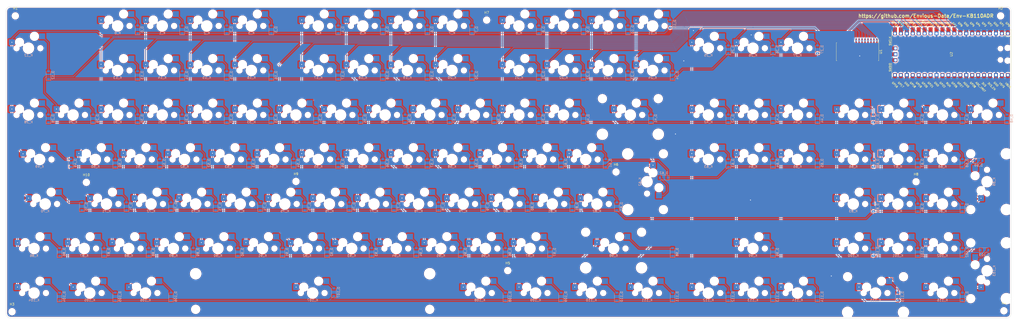
<source format=kicad_pcb>
(kicad_pcb (version 20171130) (host pcbnew "(5.1.9)-1")
  (layers (0 F.Cu signal) (31 B.Cu signal) (34 B.Paste user) (35 F.Paste user) (36 B.SilkS user) (37 F.SilkS user) (38 B.Mask user) (39 F.Mask user) (44 Edge.Cuts user))
  (net 0 "")
  (net 1 col0)
  (net 2 col1)
  (net 3 col2)
  (net 4 col3)
  (net 5 col4)
  (net 6 col5)
  (net 7 col6)
  (net 8 col7)
  (net 9 col8)
  (net 10 col9)
  (net 11 col10)
  (net 12 col11)
  (net 13 col12)
  (net 14 col13)
  (net 15 col14)
  (net 16 col15)
  (net 17 col16)
  (net 18 col17)
  (net 19 col19)
  (net 20 col20)
  (net 21 col21)
  (net 22 col22)
  (net 23 row0)
  (net 24 row1)
  (net 25 row3)
  (net 26 row4)
  (net 27 row5)
  (net 28 row6)
  (net 29 row7)
  (net 30 "Net-(D_0-Pad2)")
  (net 31 "Net-(D_1-Pad2)")
  (net 32 "Net-(D_2-Pad2)")
  (net 33 "Net-(D_3-Pad2)")
  (net 34 "Net-(D_4-Pad2)")
  (net 35 "Net-(D_5-Pad2)")
  (net 36 "Net-(D_6-Pad2)")
  (net 37 "Net-(D_7-Pad2)")
  (net 38 "Net-(D_8-Pad2)")
  (net 39 "Net-(D_9-Pad2)")
  (net 40 "Net-(D_10-Pad2)")
  (net 41 "Net-(D_11-Pad2)")
  (net 42 "Net-(D_12-Pad2)")
  (net 43 "Net-(D_13-Pad2)")
  (net 44 "Net-(D_14-Pad2)")
  (net 45 "Net-(D_15-Pad2)")
  (net 46 "Net-(D_16-Pad2)")
  (net 47 "Net-(D_17-Pad2)")
  (net 48 "Net-(D_18-Pad2)")
  (net 49 "Net-(D_19-Pad2)")
  (net 50 "Net-(D_20-Pad2)")
  (net 51 "Net-(D_21-Pad2)")
  (net 52 "Net-(D_22-Pad2)")
  (net 53 "Net-(D_23-Pad2)")
  (net 54 "Net-(D_24-Pad2)")
  (net 55 "Net-(D_25-Pad2)")
  (net 56 "Net-(D_26-Pad2)")
  (net 57 "Net-(D_27-Pad2)")
  (net 58 "Net-(D_28-Pad2)")
  (net 59 "Net-(D_29-Pad2)")
  (net 60 "Net-(D_30-Pad2)")
  (net 61 "Net-(D_31-Pad2)")
  (net 62 "Net-(D_32-Pad2)")
  (net 63 "Net-(D_33-Pad2)")
  (net 64 "Net-(D_34-Pad2)")
  (net 65 "Net-(D_35-Pad2)")
  (net 66 "Net-(D_36-Pad2)")
  (net 67 "Net-(D_37-Pad2)")
  (net 68 "Net-(D_38-Pad2)")
  (net 69 "Net-(D_39-Pad2)")
  (net 70 "Net-(D_40-Pad2)")
  (net 71 "Net-(D_41-Pad2)")
  (net 72 "Net-(D_42-Pad2)")
  (net 73 "Net-(D_43-Pad2)")
  (net 74 "Net-(D_44-Pad2)")
  (net 75 "Net-(D_45-Pad2)")
  (net 76 "Net-(D_46-Pad2)")
  (net 77 "Net-(D_47-Pad2)")
  (net 78 "Net-(D_48-Pad2)")
  (net 79 "Net-(D_49-Pad2)")
  (net 80 "Net-(D_50-Pad2)")
  (net 81 "Net-(D_51-Pad2)")
  (net 82 "Net-(D_52-Pad2)")
  (net 83 "Net-(D_53-Pad2)")
  (net 84 "Net-(D_54-Pad2)")
  (net 85 "Net-(D_55-Pad2)")
  (net 86 "Net-(D_56-Pad2)")
  (net 87 "Net-(D_57-Pad2)")
  (net 88 "Net-(D_58-Pad2)")
  (net 89 "Net-(D_59-Pad2)")
  (net 90 "Net-(D_60-Pad2)")
  (net 91 "Net-(D_61-Pad2)")
  (net 92 "Net-(D_62-Pad2)")
  (net 93 "Net-(D_63-Pad2)")
  (net 94 "Net-(D_64-Pad2)")
  (net 95 "Net-(D_65-Pad2)")
  (net 96 "Net-(D_66-Pad2)")
  (net 97 "Net-(D_67-Pad2)")
  (net 98 "Net-(D_68-Pad2)")
  (net 99 "Net-(D_69-Pad2)")
  (net 100 "Net-(D_70-Pad2)")
  (net 101 "Net-(D_71-Pad2)")
  (net 102 "Net-(D_72-Pad2)")
  (net 103 "Net-(D_73-Pad2)")
  (net 104 "Net-(D_74-Pad2)")
  (net 105 "Net-(D_75-Pad2)")
  (net 106 "Net-(D_76-Pad2)")
  (net 107 "Net-(D_77-Pad2)")
  (net 108 "Net-(D_78-Pad2)")
  (net 109 "Net-(D_79-Pad2)")
  (net 110 "Net-(D_80-Pad2)")
  (net 111 "Net-(D_81-Pad2)")
  (net 112 "Net-(D_82-Pad2)")
  (net 113 "Net-(D_83-Pad2)")
  (net 114 "Net-(D_84-Pad2)")
  (net 115 "Net-(D_85-Pad2)")
  (net 116 "Net-(D_86-Pad2)")
  (net 117 "Net-(D_87-Pad2)")
  (net 118 "Net-(D_88-Pad2)")
  (net 119 "Net-(D_89-Pad2)")
  (net 120 "Net-(D_90-Pad2)")
  (net 121 "Net-(D_91-Pad2)")
  (net 122 "Net-(D_92-Pad2)")
  (net 123 "Net-(D_93-Pad2)")
  (net 124 "Net-(D_94-Pad2)")
  (net 125 "Net-(D_95-Pad2)")
  (net 126 "Net-(D_96-Pad2)")
  (net 127 "Net-(D_97-Pad2)")
  (net 128 "Net-(D_98-Pad2)")
  (net 129 "Net-(D_99-Pad2)")
  (net 130 "Net-(D_100-Pad2)")
  (net 131 "Net-(D_101-Pad2)")
  (net 132 "Net-(D_102-Pad2)")
  (net 133 "Net-(D_103-Pad2)")
  (net 134 "Net-(D_104-Pad2)")
  (net 135 "Net-(D_105-Pad2)")
  (net 136 "Net-(D_106-Pad2)")
  (net 137 "Net-(D_107-Pad2)")
  (net 138 "Net-(D_108-Pad2)")
  (net 139 "Net-(D_109-Pad2)")
  (net 140 "Net-(D_110-Pad2)")
  (net 141 "Net-(D_111-Pad2)")
  (net 142 "Net-(D_112-Pad2)")
  (net 143 "Net-(D_113-Pad2)")
  (net 144 "Net-(D_114-Pad2)")
  (net 145 "Net-(D_115-Pad2)")
  (net 146 "Net-(D_116-Pad2)")
  (net 147 +3V3)
  (net 148 GND)
  (net 149 SDA)
  (net 150 SCL)
  (net 151 "Net-(U2-Pad43)")
  (net 152 "Net-(U2-Pad42)")
  (net 153 "Net-(U2-Pad41)")
  (net 154 "Net-(U2-Pad27)")
  (net 155 "Net-(U2-Pad29)")
  (net 156 "Net-(U2-Pad30)")
  (net 157 "Net-(U2-Pad31)")
  (net 158 "Net-(U2-Pad32)")
  (net 159 "Net-(U2-Pad34)")
  (net 160 "Net-(U2-Pad35)")
  (net 161 "Net-(U2-Pad37)")
  (net 162 "Net-(U2-Pad39)")
  (net 163 "Net-(U2-Pad40)")
  (net 164 col18)
  (net 165 "Net-(U2-Pad7)")
  (net 166 "Net-(U2-Pad6)")
  (net 167 "Net-(U2-Pad5)")
  (net 168 "Net-(U2-Pad4)")
  (module MountingHole:MountingHole_2.2mm_M2 (layer F.Cu) (at 332.185 183.55)
    (fp_text reference H6 (at 0 -3.2) (layer F.SilkS))
    (fp_text value MountingHole)
    (pad 1 np_thru_hole circle (at 0 0) (size 2.2 2.2) (drill 2.2) (layers *.Cu *.Mask))
  )
  (module MountingHole:MountingHole_2.2mm_M2 (layer F.Cu) (at 105.86 188)
    (fp_text reference H10 (at 0 -3.2) (layer F.SilkS))
    (fp_text value MountingHole)
    (pad 1 np_thru_hole circle (at 0 0) (size 2.2 2.2) (drill 2.2) (layers *.Cu *.Mask))
  )
  (module MountingHole:MountingHole_2.2mm_M2 (layer F.Cu) (at 195.435 187.6)
    (fp_text reference H9 (at 0 -3.2) (layer F.SilkS))
    (fp_text value MountingHole)
    (pad 1 np_thru_hole circle (at 0 0) (size 2.2 2.2) (drill 2.2) (layers *.Cu *.Mask))
  )
  (module MountingHole:MountingHole_2.2mm_M2 (layer F.Cu) (at 460.385 187.725)
    (fp_text reference H8 (at 0 -3.2) (layer F.SilkS))
    (fp_text value MountingHole)
    (pad 1 np_thru_hole circle (at 0 0) (size 2.2 2.2) (drill 2.2) (layers *.Cu *.Mask))
  )
  (module MountingHole:MountingHole_2.2mm_M2 (layer F.Cu) (at 276.91 118.55)
    (fp_text reference H7 (at 0 -3.2) (layer F.SilkS))
    (fp_text value MountingHole)
    (pad 1 np_thru_hole circle (at 0 0) (size 2.2 2.2) (drill 2.2) (layers *.Cu *.Mask))
  )
  (module MountingHole:MountingHole_2.2mm_M2 (layer F.Cu) (at 285.91 225.75)
    (fp_text reference H5 (at 0 -3.2) (layer F.SilkS))
    (fp_text value MountingHole)
    (pad 1 np_thru_hole circle (at 0 0) (size 2.2 2.2) (drill 2.2) (layers *.Cu *.Mask))
  )
  (module MountingHole:MountingHole_2.2mm_M2 (layer F.Cu) (at 497.91 242.95)
    (fp_text reference H4 (at 0 -3.2) (layer F.SilkS))
    (fp_text value MountingHole)
    (pad 1 np_thru_hole circle (at 0 0) (size 2.2 2.2) (drill 2.2) (layers *.Cu *.Mask))
  )
  (module MountingHole:MountingHole_2.2mm_M2 (layer F.Cu) (at 74.11 243.35)
    (fp_text reference H3 (at 0 -3.2) (layer F.SilkS))
    (fp_text value MountingHole)
    (pad 1 np_thru_hole circle (at 0 0) (size 2.2 2.2) (drill 2.2) (layers *.Cu *.Mask))
  )
  (module MountingHole:MountingHole_2.2mm_M2 (layer F.Cu) (at 496.51 116.75)
    (fp_text reference H2 (at 0 -3.2) (layer F.SilkS))
    (fp_text value MountingHole)
    (pad 1 np_thru_hole circle (at 0 0) (size 2.2 2.2) (drill 2.2) (layers *.Cu *.Mask))
  )
  (module MountingHole:MountingHole_2.2mm_M2 (layer F.Cu) (at 75.51 116.75)
    (fp_text reference H1 (at 0 -3.2) (layer F.SilkS))
    (fp_text value MountingHole)
    (pad 1 np_thru_hole circle (at 0 0) (size 2.2 2.2) (drill 2.2) (layers *.Cu *.Mask))
  )
  (module MX_Only:MXOnly-1U-Hotswap (layer F.Cu) (at 452.6 159.15)
    (fp_text reference K_46)
    (fp_text value KEYSW)
    (fp_text user %R (at 0 3.048) (layer B.SilkS) (effects (justify mirror)))
    (pad 2 smd rect (at 5.842 -5.08) (size 2.55 2.5) (layers B.Cu B.Paste B.Mask) (net 76 "Net-(D_46-Pad2)"))
    (pad 1 smd rect (at -7.085 -2.54) (size 2.55 2.5) (layers B.Cu B.Paste B.Mask) (net 20 col20))
    (pad "" np_thru_hole circle (at 5.08 0 48.0996) (size 1.75 1.75) (drill 1.75) (layers *.Cu *.Mask))
    (pad "" np_thru_hole circle (at -5.08 0 48.0996) (size 1.75 1.75) (drill 1.75) (layers *.Cu *.Mask))
    (pad "" np_thru_hole circle (at -3.81 -2.54) (size 3 3) (drill 3) (layers *.Cu *.Mask))
    (pad "" np_thru_hole circle (at 0 0) (size 3.9878 3.9878) (drill 3.9878) (layers *.Cu *.Mask))
    (pad "" np_thru_hole circle (at 2.54 -5.08) (size 3 3) (drill 3) (layers *.Cu *.Mask))
  )
  (module MCU_RaspberryPi_and_Boards:RPi_Pico_SMD_TH (layer F.Cu) (at 475.475 133.175 270)
    (fp_text reference U2 (at 0 0 90) (layer F.SilkS))
    (fp_text value Pico)
    (fp_text user SWDIO (at 5.6 26.2 90) (layer F.SilkS) (effects (font (size 0.8 0.8))))
    (fp_text user SWCLK (at -5.7 26.2 90) (layer F.SilkS) (effects (font (size 0.8 0.8))))
    (fp_text user AGND (at 13.054 -6.35 135) (layer F.SilkS) (effects (font (size 0.8 0.8))))
    (fp_text user GND (at 12.8 -19.05 135) (layer F.SilkS) (effects (font (size 0.8 0.8))))
    (fp_text user GND (at 12.8 6.35 135) (layer F.SilkS) (effects (font (size 0.8 0.8))))
    (fp_text user GND (at 12.8 19.05 135) (layer F.SilkS) (effects (font (size 0.8 0.8))))
    (fp_text user GND (at -12.8 19.05 135) (layer F.SilkS) (effects (font (size 0.8 0.8))))
    (fp_text user GND (at -12.8 6.35 135) (layer F.SilkS) (effects (font (size 0.8 0.8))))
    (fp_text user GND (at -12.8 -6.35 135) (layer F.SilkS) (effects (font (size 0.8 0.8))))
    (fp_text user GND (at -12.8 -19.05 135) (layer F.SilkS) (effects (font (size 0.8 0.8))))
    (fp_text user VBUS (at 13.3 -24.2 135) (layer F.SilkS) (effects (font (size 0.8 0.8))))
    (fp_text user VSYS (at 13.2 -21.59 135) (layer F.SilkS) (effects (font (size 0.8 0.8))))
    (fp_text user 3V3_EN (at 13.7 -17.2 135) (layer F.SilkS) (effects (font (size 0.8 0.8))))
    (fp_text user 3V3 (at 12.9 -13.9 135) (layer F.SilkS) (effects (font (size 0.8 0.8))))
    (fp_text user ADC_VREF (at 14 -12.5 135) (layer F.SilkS) (effects (font (size 0.8 0.8))))
    (fp_text user GP28 (at 13.054 -9.144 135) (layer F.SilkS) (effects (font (size 0.8 0.8))))
    (fp_text user GP27 (at 13.054 -3.8 135) (layer F.SilkS) (effects (font (size 0.8 0.8))))
    (fp_text user GP26 (at 13.054 -1.27 135) (layer F.SilkS) (effects (font (size 0.8 0.8))))
    (fp_text user RUN (at 13 1.27 135) (layer F.SilkS) (effects (font (size 0.8 0.8))))
    (fp_text user GP22 (at 13.054 3.81 135) (layer F.SilkS) (effects (font (size 0.8 0.8))))
    (fp_text user GP21 (at 13.054 8.9 135) (layer F.SilkS) (effects (font (size 0.8 0.8))))
    (fp_text user GP20 (at 13.054 11.43 135) (layer F.SilkS) (effects (font (size 0.8 0.8))))
    (fp_text user GP19 (at 13.054 13.97 135) (layer F.SilkS) (effects (font (size 0.8 0.8))))
    (fp_text user GP18 (at 13.054 16.51 135) (layer F.SilkS) (effects (font (size 0.8 0.8))))
    (fp_text user GP17 (at 13.054 21.59 135) (layer F.SilkS) (effects (font (size 0.8 0.8))))
    (fp_text user GP16 (at 13.054 24.13 135) (layer F.SilkS) (effects (font (size 0.8 0.8))))
    (fp_text user GP15 (at -13.054 24.13 135) (layer F.SilkS) (effects (font (size 0.8 0.8))))
    (fp_text user GP14 (at -13.1 21.59 135) (layer F.SilkS) (effects (font (size 0.8 0.8))))
    (fp_text user GP13 (at -13.054 16.51 135) (layer F.SilkS) (effects (font (size 0.8 0.8))))
    (fp_text user GP12 (at -13.2 13.97 135) (layer F.SilkS) (effects (font (size 0.8 0.8))))
    (fp_text user GP11 (at -13.2 11.43 135) (layer F.SilkS) (effects (font (size 0.8 0.8))))
    (fp_text user GP10 (at -13.054 8.89 135) (layer F.SilkS) (effects (font (size 0.8 0.8))))
    (fp_text user GP9 (at -12.8 3.81 135) (layer F.SilkS) (effects (font (size 0.8 0.8))))
    (fp_text user GP8 (at -12.8 1.27 135) (layer F.SilkS) (effects (font (size 0.8 0.8))))
    (fp_text user GP7 (at -12.7 -1.3 135) (layer F.SilkS) (effects (font (size 0.8 0.8))))
    (fp_text user GP6 (at -12.8 -3.81 135) (layer F.SilkS) (effects (font (size 0.8 0.8))))
    (fp_text user GP5 (at -12.8 -8.89 135) (layer F.SilkS) (effects (font (size 0.8 0.8))))
    (fp_text user GP4 (at -12.8 -11.43 135) (layer F.SilkS) (effects (font (size 0.8 0.8))))
    (fp_text user GP3 (at -12.8 -13.97 135) (layer F.SilkS) (effects (font (size 0.8 0.8))))
    (fp_text user GP0 (at -12.8 -24.13 135) (layer F.SilkS) (effects (font (size 0.8 0.8))))
    (fp_text user GP2 (at -12.9 -16.51 135) (layer F.SilkS) (effects (font (size 0.8 0.8))))
    (fp_text user GP1 (at -12.9 -21.6 135) (layer F.SilkS) (effects (font (size 0.8 0.8))))
    (pad 43 thru_hole oval (at 2.54 23.9 270) (size 1.7 1.7) (drill 1.02) (layers *.Cu *.Mask) (net 151 "Net-(U2-Pad43)"))
    (pad 43 smd rect (at 2.54 23.9) (size 3.5 1.7) (drill (offset -0.9 0)) (layers F.Cu F.Mask) (net 151 "Net-(U2-Pad43)"))
    (pad 42 thru_hole rect (at 0 23.9 270) (size 1.7 1.7) (drill 1.02) (layers *.Cu *.Mask) (net 152 "Net-(U2-Pad42)"))
    (pad 42 smd rect (at 0 23.9) (size 3.5 1.7) (drill (offset -0.9 0)) (layers F.Cu F.Mask) (net 152 "Net-(U2-Pad42)"))
    (pad 41 thru_hole oval (at -2.54 23.9 270) (size 1.7 1.7) (drill 1.02) (layers *.Cu *.Mask) (net 153 "Net-(U2-Pad41)"))
    (pad 41 smd rect (at -2.54 23.9) (size 3.5 1.7) (drill (offset -0.9 0)) (layers F.Cu F.Mask) (net 153 "Net-(U2-Pad41)"))
    (pad "" np_thru_hole oval (at 2.425 -20.97 270) (size 1.5 1.5) (drill 1.5) (layers *.Cu *.Mask))
    (pad "" np_thru_hole oval (at -2.425 -20.97 270) (size 1.5 1.5) (drill 1.5) (layers *.Cu *.Mask))
    (pad "" np_thru_hole oval (at 2.725 -24 270) (size 1.8 1.8) (drill 1.8) (layers *.Cu *.Mask))
    (pad "" np_thru_hole oval (at -2.725 -24 270) (size 1.8 1.8) (drill 1.8) (layers *.Cu *.Mask))
    (pad 21 smd rect (at 8.89 24.13 270) (size 3.5 1.7) (drill (offset 0.9 0)) (layers F.Cu F.Mask) (net 164 col18))
    (pad 22 smd rect (at 8.89 21.59 270) (size 3.5 1.7) (drill (offset 0.9 0)) (layers F.Cu F.Mask) (net 19 col19))
    (pad 23 smd rect (at 8.89 19.05 270) (size 3.5 1.7) (drill (offset 0.9 0)) (layers F.Cu F.Mask) (net 148 GND))
    (pad 24 smd rect (at 8.89 16.51 270) (size 3.5 1.7) (drill (offset 0.9 0)) (layers F.Cu F.Mask) (net 20 col20))
    (pad 25 smd rect (at 8.89 13.97 270) (size 3.5 1.7) (drill (offset 0.9 0)) (layers F.Cu F.Mask) (net 21 col21))
    (pad 26 smd rect (at 8.89 11.43 270) (size 3.5 1.7) (drill (offset 0.9 0)) (layers F.Cu F.Mask) (net 22 col22))
    (pad 27 smd rect (at 8.89 8.89 270) (size 3.5 1.7) (drill (offset 0.9 0)) (layers F.Cu F.Mask) (net 154 "Net-(U2-Pad27)"))
    (pad 28 smd rect (at 8.89 6.35 270) (size 3.5 1.7) (drill (offset 0.9 0)) (layers F.Cu F.Mask) (net 148 GND))
    (pad 29 smd rect (at 8.89 3.81 270) (size 3.5 1.7) (drill (offset 0.9 0)) (layers F.Cu F.Mask) (net 155 "Net-(U2-Pad29)"))
    (pad 30 smd rect (at 8.89 1.27 270) (size 3.5 1.7) (drill (offset 0.9 0)) (layers F.Cu F.Mask) (net 156 "Net-(U2-Pad30)"))
    (pad 31 smd rect (at 8.89 -1.27 270) (size 3.5 1.7) (drill (offset 0.9 0)) (layers F.Cu F.Mask) (net 157 "Net-(U2-Pad31)"))
    (pad 32 smd rect (at 8.89 -3.81 270) (size 3.5 1.7) (drill (offset 0.9 0)) (layers F.Cu F.Mask) (net 158 "Net-(U2-Pad32)"))
    (pad 33 smd rect (at 8.89 -6.35 270) (size 3.5 1.7) (drill (offset 0.9 0)) (layers F.Cu F.Mask) (net 148 GND))
    (pad 34 smd rect (at 8.89 -8.89 270) (size 3.5 1.7) (drill (offset 0.9 0)) (layers F.Cu F.Mask) (net 159 "Net-(U2-Pad34)"))
    (pad 35 smd rect (at 8.89 -11.43 270) (size 3.5 1.7) (drill (offset 0.9 0)) (layers F.Cu F.Mask) (net 160 "Net-(U2-Pad35)"))
    (pad 36 smd rect (at 8.89 -13.97 270) (size 3.5 1.7) (drill (offset 0.9 0)) (layers F.Cu F.Mask) (net 147 +3V3))
    (pad 37 smd rect (at 8.89 -16.51 270) (size 3.5 1.7) (drill (offset 0.9 0)) (layers F.Cu F.Mask) (net 161 "Net-(U2-Pad37)"))
    (pad 38 smd rect (at 8.89 -19.05 270) (size 3.5 1.7) (drill (offset 0.9 0)) (layers F.Cu F.Mask) (net 148 GND))
    (pad 39 smd rect (at 8.89 -21.59 270) (size 3.5 1.7) (drill (offset 0.9 0)) (layers F.Cu F.Mask) (net 162 "Net-(U2-Pad39)"))
    (pad 40 smd rect (at 8.89 -24.13 270) (size 3.5 1.7) (drill (offset 0.9 0)) (layers F.Cu F.Mask) (net 163 "Net-(U2-Pad40)"))
    (pad 20 smd rect (at -8.89 24.13 270) (size 3.5 1.7) (drill (offset -0.9 0)) (layers F.Cu F.Mask) (net 10 col9))
    (pad 19 smd rect (at -8.89 21.59 270) (size 3.5 1.7) (drill (offset -0.9 0)) (layers F.Cu F.Mask) (net 9 col8))
    (pad 18 smd rect (at -8.89 19.05 270) (size 3.5 1.7) (drill (offset -0.9 0)) (layers F.Cu F.Mask) (net 148 GND))
    (pad 17 smd rect (at -8.89 16.51 270) (size 3.5 1.7) (drill (offset -0.9 0)) (layers F.Cu F.Mask) (net 8 col7))
    (pad 16 smd rect (at -8.89 13.97 270) (size 3.5 1.7) (drill (offset -0.9 0)) (layers F.Cu F.Mask) (net 7 col6))
    (pad 15 smd rect (at -8.89 11.43 270) (size 3.5 1.7) (drill (offset -0.9 0)) (layers F.Cu F.Mask) (net 6 col5))
    (pad 14 smd rect (at -8.89 8.89 270) (size 3.5 1.7) (drill (offset -0.9 0)) (layers F.Cu F.Mask) (net 5 col4))
    (pad 13 smd rect (at -8.89 6.35 270) (size 3.5 1.7) (drill (offset -0.9 0)) (layers F.Cu F.Mask) (net 148 GND))
    (pad 12 smd rect (at -8.89 3.81 270) (size 3.5 1.7) (drill (offset -0.9 0)) (layers F.Cu F.Mask) (net 4 col3))
    (pad 11 smd rect (at -8.89 1.27 270) (size 3.5 1.7) (drill (offset -0.9 0)) (layers F.Cu F.Mask) (net 3 col2))
    (pad 10 smd rect (at -8.89 -1.27 270) (size 3.5 1.7) (drill (offset -0.9 0)) (layers F.Cu F.Mask) (net 2 col1))
    (pad 9 smd rect (at -8.89 -3.81 270) (size 3.5 1.7) (drill (offset -0.9 0)) (layers F.Cu F.Mask) (net 1 col0))
    (pad 8 smd rect (at -8.89 -6.35 270) (size 3.5 1.7) (drill (offset -0.9 0)) (layers F.Cu F.Mask) (net 148 GND))
    (pad 7 smd rect (at -8.89 -8.89 270) (size 3.5 1.7) (drill (offset -0.9 0)) (layers F.Cu F.Mask) (net 165 "Net-(U2-Pad7)"))
    (pad 6 smd rect (at -8.89 -11.43 270) (size 3.5 1.7) (drill (offset -0.9 0)) (layers F.Cu F.Mask) (net 166 "Net-(U2-Pad6)"))
    (pad 5 smd rect (at -8.89 -13.97 270) (size 3.5 1.7) (drill (offset -0.9 0)) (layers F.Cu F.Mask) (net 167 "Net-(U2-Pad5)"))
    (pad 4 smd rect (at -8.89 -16.51 270) (size 3.5 1.7) (drill (offset -0.9 0)) (layers F.Cu F.Mask) (net 168 "Net-(U2-Pad4)"))
    (pad 3 smd rect (at -8.89 -19.05 270) (size 3.5 1.7) (drill (offset -0.9 0)) (layers F.Cu F.Mask) (net 148 GND))
    (pad 2 smd rect (at -8.89 -21.59 270) (size 3.5 1.7) (drill (offset -0.9 0)) (layers F.Cu F.Mask) (net 150 SCL))
    (pad 1 smd rect (at -8.89 -24.13 270) (size 3.5 1.7) (drill (offset -0.9 0)) (layers F.Cu F.Mask) (net 149 SDA))
    (pad 40 thru_hole oval (at 8.89 -24.13 270) (size 1.7 1.7) (drill 1.02) (layers *.Cu *.Mask) (net 163 "Net-(U2-Pad40)"))
    (pad 39 thru_hole oval (at 8.89 -21.59 270) (size 1.7 1.7) (drill 1.02) (layers *.Cu *.Mask) (net 162 "Net-(U2-Pad39)"))
    (pad 38 thru_hole rect (at 8.89 -19.05 270) (size 1.7 1.7) (drill 1.02) (layers *.Cu *.Mask) (net 148 GND))
    (pad 37 thru_hole oval (at 8.89 -16.51 270) (size 1.7 1.7) (drill 1.02) (layers *.Cu *.Mask) (net 161 "Net-(U2-Pad37)"))
    (pad 36 thru_hole oval (at 8.89 -13.97 270) (size 1.7 1.7) (drill 1.02) (layers *.Cu *.Mask) (net 147 +3V3))
    (pad 35 thru_hole oval (at 8.89 -11.43 270) (size 1.7 1.7) (drill 1.02) (layers *.Cu *.Mask) (net 160 "Net-(U2-Pad35)"))
    (pad 34 thru_hole oval (at 8.89 -8.89 270) (size 1.7 1.7) (drill 1.02) (layers *.Cu *.Mask) (net 159 "Net-(U2-Pad34)"))
    (pad 33 thru_hole rect (at 8.89 -6.35 270) (size 1.7 1.7) (drill 1.02) (layers *.Cu *.Mask) (net 148 GND))
    (pad 32 thru_hole oval (at 8.89 -3.81 270) (size 1.7 1.7) (drill 1.02) (layers *.Cu *.Mask) (net 158 "Net-(U2-Pad32)"))
    (pad 31 thru_hole oval (at 8.89 -1.27 270) (size 1.7 1.7) (drill 1.02) (layers *.Cu *.Mask) (net 157 "Net-(U2-Pad31)"))
    (pad 30 thru_hole oval (at 8.89 1.27 270) (size 1.7 1.7) (drill 1.02) (layers *.Cu *.Mask) (net 156 "Net-(U2-Pad30)"))
    (pad 29 thru_hole oval (at 8.89 3.81 270) (size 1.7 1.7) (drill 1.02) (layers *.Cu *.Mask) (net 155 "Net-(U2-Pad29)"))
    (pad 28 thru_hole rect (at 8.89 6.35 270) (size 1.7 1.7) (drill 1.02) (layers *.Cu *.Mask) (net 148 GND))
    (pad 27 thru_hole oval (at 8.89 8.89 270) (size 1.7 1.7) (drill 1.02) (layers *.Cu *.Mask) (net 154 "Net-(U2-Pad27)"))
    (pad 26 thru_hole oval (at 8.89 11.43 270) (size 1.7 1.7) (drill 1.02) (layers *.Cu *.Mask) (net 22 col22))
    (pad 25 thru_hole oval (at 8.89 13.97 270) (size 1.7 1.7) (drill 1.02) (layers *.Cu *.Mask) (net 21 col21))
    (pad 24 thru_hole oval (at 8.89 16.51 270) (size 1.7 1.7) (drill 1.02) (layers *.Cu *.Mask) (net 20 col20))
    (pad 23 thru_hole rect (at 8.89 19.05 270) (size 1.7 1.7) (drill 1.02) (layers *.Cu *.Mask) (net 148 GND))
    (pad 22 thru_hole oval (at 8.89 21.59 270) (size 1.7 1.7) (drill 1.02) (layers *.Cu *.Mask) (net 19 col19))
    (pad 21 thru_hole oval (at 8.89 24.13 270) (size 1.7 1.7) (drill 1.02) (layers *.Cu *.Mask) (net 164 col18))
    (pad 20 thru_hole oval (at -8.89 24.13 270) (size 1.7 1.7) (drill 1.02) (layers *.Cu *.Mask) (net 10 col9))
    (pad 19 thru_hole oval (at -8.89 21.59 270) (size 1.7 1.7) (drill 1.02) (layers *.Cu *.Mask) (net 9 col8))
    (pad 18 thru_hole rect (at -8.89 19.05 270) (size 1.7 1.7) (drill 1.02) (layers *.Cu *.Mask) (net 148 GND))
    (pad 17 thru_hole oval (at -8.89 16.51 270) (size 1.7 1.7) (drill 1.02) (layers *.Cu *.Mask) (net 8 col7))
    (pad 16 thru_hole oval (at -8.89 13.97 270) (size 1.7 1.7) (drill 1.02) (layers *.Cu *.Mask) (net 7 col6))
    (pad 15 thru_hole oval (at -8.89 11.43 270) (size 1.7 1.7) (drill 1.02) (layers *.Cu *.Mask) (net 6 col5))
    (pad 14 thru_hole oval (at -8.89 8.89 270) (size 1.7 1.7) (drill 1.02) (layers *.Cu *.Mask) (net 5 col4))
    (pad 13 thru_hole rect (at -8.89 6.35 270) (size 1.7 1.7) (drill 1.02) (layers *.Cu *.Mask) (net 148 GND))
    (pad 12 thru_hole oval (at -8.89 3.81 270) (size 1.7 1.7) (drill 1.02) (layers *.Cu *.Mask) (net 4 col3))
    (pad 11 thru_hole oval (at -8.89 1.27 270) (size 1.7 1.7) (drill 1.02) (layers *.Cu *.Mask) (net 3 col2))
    (pad 10 thru_hole oval (at -8.89 -1.27 270) (size 1.7 1.7) (drill 1.02) (layers *.Cu *.Mask) (net 2 col1))
    (pad 9 thru_hole oval (at -8.89 -3.81 270) (size 1.7 1.7) (drill 1.02) (layers *.Cu *.Mask) (net 1 col0))
    (pad 8 thru_hole rect (at -8.89 -6.35 270) (size 1.7 1.7) (drill 1.02) (layers *.Cu *.Mask) (net 148 GND))
    (pad 7 thru_hole oval (at -8.89 -8.89 270) (size 1.7 1.7) (drill 1.02) (layers *.Cu *.Mask) (net 165 "Net-(U2-Pad7)"))
    (pad 6 thru_hole oval (at -8.89 -11.43 270) (size 1.7 1.7) (drill 1.02) (layers *.Cu *.Mask) (net 166 "Net-(U2-Pad6)"))
    (pad 5 thru_hole oval (at -8.89 -13.97 270) (size 1.7 1.7) (drill 1.02) (layers *.Cu *.Mask) (net 167 "Net-(U2-Pad5)"))
    (pad 4 thru_hole oval (at -8.89 -16.51 270) (size 1.7 1.7) (drill 1.02) (layers *.Cu *.Mask) (net 168 "Net-(U2-Pad4)"))
    (pad 3 thru_hole rect (at -8.89 -19.05 270) (size 1.7 1.7) (drill 1.02) (layers *.Cu *.Mask) (net 148 GND))
    (pad 2 thru_hole oval (at -8.89 -21.59 270) (size 1.7 1.7) (drill 1.02) (layers *.Cu *.Mask) (net 150 SCL))
    (pad 1 thru_hole oval (at -8.89 -24.13 270) (size 1.7 1.7) (drill 1.02) (layers *.Cu *.Mask) (net 149 SDA))
  )
  (module Package_SO:SOIC-28W_7.5x17.9mm_P1.27mm (layer F.Cu) (at 435.4 132.075 270)
    (fp_text reference U1 (at 0 -9.9 90) (layer F.SilkS))
    (fp_text value MCP23017_SO)
    (pad 1 smd roundrect (at -4.65 -8.255 270) (size 2.05 0.6) (layers F.Cu F.Paste F.Mask) (net 11 col10))
    (pad 2 smd roundrect (at -4.65 -6.985 270) (size 2.05 0.6) (layers F.Cu F.Paste F.Mask) (net 12 col11))
    (pad 3 smd roundrect (at -4.65 -5.715 270) (size 2.05 0.6) (layers F.Cu F.Paste F.Mask) (net 13 col12))
    (pad 4 smd roundrect (at -4.65 -4.445 270) (size 2.05 0.6) (layers F.Cu F.Paste F.Mask) (net 14 col13))
    (pad 5 smd roundrect (at -4.65 -3.175 270) (size 2.05 0.6) (layers F.Cu F.Paste F.Mask) (net 15 col14))
    (pad 6 smd roundrect (at -4.65 -1.905 270) (size 2.05 0.6) (layers F.Cu F.Paste F.Mask) (net 16 col15))
    (pad 7 smd roundrect (at -4.65 -0.635 270) (size 2.05 0.6) (layers F.Cu F.Paste F.Mask) (net 17 col16))
    (pad 8 smd roundrect (at -4.65 0.635 270) (size 2.05 0.6) (layers F.Cu F.Paste F.Mask) (net 18 col17))
    (pad 9 smd roundrect (at -4.65 1.905 270) (size 2.05 0.6) (layers F.Cu F.Paste F.Mask) (net 147 +3V3))
    (pad 10 smd roundrect (at -4.65 3.175 270) (size 2.05 0.6) (layers F.Cu F.Paste F.Mask) (net 148 GND))
    (pad 11 smd roundrect (at -4.65 4.445 270) (size 2.05 0.6) (layers F.Cu F.Paste F.Mask))
    (pad 12 smd roundrect (at -4.65 5.715 270) (size 2.05 0.6) (layers F.Cu F.Paste F.Mask) (net 150 SCL))
    (pad 13 smd roundrect (at -4.65 6.985 270) (size 2.05 0.6) (layers F.Cu F.Paste F.Mask) (net 149 SDA))
    (pad 14 smd roundrect (at -4.65 8.255 270) (size 2.05 0.6) (layers F.Cu F.Paste F.Mask))
    (pad 15 smd roundrect (at 4.65 8.255 270) (size 2.05 0.6) (layers F.Cu F.Paste F.Mask) (net 148 GND))
    (pad 16 smd roundrect (at 4.65 6.985 270) (size 2.05 0.6) (layers F.Cu F.Paste F.Mask) (net 148 GND))
    (pad 17 smd roundrect (at 4.65 5.715 270) (size 2.05 0.6) (layers F.Cu F.Paste F.Mask) (net 148 GND))
    (pad 18 smd roundrect (at 4.65 4.445 270) (size 2.05 0.6) (layers F.Cu F.Paste F.Mask) (net 147 +3V3))
    (pad 19 smd roundrect (at 4.65 3.175 270) (size 2.05 0.6) (layers F.Cu F.Paste F.Mask))
    (pad 20 smd roundrect (at 4.65 1.905 270) (size 2.05 0.6) (layers F.Cu F.Paste F.Mask))
    (pad 21 smd roundrect (at 4.65 0.635 270) (size 2.05 0.6) (layers F.Cu F.Paste F.Mask) (net 23 row0))
    (pad 22 smd roundrect (at 4.65 -0.635 270) (size 2.05 0.6) (layers F.Cu F.Paste F.Mask) (net 24 row1))
    (pad 23 smd roundrect (at 4.65 -1.905 270) (size 2.05 0.6) (layers F.Cu F.Paste F.Mask))
    (pad 24 smd roundrect (at 4.65 -3.175 270) (size 2.05 0.6) (layers F.Cu F.Paste F.Mask) (net 25 row3))
    (pad 25 smd roundrect (at 4.65 -4.445 270) (size 2.05 0.6) (layers F.Cu F.Paste F.Mask) (net 26 row4))
    (pad 26 smd roundrect (at 4.65 -5.715 270) (size 2.05 0.6) (layers F.Cu F.Paste F.Mask) (net 27 row5))
    (pad 27 smd roundrect (at 4.65 -6.985 270) (size 2.05 0.6) (layers F.Cu F.Paste F.Mask) (net 28 row6))
    (pad 28 smd roundrect (at 4.65 -8.255 270) (size 2.05 0.6) (layers F.Cu F.Paste F.Mask) (net 29 row7))
  )
  (module MX_Only:MXOnly-2U-Hotswap (layer F.Cu) (at 490.72 225.82 90)
    (fp_text reference K_103)
    (fp_text value KEYSW)
    (fp_text user %R (at 0 3.048 90) (layer B.SilkS) (effects (justify mirror)))
    (pad "" np_thru_hole circle (at -11.938 8.255 90) (size 3.9878 3.9878) (drill 3.9878) (layers *.Cu *.Mask))
    (pad "" np_thru_hole circle (at 11.938 8.255 90) (size 3.9878 3.9878) (drill 3.9878) (layers *.Cu *.Mask))
    (pad "" np_thru_hole circle (at -11.938 -6.985 90) (size 3.048 3.048) (drill 3.048) (layers *.Cu *.Mask))
    (pad "" np_thru_hole circle (at 11.938 -6.985 90) (size 3.048 3.048) (drill 3.048) (layers *.Cu *.Mask))
    (pad 2 smd rect (at 5.842 -5.08 90) (size 2.55 2.5) (layers B.Cu B.Paste B.Mask) (net 133 "Net-(D_103-Pad2)"))
    (pad 1 smd rect (at -7.085 -2.54 90) (size 2.55 2.5) (layers B.Cu B.Paste B.Mask) (net 22 col22))
    (pad "" np_thru_hole circle (at 5.08 0 138.0996) (size 1.75 1.75) (drill 1.75) (layers *.Cu *.Mask))
    (pad "" np_thru_hole circle (at -5.08 0 138.0996) (size 1.75 1.75) (drill 1.75) (layers *.Cu *.Mask))
    (pad "" np_thru_hole circle (at -3.81 -2.54 90) (size 3 3) (drill 3) (layers *.Cu *.Mask))
    (pad "" np_thru_hole circle (at 0 0 90) (size 3.9878 3.9878) (drill 3.9878) (layers *.Cu *.Mask))
    (pad "" np_thru_hole circle (at 2.54 -5.08 90) (size 3 3) (drill 3) (layers *.Cu *.Mask))
  )
  (module MX_Only:MXOnly-2U-Hotswap (layer F.Cu) (at 490.7 187.7 90)
    (fp_text reference K_69)
    (fp_text value KEYSW)
    (fp_text user %R (at 0 3.048 90) (layer B.SilkS) (effects (justify mirror)))
    (pad "" np_thru_hole circle (at -11.938 8.255 90) (size 3.9878 3.9878) (drill 3.9878) (layers *.Cu *.Mask))
    (pad "" np_thru_hole circle (at 11.938 8.255 90) (size 3.9878 3.9878) (drill 3.9878) (layers *.Cu *.Mask))
    (pad "" np_thru_hole circle (at -11.938 -6.985 90) (size 3.048 3.048) (drill 3.048) (layers *.Cu *.Mask))
    (pad "" np_thru_hole circle (at 11.938 -6.985 90) (size 3.048 3.048) (drill 3.048) (layers *.Cu *.Mask))
    (pad 2 smd rect (at 5.842 -5.08 90) (size 2.55 2.5) (layers B.Cu B.Paste B.Mask) (net 99 "Net-(D_69-Pad2)"))
    (pad 1 smd rect (at -7.085 -2.54 90) (size 2.55 2.5) (layers B.Cu B.Paste B.Mask) (net 22 col22))
    (pad "" np_thru_hole circle (at 5.08 0 138.0996) (size 1.75 1.75) (drill 1.75) (layers *.Cu *.Mask))
    (pad "" np_thru_hole circle (at -5.08 0 138.0996) (size 1.75 1.75) (drill 1.75) (layers *.Cu *.Mask))
    (pad "" np_thru_hole circle (at -3.81 -2.54 90) (size 3 3) (drill 3) (layers *.Cu *.Mask))
    (pad "" np_thru_hole circle (at 0 0 90) (size 3.9878 3.9878) (drill 3.9878) (layers *.Cu *.Mask))
    (pad "" np_thru_hole circle (at 2.54 -5.08 90) (size 3 3) (drill 3) (layers *.Cu *.Mask))
  )
  (module MX_Only:MXOnly-2U-Hotswap (layer F.Cu) (at 345.44 187.72 270)
    (fp_text reference K_62)
    (fp_text value KEYSW)
    (fp_text user %R (at 0 3.048 90) (layer B.SilkS) (effects (justify mirror)))
    (pad "" np_thru_hole circle (at -11.938 8.255 270) (size 3.9878 3.9878) (drill 3.9878) (layers *.Cu *.Mask))
    (pad "" np_thru_hole circle (at 11.938 8.255 270) (size 3.9878 3.9878) (drill 3.9878) (layers *.Cu *.Mask))
    (pad "" np_thru_hole circle (at -11.938 -6.985 270) (size 3.048 3.048) (drill 3.048) (layers *.Cu *.Mask))
    (pad "" np_thru_hole circle (at 11.938 -6.985 270) (size 3.048 3.048) (drill 3.048) (layers *.Cu *.Mask))
    (pad 2 smd rect (at 5.842 -5.08 270) (size 2.55 2.5) (layers B.Cu B.Paste B.Mask) (net 92 "Net-(D_62-Pad2)"))
    (pad 1 smd rect (at -7.085 -2.54 270) (size 2.55 2.5) (layers B.Cu B.Paste B.Mask) (net 15 col14))
    (pad "" np_thru_hole circle (at 5.08 0 318.0996) (size 1.75 1.75) (drill 1.75) (layers *.Cu *.Mask))
    (pad "" np_thru_hole circle (at -5.08 0 318.0996) (size 1.75 1.75) (drill 1.75) (layers *.Cu *.Mask))
    (pad "" np_thru_hole circle (at -3.81 -2.54 270) (size 3 3) (drill 3) (layers *.Cu *.Mask))
    (pad "" np_thru_hole circle (at 0 0 270) (size 3.9878 3.9878) (drill 3.9878) (layers *.Cu *.Mask))
    (pad "" np_thru_hole circle (at 2.54 -5.08 270) (size 3 3) (drill 3) (layers *.Cu *.Mask))
  )
  (module MX_Only:MXOnly-1U-Hotswap (layer F.Cu) (at 471.65 235.35)
    (fp_text reference K_116)
    (fp_text value KEYSW)
    (fp_text user %R (at 0 3.048) (layer B.SilkS) (effects (justify mirror)))
    (pad 2 smd rect (at 5.842 -5.08) (size 2.55 2.5) (layers B.Cu B.Paste B.Mask) (net 146 "Net-(D_116-Pad2)"))
    (pad 1 smd rect (at -7.085 -2.54) (size 2.55 2.5) (layers B.Cu B.Paste B.Mask) (net 21 col21))
    (pad "" np_thru_hole circle (at 5.08 0 48.0996) (size 1.75 1.75) (drill 1.75) (layers *.Cu *.Mask))
    (pad "" np_thru_hole circle (at -5.08 0 48.0996) (size 1.75 1.75) (drill 1.75) (layers *.Cu *.Mask))
    (pad "" np_thru_hole circle (at -3.81 -2.54) (size 3 3) (drill 3) (layers *.Cu *.Mask))
    (pad "" np_thru_hole circle (at 0 0) (size 3.9878 3.9878) (drill 3.9878) (layers *.Cu *.Mask))
    (pad "" np_thru_hole circle (at 2.54 -5.08) (size 3 3) (drill 3) (layers *.Cu *.Mask))
  )
  (module MX_Only:MXOnly-2U-Hotswap (layer F.Cu) (at 443.075 235.35)
    (fp_text reference K_115)
    (fp_text value KEYSW)
    (fp_text user %R (at 0 3.048) (layer B.SilkS) (effects (justify mirror)))
    (pad "" np_thru_hole circle (at -11.938 8.255) (size 3.9878 3.9878) (drill 3.9878) (layers *.Cu *.Mask))
    (pad "" np_thru_hole circle (at 11.938 8.255) (size 3.9878 3.9878) (drill 3.9878) (layers *.Cu *.Mask))
    (pad "" np_thru_hole circle (at -11.938 -6.985) (size 3.048 3.048) (drill 3.048) (layers *.Cu *.Mask))
    (pad "" np_thru_hole circle (at 11.938 -6.985) (size 3.048 3.048) (drill 3.048) (layers *.Cu *.Mask))
    (pad 2 smd rect (at 5.842 -5.08) (size 2.55 2.5) (layers B.Cu B.Paste B.Mask) (net 145 "Net-(D_115-Pad2)"))
    (pad 1 smd rect (at -7.085 -2.54) (size 2.55 2.5) (layers B.Cu B.Paste B.Mask) (net 19 col19))
    (pad "" np_thru_hole circle (at 5.08 0 48.0996) (size 1.75 1.75) (drill 1.75) (layers *.Cu *.Mask))
    (pad "" np_thru_hole circle (at -5.08 0 48.0996) (size 1.75 1.75) (drill 1.75) (layers *.Cu *.Mask))
    (pad "" np_thru_hole circle (at -3.81 -2.54) (size 3 3) (drill 3) (layers *.Cu *.Mask))
    (pad "" np_thru_hole circle (at 0 0) (size 3.9878 3.9878) (drill 3.9878) (layers *.Cu *.Mask))
    (pad "" np_thru_hole circle (at 2.54 -5.08) (size 3 3) (drill 3) (layers *.Cu *.Mask))
  )
  (module MX_Only:MXOnly-1U-Hotswap (layer F.Cu) (at 409.7375 235.35)
    (fp_text reference K_114)
    (fp_text value KEYSW)
    (fp_text user %R (at 0 3.048) (layer B.SilkS) (effects (justify mirror)))
    (pad 2 smd rect (at 5.842 -5.08) (size 2.55 2.5) (layers B.Cu B.Paste B.Mask) (net 144 "Net-(D_114-Pad2)"))
    (pad 1 smd rect (at -7.085 -2.54) (size 2.55 2.5) (layers B.Cu B.Paste B.Mask) (net 18 col17))
    (pad "" np_thru_hole circle (at 5.08 0 48.0996) (size 1.75 1.75) (drill 1.75) (layers *.Cu *.Mask))
    (pad "" np_thru_hole circle (at -5.08 0 48.0996) (size 1.75 1.75) (drill 1.75) (layers *.Cu *.Mask))
    (pad "" np_thru_hole circle (at -3.81 -2.54) (size 3 3) (drill 3) (layers *.Cu *.Mask))
    (pad "" np_thru_hole circle (at 0 0) (size 3.9878 3.9878) (drill 3.9878) (layers *.Cu *.Mask))
    (pad "" np_thru_hole circle (at 2.54 -5.08) (size 3 3) (drill 3) (layers *.Cu *.Mask))
  )
  (module MX_Only:MXOnly-1U-Hotswap (layer F.Cu) (at 390.6875 235.35)
    (fp_text reference K_113)
    (fp_text value KEYSW)
    (fp_text user %R (at 0 3.048) (layer B.SilkS) (effects (justify mirror)))
    (pad 2 smd rect (at 5.842 -5.08) (size 2.55 2.5) (layers B.Cu B.Paste B.Mask) (net 143 "Net-(D_113-Pad2)"))
    (pad 1 smd rect (at -7.085 -2.54) (size 2.55 2.5) (layers B.Cu B.Paste B.Mask) (net 17 col16))
    (pad "" np_thru_hole circle (at 5.08 0 48.0996) (size 1.75 1.75) (drill 1.75) (layers *.Cu *.Mask))
    (pad "" np_thru_hole circle (at -5.08 0 48.0996) (size 1.75 1.75) (drill 1.75) (layers *.Cu *.Mask))
    (pad "" np_thru_hole circle (at -3.81 -2.54) (size 3 3) (drill 3) (layers *.Cu *.Mask))
    (pad "" np_thru_hole circle (at 0 0) (size 3.9878 3.9878) (drill 3.9878) (layers *.Cu *.Mask))
    (pad "" np_thru_hole circle (at 2.54 -5.08) (size 3 3) (drill 3) (layers *.Cu *.Mask))
  )
  (module MX_Only:MXOnly-1U-Hotswap (layer F.Cu) (at 371.6375 235.35)
    (fp_text reference K_112)
    (fp_text value KEYSW)
    (fp_text user %R (at 0 3.048) (layer B.SilkS) (effects (justify mirror)))
    (pad 2 smd rect (at 5.842 -5.08) (size 2.55 2.5) (layers B.Cu B.Paste B.Mask) (net 142 "Net-(D_112-Pad2)"))
    (pad 1 smd rect (at -7.085 -2.54) (size 2.55 2.5) (layers B.Cu B.Paste B.Mask) (net 16 col15))
    (pad "" np_thru_hole circle (at 5.08 0 48.0996) (size 1.75 1.75) (drill 1.75) (layers *.Cu *.Mask))
    (pad "" np_thru_hole circle (at -5.08 0 48.0996) (size 1.75 1.75) (drill 1.75) (layers *.Cu *.Mask))
    (pad "" np_thru_hole circle (at -3.81 -2.54) (size 3 3) (drill 3) (layers *.Cu *.Mask))
    (pad "" np_thru_hole circle (at 0 0) (size 3.9878 3.9878) (drill 3.9878) (layers *.Cu *.Mask))
    (pad "" np_thru_hole circle (at 2.54 -5.08) (size 3 3) (drill 3) (layers *.Cu *.Mask))
  )
  (module MX_Only:MXOnly-1.25U-Hotswap (layer F.Cu) (at 345.44375 235.35)
    (fp_text reference K_111)
    (fp_text value KEYSW)
    (fp_text user %R (at 0 3.048) (layer B.SilkS) (effects (justify mirror)))
    (pad 2 smd rect (at 5.842 -5.08) (size 2.55 2.5) (layers B.Cu B.Paste B.Mask) (net 141 "Net-(D_111-Pad2)"))
    (pad 1 smd rect (at -7.085 -2.54) (size 2.55 2.5) (layers B.Cu B.Paste B.Mask) (net 15 col14))
    (pad "" np_thru_hole circle (at 5.08 0 48.0996) (size 1.75 1.75) (drill 1.75) (layers *.Cu *.Mask))
    (pad "" np_thru_hole circle (at -5.08 0 48.0996) (size 1.75 1.75) (drill 1.75) (layers *.Cu *.Mask))
    (pad "" np_thru_hole circle (at -3.81 -2.54) (size 3 3) (drill 3) (layers *.Cu *.Mask))
    (pad "" np_thru_hole circle (at 0 0) (size 3.9878 3.9878) (drill 3.9878) (layers *.Cu *.Mask))
    (pad "" np_thru_hole circle (at 2.54 -5.08) (size 3 3) (drill 3) (layers *.Cu *.Mask))
  )
  (module MX_Only:MXOnly-1.25U-Hotswap (layer F.Cu) (at 321.63125 235.35)
    (fp_text reference K_110)
    (fp_text value KEYSW)
    (fp_text user %R (at 0 3.048) (layer B.SilkS) (effects (justify mirror)))
    (pad 2 smd rect (at 5.842 -5.08) (size 2.55 2.5) (layers B.Cu B.Paste B.Mask) (net 140 "Net-(D_110-Pad2)"))
    (pad 1 smd rect (at -7.085 -2.54) (size 2.55 2.5) (layers B.Cu B.Paste B.Mask) (net 14 col13))
    (pad "" np_thru_hole circle (at 5.08 0 48.0996) (size 1.75 1.75) (drill 1.75) (layers *.Cu *.Mask))
    (pad "" np_thru_hole circle (at -5.08 0 48.0996) (size 1.75 1.75) (drill 1.75) (layers *.Cu *.Mask))
    (pad "" np_thru_hole circle (at -3.81 -2.54) (size 3 3) (drill 3) (layers *.Cu *.Mask))
    (pad "" np_thru_hole circle (at 0 0) (size 3.9878 3.9878) (drill 3.9878) (layers *.Cu *.Mask))
    (pad "" np_thru_hole circle (at 2.54 -5.08) (size 3 3) (drill 3) (layers *.Cu *.Mask))
  )
  (module MX_Only:MXOnly-1.25U-Hotswap (layer F.Cu) (at 297.81875 235.35)
    (fp_text reference K_109)
    (fp_text value KEYSW)
    (fp_text user %R (at 0 3.048) (layer B.SilkS) (effects (justify mirror)))
    (pad 2 smd rect (at 5.842 -5.08) (size 2.55 2.5) (layers B.Cu B.Paste B.Mask) (net 139 "Net-(D_109-Pad2)"))
    (pad 1 smd rect (at -7.085 -2.54) (size 2.55 2.5) (layers B.Cu B.Paste B.Mask) (net 12 col11))
    (pad "" np_thru_hole circle (at 5.08 0 48.0996) (size 1.75 1.75) (drill 1.75) (layers *.Cu *.Mask))
    (pad "" np_thru_hole circle (at -5.08 0 48.0996) (size 1.75 1.75) (drill 1.75) (layers *.Cu *.Mask))
    (pad "" np_thru_hole circle (at -3.81 -2.54) (size 3 3) (drill 3) (layers *.Cu *.Mask))
    (pad "" np_thru_hole circle (at 0 0) (size 3.9878 3.9878) (drill 3.9878) (layers *.Cu *.Mask))
    (pad "" np_thru_hole circle (at 2.54 -5.08) (size 3 3) (drill 3) (layers *.Cu *.Mask))
  )
  (module MX_Only:MXOnly-1.25U-Hotswap (layer F.Cu) (at 274.00625 235.35)
    (fp_text reference K_108)
    (fp_text value KEYSW)
    (fp_text user %R (at 0 3.048) (layer B.SilkS) (effects (justify mirror)))
    (pad 2 smd rect (at 5.842 -5.08) (size 2.55 2.5) (layers B.Cu B.Paste B.Mask) (net 138 "Net-(D_108-Pad2)"))
    (pad 1 smd rect (at -7.085 -2.54) (size 2.55 2.5) (layers B.Cu B.Paste B.Mask) (net 11 col10))
    (pad "" np_thru_hole circle (at 5.08 0 48.0996) (size 1.75 1.75) (drill 1.75) (layers *.Cu *.Mask))
    (pad "" np_thru_hole circle (at -5.08 0 48.0996) (size 1.75 1.75) (drill 1.75) (layers *.Cu *.Mask))
    (pad "" np_thru_hole circle (at -3.81 -2.54) (size 3 3) (drill 3) (layers *.Cu *.Mask))
    (pad "" np_thru_hole circle (at 0 0) (size 3.9878 3.9878) (drill 3.9878) (layers *.Cu *.Mask))
    (pad "" np_thru_hole circle (at 2.54 -5.08) (size 3 3) (drill 3) (layers *.Cu *.Mask))
  )
  (module MX_Only:MXOnly-6.25U-Hotswap-ReversedStabilizers (layer F.Cu) (at 202.56875 235.35)
    (fp_text reference K_107)
    (fp_text value KEYSW)
    (fp_text user %R (at 0 3.048) (layer B.SilkS) (effects (justify mirror)))
    (pad "" np_thru_hole circle (at -49.9999 -8.255) (size 3.9878 3.9878) (drill 3.9878) (layers *.Cu *.Mask))
    (pad "" np_thru_hole circle (at 49.9999 -8.255) (size 3.9878 3.9878) (drill 3.9878) (layers *.Cu *.Mask))
    (pad "" np_thru_hole circle (at -49.9999 6.985) (size 3.048 3.048) (drill 3.048) (layers *.Cu *.Mask))
    (pad "" np_thru_hole circle (at 49.9999 6.985) (size 3.048 3.048) (drill 3.048) (layers *.Cu *.Mask))
    (pad 2 smd rect (at 5.842 -5.08) (size 2.55 2.5) (layers B.Cu B.Paste B.Mask) (net 137 "Net-(D_107-Pad2)"))
    (pad 1 smd rect (at -7.085 -2.54) (size 2.55 2.5) (layers B.Cu B.Paste B.Mask) (net 7 col6))
    (pad "" np_thru_hole circle (at 5.08 0 48.0996) (size 1.75 1.75) (drill 1.75) (layers *.Cu *.Mask))
    (pad "" np_thru_hole circle (at -5.08 0 48.0996) (size 1.75 1.75) (drill 1.75) (layers *.Cu *.Mask))
    (pad "" np_thru_hole circle (at -3.81 -2.54) (size 3 3) (drill 3) (layers *.Cu *.Mask))
    (pad "" np_thru_hole circle (at 0 0) (size 3.9878 3.9878) (drill 3.9878) (layers *.Cu *.Mask))
    (pad "" np_thru_hole circle (at 2.54 -5.08) (size 3 3) (drill 3) (layers *.Cu *.Mask))
  )
  (module MX_Only:MXOnly-1.25U-Hotswap (layer F.Cu) (at 131.13125 235.35)
    (fp_text reference K_106)
    (fp_text value KEYSW)
    (fp_text user %R (at 0 3.048) (layer B.SilkS) (effects (justify mirror)))
    (pad 2 smd rect (at 5.842 -5.08) (size 2.55 2.5) (layers B.Cu B.Paste B.Mask) (net 136 "Net-(D_106-Pad2)"))
    (pad 1 smd rect (at -7.085 -2.54) (size 2.55 2.5) (layers B.Cu B.Paste B.Mask) (net 4 col3))
    (pad "" np_thru_hole circle (at 5.08 0 48.0996) (size 1.75 1.75) (drill 1.75) (layers *.Cu *.Mask))
    (pad "" np_thru_hole circle (at -5.08 0 48.0996) (size 1.75 1.75) (drill 1.75) (layers *.Cu *.Mask))
    (pad "" np_thru_hole circle (at -3.81 -2.54) (size 3 3) (drill 3) (layers *.Cu *.Mask))
    (pad "" np_thru_hole circle (at 0 0) (size 3.9878 3.9878) (drill 3.9878) (layers *.Cu *.Mask))
    (pad "" np_thru_hole circle (at 2.54 -5.08) (size 3 3) (drill 3) (layers *.Cu *.Mask))
  )
  (module MX_Only:MXOnly-1.25U-Hotswap (layer F.Cu) (at 107.31875 235.35)
    (fp_text reference K_105)
    (fp_text value KEYSW)
    (fp_text user %R (at 0 3.048) (layer B.SilkS) (effects (justify mirror)))
    (pad 2 smd rect (at 5.842 -5.08) (size 2.55 2.5) (layers B.Cu B.Paste B.Mask) (net 135 "Net-(D_105-Pad2)"))
    (pad 1 smd rect (at -7.085 -2.54) (size 2.55 2.5) (layers B.Cu B.Paste B.Mask) (net 2 col1))
    (pad "" np_thru_hole circle (at 5.08 0 48.0996) (size 1.75 1.75) (drill 1.75) (layers *.Cu *.Mask))
    (pad "" np_thru_hole circle (at -5.08 0 48.0996) (size 1.75 1.75) (drill 1.75) (layers *.Cu *.Mask))
    (pad "" np_thru_hole circle (at -3.81 -2.54) (size 3 3) (drill 3) (layers *.Cu *.Mask))
    (pad "" np_thru_hole circle (at 0 0) (size 3.9878 3.9878) (drill 3.9878) (layers *.Cu *.Mask))
    (pad "" np_thru_hole circle (at 2.54 -5.08) (size 3 3) (drill 3) (layers *.Cu *.Mask))
  )
  (module MX_Only:MXOnly-1.25U-Hotswap (layer F.Cu) (at 83.50625 235.35)
    (fp_text reference K_104)
    (fp_text value KEYSW)
    (fp_text user %R (at 0 3.048) (layer B.SilkS) (effects (justify mirror)))
    (pad 2 smd rect (at 5.842 -5.08) (size 2.55 2.5) (layers B.Cu B.Paste B.Mask) (net 134 "Net-(D_104-Pad2)"))
    (pad 1 smd rect (at -7.085 -2.54) (size 2.55 2.5) (layers B.Cu B.Paste B.Mask) (net 1 col0))
    (pad "" np_thru_hole circle (at 5.08 0 48.0996) (size 1.75 1.75) (drill 1.75) (layers *.Cu *.Mask))
    (pad "" np_thru_hole circle (at -5.08 0 48.0996) (size 1.75 1.75) (drill 1.75) (layers *.Cu *.Mask))
    (pad "" np_thru_hole circle (at -3.81 -2.54) (size 3 3) (drill 3) (layers *.Cu *.Mask))
    (pad "" np_thru_hole circle (at 0 0) (size 3.9878 3.9878) (drill 3.9878) (layers *.Cu *.Mask))
    (pad "" np_thru_hole circle (at 2.54 -5.08) (size 3 3) (drill 3) (layers *.Cu *.Mask))
  )
  (module MX_Only:MXOnly-1U-Hotswap (layer F.Cu) (at 471.65 216.3)
    (fp_text reference K_102)
    (fp_text value KEYSW)
    (fp_text user %R (at 0 3.048) (layer B.SilkS) (effects (justify mirror)))
    (pad 2 smd rect (at 5.842 -5.08) (size 2.55 2.5) (layers B.Cu B.Paste B.Mask) (net 132 "Net-(D_102-Pad2)"))
    (pad 1 smd rect (at -7.085 -2.54) (size 2.55 2.5) (layers B.Cu B.Paste B.Mask) (net 21 col21))
    (pad "" np_thru_hole circle (at 5.08 0 48.0996) (size 1.75 1.75) (drill 1.75) (layers *.Cu *.Mask))
    (pad "" np_thru_hole circle (at -5.08 0 48.0996) (size 1.75 1.75) (drill 1.75) (layers *.Cu *.Mask))
    (pad "" np_thru_hole circle (at -3.81 -2.54) (size 3 3) (drill 3) (layers *.Cu *.Mask))
    (pad "" np_thru_hole circle (at 0 0) (size 3.9878 3.9878) (drill 3.9878) (layers *.Cu *.Mask))
    (pad "" np_thru_hole circle (at 2.54 -5.08) (size 3 3) (drill 3) (layers *.Cu *.Mask))
  )
  (module MX_Only:MXOnly-1U-Hotswap (layer F.Cu) (at 452.6 216.3)
    (fp_text reference K_101)
    (fp_text value KEYSW)
    (fp_text user %R (at 0 3.048) (layer B.SilkS) (effects (justify mirror)))
    (pad 2 smd rect (at 5.842 -5.08) (size 2.55 2.5) (layers B.Cu B.Paste B.Mask) (net 131 "Net-(D_101-Pad2)"))
    (pad 1 smd rect (at -7.085 -2.54) (size 2.55 2.5) (layers B.Cu B.Paste B.Mask) (net 20 col20))
    (pad "" np_thru_hole circle (at 5.08 0 48.0996) (size 1.75 1.75) (drill 1.75) (layers *.Cu *.Mask))
    (pad "" np_thru_hole circle (at -5.08 0 48.0996) (size 1.75 1.75) (drill 1.75) (layers *.Cu *.Mask))
    (pad "" np_thru_hole circle (at -3.81 -2.54) (size 3 3) (drill 3) (layers *.Cu *.Mask))
    (pad "" np_thru_hole circle (at 0 0) (size 3.9878 3.9878) (drill 3.9878) (layers *.Cu *.Mask))
    (pad "" np_thru_hole circle (at 2.54 -5.08) (size 3 3) (drill 3) (layers *.Cu *.Mask))
  )
  (module MX_Only:MXOnly-1U-Hotswap (layer F.Cu) (at 433.55 216.3)
    (fp_text reference K_100)
    (fp_text value KEYSW)
    (fp_text user %R (at 0 3.048) (layer B.SilkS) (effects (justify mirror)))
    (pad 2 smd rect (at 5.842 -5.08) (size 2.55 2.5) (layers B.Cu B.Paste B.Mask) (net 130 "Net-(D_100-Pad2)"))
    (pad 1 smd rect (at -7.085 -2.54) (size 2.55 2.5) (layers B.Cu B.Paste B.Mask) (net 19 col19))
    (pad "" np_thru_hole circle (at 5.08 0 48.0996) (size 1.75 1.75) (drill 1.75) (layers *.Cu *.Mask))
    (pad "" np_thru_hole circle (at -5.08 0 48.0996) (size 1.75 1.75) (drill 1.75) (layers *.Cu *.Mask))
    (pad "" np_thru_hole circle (at -3.81 -2.54) (size 3 3) (drill 3) (layers *.Cu *.Mask))
    (pad "" np_thru_hole circle (at 0 0) (size 3.9878 3.9878) (drill 3.9878) (layers *.Cu *.Mask))
    (pad "" np_thru_hole circle (at 2.54 -5.08) (size 3 3) (drill 3) (layers *.Cu *.Mask))
  )
  (module MX_Only:MXOnly-1U-Hotswap (layer F.Cu) (at 390.6875 216.3)
    (fp_text reference K_99)
    (fp_text value KEYSW)
    (fp_text user %R (at 0 3.048) (layer B.SilkS) (effects (justify mirror)))
    (pad 2 smd rect (at 5.842 -5.08) (size 2.55 2.5) (layers B.Cu B.Paste B.Mask) (net 129 "Net-(D_99-Pad2)"))
    (pad 1 smd rect (at -7.085 -2.54) (size 2.55 2.5) (layers B.Cu B.Paste B.Mask) (net 17 col16))
    (pad "" np_thru_hole circle (at 5.08 0 48.0996) (size 1.75 1.75) (drill 1.75) (layers *.Cu *.Mask))
    (pad "" np_thru_hole circle (at -5.08 0 48.0996) (size 1.75 1.75) (drill 1.75) (layers *.Cu *.Mask))
    (pad "" np_thru_hole circle (at -3.81 -2.54) (size 3 3) (drill 3) (layers *.Cu *.Mask))
    (pad "" np_thru_hole circle (at 0 0) (size 3.9878 3.9878) (drill 3.9878) (layers *.Cu *.Mask))
    (pad "" np_thru_hole circle (at 2.54 -5.08) (size 3 3) (drill 3) (layers *.Cu *.Mask))
  )
  (module MX_Only:MXOnly-2.75U-Hotswap (layer F.Cu) (at 331.15625 216.3)
    (fp_text reference K_98)
    (fp_text value KEYSW)
    (fp_text user %R (at 0 3.048) (layer B.SilkS) (effects (justify mirror)))
    (pad "" np_thru_hole circle (at -11.938 8.255) (size 3.9878 3.9878) (drill 3.9878) (layers *.Cu *.Mask))
    (pad "" np_thru_hole circle (at 11.938 8.255) (size 3.9878 3.9878) (drill 3.9878) (layers *.Cu *.Mask))
    (pad "" np_thru_hole circle (at -11.938 -6.985) (size 3.048 3.048) (drill 3.048) (layers *.Cu *.Mask))
    (pad "" np_thru_hole circle (at 11.938 -6.985) (size 3.048 3.048) (drill 3.048) (layers *.Cu *.Mask))
    (pad 2 smd rect (at 5.842 -5.08) (size 2.55 2.5) (layers B.Cu B.Paste B.Mask) (net 128 "Net-(D_98-Pad2)"))
    (pad 1 smd rect (at -7.085 -2.54) (size 2.55 2.5) (layers B.Cu B.Paste B.Mask) (net 14 col13))
    (pad "" np_thru_hole circle (at 5.08 0 48.0996) (size 1.75 1.75) (drill 1.75) (layers *.Cu *.Mask))
    (pad "" np_thru_hole circle (at -5.08 0 48.0996) (size 1.75 1.75) (drill 1.75) (layers *.Cu *.Mask))
    (pad "" np_thru_hole circle (at -3.81 -2.54) (size 3 3) (drill 3) (layers *.Cu *.Mask))
    (pad "" np_thru_hole circle (at 0 0) (size 3.9878 3.9878) (drill 3.9878) (layers *.Cu *.Mask))
    (pad "" np_thru_hole circle (at 2.54 -5.08) (size 3 3) (drill 3) (layers *.Cu *.Mask))
  )
  (module MX_Only:MXOnly-1U-Hotswap (layer F.Cu) (at 295.4375 216.3)
    (fp_text reference K_97)
    (fp_text value KEYSW)
    (fp_text user %R (at 0 3.048) (layer B.SilkS) (effects (justify mirror)))
    (pad 2 smd rect (at 5.842 -5.08) (size 2.55 2.5) (layers B.Cu B.Paste B.Mask) (net 127 "Net-(D_97-Pad2)"))
    (pad 1 smd rect (at -7.085 -2.54) (size 2.55 2.5) (layers B.Cu B.Paste B.Mask) (net 12 col11))
    (pad "" np_thru_hole circle (at 5.08 0 48.0996) (size 1.75 1.75) (drill 1.75) (layers *.Cu *.Mask))
    (pad "" np_thru_hole circle (at -5.08 0 48.0996) (size 1.75 1.75) (drill 1.75) (layers *.Cu *.Mask))
    (pad "" np_thru_hole circle (at -3.81 -2.54) (size 3 3) (drill 3) (layers *.Cu *.Mask))
    (pad "" np_thru_hole circle (at 0 0) (size 3.9878 3.9878) (drill 3.9878) (layers *.Cu *.Mask))
    (pad "" np_thru_hole circle (at 2.54 -5.08) (size 3 3) (drill 3) (layers *.Cu *.Mask))
  )
  (module MX_Only:MXOnly-1U-Hotswap (layer F.Cu) (at 276.3875 216.3)
    (fp_text reference K_96)
    (fp_text value KEYSW)
    (fp_text user %R (at 0 3.048) (layer B.SilkS) (effects (justify mirror)))
    (pad 2 smd rect (at 5.842 -5.08) (size 2.55 2.5) (layers B.Cu B.Paste B.Mask) (net 126 "Net-(D_96-Pad2)"))
    (pad 1 smd rect (at -7.085 -2.54) (size 2.55 2.5) (layers B.Cu B.Paste B.Mask) (net 11 col10))
    (pad "" np_thru_hole circle (at 5.08 0 48.0996) (size 1.75 1.75) (drill 1.75) (layers *.Cu *.Mask))
    (pad "" np_thru_hole circle (at -5.08 0 48.0996) (size 1.75 1.75) (drill 1.75) (layers *.Cu *.Mask))
    (pad "" np_thru_hole circle (at -3.81 -2.54) (size 3 3) (drill 3) (layers *.Cu *.Mask))
    (pad "" np_thru_hole circle (at 0 0) (size 3.9878 3.9878) (drill 3.9878) (layers *.Cu *.Mask))
    (pad "" np_thru_hole circle (at 2.54 -5.08) (size 3 3) (drill 3) (layers *.Cu *.Mask))
  )
  (module MX_Only:MXOnly-1U-Hotswap (layer F.Cu) (at 257.3375 216.3)
    (fp_text reference K_95)
    (fp_text value KEYSW)
    (fp_text user %R (at 0 3.048) (layer B.SilkS) (effects (justify mirror)))
    (pad 2 smd rect (at 5.842 -5.08) (size 2.55 2.5) (layers B.Cu B.Paste B.Mask) (net 125 "Net-(D_95-Pad2)"))
    (pad 1 smd rect (at -7.085 -2.54) (size 2.55 2.5) (layers B.Cu B.Paste B.Mask) (net 10 col9))
    (pad "" np_thru_hole circle (at 5.08 0 48.0996) (size 1.75 1.75) (drill 1.75) (layers *.Cu *.Mask))
    (pad "" np_thru_hole circle (at -5.08 0 48.0996) (size 1.75 1.75) (drill 1.75) (layers *.Cu *.Mask))
    (pad "" np_thru_hole circle (at -3.81 -2.54) (size 3 3) (drill 3) (layers *.Cu *.Mask))
    (pad "" np_thru_hole circle (at 0 0) (size 3.9878 3.9878) (drill 3.9878) (layers *.Cu *.Mask))
    (pad "" np_thru_hole circle (at 2.54 -5.08) (size 3 3) (drill 3) (layers *.Cu *.Mask))
  )
  (module MX_Only:MXOnly-1U-Hotswap (layer F.Cu) (at 238.2875 216.3)
    (fp_text reference K_94)
    (fp_text value KEYSW)
    (fp_text user %R (at 0 3.048) (layer B.SilkS) (effects (justify mirror)))
    (pad 2 smd rect (at 5.842 -5.08) (size 2.55 2.5) (layers B.Cu B.Paste B.Mask) (net 124 "Net-(D_94-Pad2)"))
    (pad 1 smd rect (at -7.085 -2.54) (size 2.55 2.5) (layers B.Cu B.Paste B.Mask) (net 9 col8))
    (pad "" np_thru_hole circle (at 5.08 0 48.0996) (size 1.75 1.75) (drill 1.75) (layers *.Cu *.Mask))
    (pad "" np_thru_hole circle (at -5.08 0 48.0996) (size 1.75 1.75) (drill 1.75) (layers *.Cu *.Mask))
    (pad "" np_thru_hole circle (at -3.81 -2.54) (size 3 3) (drill 3) (layers *.Cu *.Mask))
    (pad "" np_thru_hole circle (at 0 0) (size 3.9878 3.9878) (drill 3.9878) (layers *.Cu *.Mask))
    (pad "" np_thru_hole circle (at 2.54 -5.08) (size 3 3) (drill 3) (layers *.Cu *.Mask))
  )
  (module MX_Only:MXOnly-1U-Hotswap (layer F.Cu) (at 219.2375 216.3)
    (fp_text reference K_93)
    (fp_text value KEYSW)
    (fp_text user %R (at 0 3.048) (layer B.SilkS) (effects (justify mirror)))
    (pad 2 smd rect (at 5.842 -5.08) (size 2.55 2.5) (layers B.Cu B.Paste B.Mask) (net 123 "Net-(D_93-Pad2)"))
    (pad 1 smd rect (at -7.085 -2.54) (size 2.55 2.5) (layers B.Cu B.Paste B.Mask) (net 8 col7))
    (pad "" np_thru_hole circle (at 5.08 0 48.0996) (size 1.75 1.75) (drill 1.75) (layers *.Cu *.Mask))
    (pad "" np_thru_hole circle (at -5.08 0 48.0996) (size 1.75 1.75) (drill 1.75) (layers *.Cu *.Mask))
    (pad "" np_thru_hole circle (at -3.81 -2.54) (size 3 3) (drill 3) (layers *.Cu *.Mask))
    (pad "" np_thru_hole circle (at 0 0) (size 3.9878 3.9878) (drill 3.9878) (layers *.Cu *.Mask))
    (pad "" np_thru_hole circle (at 2.54 -5.08) (size 3 3) (drill 3) (layers *.Cu *.Mask))
  )
  (module MX_Only:MXOnly-1U-Hotswap (layer F.Cu) (at 200.1875 216.3)
    (fp_text reference K_92)
    (fp_text value KEYSW)
    (fp_text user %R (at 0 3.048) (layer B.SilkS) (effects (justify mirror)))
    (pad 2 smd rect (at 5.842 -5.08) (size 2.55 2.5) (layers B.Cu B.Paste B.Mask) (net 122 "Net-(D_92-Pad2)"))
    (pad 1 smd rect (at -7.085 -2.54) (size 2.55 2.5) (layers B.Cu B.Paste B.Mask) (net 7 col6))
    (pad "" np_thru_hole circle (at 5.08 0 48.0996) (size 1.75 1.75) (drill 1.75) (layers *.Cu *.Mask))
    (pad "" np_thru_hole circle (at -5.08 0 48.0996) (size 1.75 1.75) (drill 1.75) (layers *.Cu *.Mask))
    (pad "" np_thru_hole circle (at -3.81 -2.54) (size 3 3) (drill 3) (layers *.Cu *.Mask))
    (pad "" np_thru_hole circle (at 0 0) (size 3.9878 3.9878) (drill 3.9878) (layers *.Cu *.Mask))
    (pad "" np_thru_hole circle (at 2.54 -5.08) (size 3 3) (drill 3) (layers *.Cu *.Mask))
  )
  (module MX_Only:MXOnly-1U-Hotswap (layer F.Cu) (at 181.1375 216.3)
    (fp_text reference K_91)
    (fp_text value KEYSW)
    (fp_text user %R (at 0 3.048) (layer B.SilkS) (effects (justify mirror)))
    (pad 2 smd rect (at 5.842 -5.08) (size 2.55 2.5) (layers B.Cu B.Paste B.Mask) (net 121 "Net-(D_91-Pad2)"))
    (pad 1 smd rect (at -7.085 -2.54) (size 2.55 2.5) (layers B.Cu B.Paste B.Mask) (net 6 col5))
    (pad "" np_thru_hole circle (at 5.08 0 48.0996) (size 1.75 1.75) (drill 1.75) (layers *.Cu *.Mask))
    (pad "" np_thru_hole circle (at -5.08 0 48.0996) (size 1.75 1.75) (drill 1.75) (layers *.Cu *.Mask))
    (pad "" np_thru_hole circle (at -3.81 -2.54) (size 3 3) (drill 3) (layers *.Cu *.Mask))
    (pad "" np_thru_hole circle (at 0 0) (size 3.9878 3.9878) (drill 3.9878) (layers *.Cu *.Mask))
    (pad "" np_thru_hole circle (at 2.54 -5.08) (size 3 3) (drill 3) (layers *.Cu *.Mask))
  )
  (module MX_Only:MXOnly-1U-Hotswap (layer F.Cu) (at 162.0875 216.3)
    (fp_text reference K_90)
    (fp_text value KEYSW)
    (fp_text user %R (at 0 3.048) (layer B.SilkS) (effects (justify mirror)))
    (pad 2 smd rect (at 5.842 -5.08) (size 2.55 2.5) (layers B.Cu B.Paste B.Mask) (net 120 "Net-(D_90-Pad2)"))
    (pad 1 smd rect (at -7.085 -2.54) (size 2.55 2.5) (layers B.Cu B.Paste B.Mask) (net 5 col4))
    (pad "" np_thru_hole circle (at 5.08 0 48.0996) (size 1.75 1.75) (drill 1.75) (layers *.Cu *.Mask))
    (pad "" np_thru_hole circle (at -5.08 0 48.0996) (size 1.75 1.75) (drill 1.75) (layers *.Cu *.Mask))
    (pad "" np_thru_hole circle (at -3.81 -2.54) (size 3 3) (drill 3) (layers *.Cu *.Mask))
    (pad "" np_thru_hole circle (at 0 0) (size 3.9878 3.9878) (drill 3.9878) (layers *.Cu *.Mask))
    (pad "" np_thru_hole circle (at 2.54 -5.08) (size 3 3) (drill 3) (layers *.Cu *.Mask))
  )
  (module MX_Only:MXOnly-1U-Hotswap (layer F.Cu) (at 143.0375 216.3)
    (fp_text reference K_89)
    (fp_text value KEYSW)
    (fp_text user %R (at 0 3.048) (layer B.SilkS) (effects (justify mirror)))
    (pad 2 smd rect (at 5.842 -5.08) (size 2.55 2.5) (layers B.Cu B.Paste B.Mask) (net 119 "Net-(D_89-Pad2)"))
    (pad 1 smd rect (at -7.085 -2.54) (size 2.55 2.5) (layers B.Cu B.Paste B.Mask) (net 4 col3))
    (pad "" np_thru_hole circle (at 5.08 0 48.0996) (size 1.75 1.75) (drill 1.75) (layers *.Cu *.Mask))
    (pad "" np_thru_hole circle (at -5.08 0 48.0996) (size 1.75 1.75) (drill 1.75) (layers *.Cu *.Mask))
    (pad "" np_thru_hole circle (at -3.81 -2.54) (size 3 3) (drill 3) (layers *.Cu *.Mask))
    (pad "" np_thru_hole circle (at 0 0) (size 3.9878 3.9878) (drill 3.9878) (layers *.Cu *.Mask))
    (pad "" np_thru_hole circle (at 2.54 -5.08) (size 3 3) (drill 3) (layers *.Cu *.Mask))
  )
  (module MX_Only:MXOnly-1U-Hotswap (layer F.Cu) (at 123.9875 216.3)
    (fp_text reference K_88)
    (fp_text value KEYSW)
    (fp_text user %R (at 0 3.048) (layer B.SilkS) (effects (justify mirror)))
    (pad 2 smd rect (at 5.842 -5.08) (size 2.55 2.5) (layers B.Cu B.Paste B.Mask) (net 118 "Net-(D_88-Pad2)"))
    (pad 1 smd rect (at -7.085 -2.54) (size 2.55 2.5) (layers B.Cu B.Paste B.Mask) (net 3 col2))
    (pad "" np_thru_hole circle (at 5.08 0 48.0996) (size 1.75 1.75) (drill 1.75) (layers *.Cu *.Mask))
    (pad "" np_thru_hole circle (at -5.08 0 48.0996) (size 1.75 1.75) (drill 1.75) (layers *.Cu *.Mask))
    (pad "" np_thru_hole circle (at -3.81 -2.54) (size 3 3) (drill 3) (layers *.Cu *.Mask))
    (pad "" np_thru_hole circle (at 0 0) (size 3.9878 3.9878) (drill 3.9878) (layers *.Cu *.Mask))
    (pad "" np_thru_hole circle (at 2.54 -5.08) (size 3 3) (drill 3) (layers *.Cu *.Mask))
  )
  (module MX_Only:MXOnly-1U-Hotswap (layer F.Cu) (at 104.9375 216.3)
    (fp_text reference K_87)
    (fp_text value KEYSW)
    (fp_text user %R (at 0 3.048) (layer B.SilkS) (effects (justify mirror)))
    (pad 2 smd rect (at 5.842 -5.08) (size 2.55 2.5) (layers B.Cu B.Paste B.Mask) (net 117 "Net-(D_87-Pad2)"))
    (pad 1 smd rect (at -7.085 -2.54) (size 2.55 2.5) (layers B.Cu B.Paste B.Mask) (net 2 col1))
    (pad "" np_thru_hole circle (at 5.08 0 48.0996) (size 1.75 1.75) (drill 1.75) (layers *.Cu *.Mask))
    (pad "" np_thru_hole circle (at -5.08 0 48.0996) (size 1.75 1.75) (drill 1.75) (layers *.Cu *.Mask))
    (pad "" np_thru_hole circle (at -3.81 -2.54) (size 3 3) (drill 3) (layers *.Cu *.Mask))
    (pad "" np_thru_hole circle (at 0 0) (size 3.9878 3.9878) (drill 3.9878) (layers *.Cu *.Mask))
    (pad "" np_thru_hole circle (at 2.54 -5.08) (size 3 3) (drill 3) (layers *.Cu *.Mask))
  )
  (module MX_Only:MXOnly-1.25U-Hotswap (layer F.Cu) (at 83.50625 216.3)
    (fp_text reference K_86)
    (fp_text value KEYSW)
    (fp_text user %R (at 0 3.048) (layer B.SilkS) (effects (justify mirror)))
    (pad 2 smd rect (at 5.842 -5.08) (size 2.55 2.5) (layers B.Cu B.Paste B.Mask) (net 116 "Net-(D_86-Pad2)"))
    (pad 1 smd rect (at -7.085 -2.54) (size 2.55 2.5) (layers B.Cu B.Paste B.Mask) (net 1 col0))
    (pad "" np_thru_hole circle (at 5.08 0 48.0996) (size 1.75 1.75) (drill 1.75) (layers *.Cu *.Mask))
    (pad "" np_thru_hole circle (at -5.08 0 48.0996) (size 1.75 1.75) (drill 1.75) (layers *.Cu *.Mask))
    (pad "" np_thru_hole circle (at -3.81 -2.54) (size 3 3) (drill 3) (layers *.Cu *.Mask))
    (pad "" np_thru_hole circle (at 0 0) (size 3.9878 3.9878) (drill 3.9878) (layers *.Cu *.Mask))
    (pad "" np_thru_hole circle (at 2.54 -5.08) (size 3 3) (drill 3) (layers *.Cu *.Mask))
  )
  (module MX_Only:MXOnly-1U-Hotswap (layer F.Cu) (at 471.65 197.25)
    (fp_text reference K_85)
    (fp_text value KEYSW)
    (fp_text user %R (at 0 3.048) (layer B.SilkS) (effects (justify mirror)))
    (pad 2 smd rect (at 5.842 -5.08) (size 2.55 2.5) (layers B.Cu B.Paste B.Mask) (net 115 "Net-(D_85-Pad2)"))
    (pad 1 smd rect (at -7.085 -2.54) (size 2.55 2.5) (layers B.Cu B.Paste B.Mask) (net 21 col21))
    (pad "" np_thru_hole circle (at 5.08 0 48.0996) (size 1.75 1.75) (drill 1.75) (layers *.Cu *.Mask))
    (pad "" np_thru_hole circle (at -5.08 0 48.0996) (size 1.75 1.75) (drill 1.75) (layers *.Cu *.Mask))
    (pad "" np_thru_hole circle (at -3.81 -2.54) (size 3 3) (drill 3) (layers *.Cu *.Mask))
    (pad "" np_thru_hole circle (at 0 0) (size 3.9878 3.9878) (drill 3.9878) (layers *.Cu *.Mask))
    (pad "" np_thru_hole circle (at 2.54 -5.08) (size 3 3) (drill 3) (layers *.Cu *.Mask))
  )
  (module MX_Only:MXOnly-1U-Hotswap (layer F.Cu) (at 452.6 197.25)
    (fp_text reference K_84)
    (fp_text value KEYSW)
    (fp_text user %R (at 0 3.048) (layer B.SilkS) (effects (justify mirror)))
    (pad 2 smd rect (at 5.842 -5.08) (size 2.55 2.5) (layers B.Cu B.Paste B.Mask) (net 114 "Net-(D_84-Pad2)"))
    (pad 1 smd rect (at -7.085 -2.54) (size 2.55 2.5) (layers B.Cu B.Paste B.Mask) (net 20 col20))
    (pad "" np_thru_hole circle (at 5.08 0 48.0996) (size 1.75 1.75) (drill 1.75) (layers *.Cu *.Mask))
    (pad "" np_thru_hole circle (at -5.08 0 48.0996) (size 1.75 1.75) (drill 1.75) (layers *.Cu *.Mask))
    (pad "" np_thru_hole circle (at -3.81 -2.54) (size 3 3) (drill 3) (layers *.Cu *.Mask))
    (pad "" np_thru_hole circle (at 0 0) (size 3.9878 3.9878) (drill 3.9878) (layers *.Cu *.Mask))
    (pad "" np_thru_hole circle (at 2.54 -5.08) (size 3 3) (drill 3) (layers *.Cu *.Mask))
  )
  (module MX_Only:MXOnly-1U-Hotswap (layer F.Cu) (at 433.55 197.25)
    (fp_text reference K_83)
    (fp_text value KEYSW)
    (fp_text user %R (at 0 3.048) (layer B.SilkS) (effects (justify mirror)))
    (pad 2 smd rect (at 5.842 -5.08) (size 2.55 2.5) (layers B.Cu B.Paste B.Mask) (net 113 "Net-(D_83-Pad2)"))
    (pad 1 smd rect (at -7.085 -2.54) (size 2.55 2.5) (layers B.Cu B.Paste B.Mask) (net 19 col19))
    (pad "" np_thru_hole circle (at 5.08 0 48.0996) (size 1.75 1.75) (drill 1.75) (layers *.Cu *.Mask))
    (pad "" np_thru_hole circle (at -5.08 0 48.0996) (size 1.75 1.75) (drill 1.75) (layers *.Cu *.Mask))
    (pad "" np_thru_hole circle (at -3.81 -2.54) (size 3 3) (drill 3) (layers *.Cu *.Mask))
    (pad "" np_thru_hole circle (at 0 0) (size 3.9878 3.9878) (drill 3.9878) (layers *.Cu *.Mask))
    (pad "" np_thru_hole circle (at 2.54 -5.08) (size 3 3) (drill 3) (layers *.Cu *.Mask))
  )
  (module MX_Only:MXOnly-1U-Hotswap (layer F.Cu) (at 324.0125 197.25)
    (fp_text reference K_82)
    (fp_text value KEYSW)
    (fp_text user %R (at 0 3.048) (layer B.SilkS) (effects (justify mirror)))
    (pad 2 smd rect (at 5.842 -5.08) (size 2.55 2.5) (layers B.Cu B.Paste B.Mask) (net 112 "Net-(D_82-Pad2)"))
    (pad 1 smd rect (at -7.085 -2.54) (size 2.55 2.5) (layers B.Cu B.Paste B.Mask) (net 14 col13))
    (pad "" np_thru_hole circle (at 5.08 0 48.0996) (size 1.75 1.75) (drill 1.75) (layers *.Cu *.Mask))
    (pad "" np_thru_hole circle (at -5.08 0 48.0996) (size 1.75 1.75) (drill 1.75) (layers *.Cu *.Mask))
    (pad "" np_thru_hole circle (at -3.81 -2.54) (size 3 3) (drill 3) (layers *.Cu *.Mask))
    (pad "" np_thru_hole circle (at 0 0) (size 3.9878 3.9878) (drill 3.9878) (layers *.Cu *.Mask))
    (pad "" np_thru_hole circle (at 2.54 -5.08) (size 3 3) (drill 3) (layers *.Cu *.Mask))
  )
  (module MX_Only:MXOnly-1U-Hotswap (layer F.Cu) (at 304.9625 197.25)
    (fp_text reference K_81)
    (fp_text value KEYSW)
    (fp_text user %R (at 0 3.048) (layer B.SilkS) (effects (justify mirror)))
    (pad 2 smd rect (at 5.842 -5.08) (size 2.55 2.5) (layers B.Cu B.Paste B.Mask) (net 111 "Net-(D_81-Pad2)"))
    (pad 1 smd rect (at -7.085 -2.54) (size 2.55 2.5) (layers B.Cu B.Paste B.Mask) (net 13 col12))
    (pad "" np_thru_hole circle (at 5.08 0 48.0996) (size 1.75 1.75) (drill 1.75) (layers *.Cu *.Mask))
    (pad "" np_thru_hole circle (at -5.08 0 48.0996) (size 1.75 1.75) (drill 1.75) (layers *.Cu *.Mask))
    (pad "" np_thru_hole circle (at -3.81 -2.54) (size 3 3) (drill 3) (layers *.Cu *.Mask))
    (pad "" np_thru_hole circle (at 0 0) (size 3.9878 3.9878) (drill 3.9878) (layers *.Cu *.Mask))
    (pad "" np_thru_hole circle (at 2.54 -5.08) (size 3 3) (drill 3) (layers *.Cu *.Mask))
  )
  (module MX_Only:MXOnly-1U-Hotswap (layer F.Cu) (at 285.9125 197.25)
    (fp_text reference K_80)
    (fp_text value KEYSW)
    (fp_text user %R (at 0 3.048) (layer B.SilkS) (effects (justify mirror)))
    (pad 2 smd rect (at 5.842 -5.08) (size 2.55 2.5) (layers B.Cu B.Paste B.Mask) (net 110 "Net-(D_80-Pad2)"))
    (pad 1 smd rect (at -7.085 -2.54) (size 2.55 2.5) (layers B.Cu B.Paste B.Mask) (net 12 col11))
    (pad "" np_thru_hole circle (at 5.08 0 48.0996) (size 1.75 1.75) (drill 1.75) (layers *.Cu *.Mask))
    (pad "" np_thru_hole circle (at -5.08 0 48.0996) (size 1.75 1.75) (drill 1.75) (layers *.Cu *.Mask))
    (pad "" np_thru_hole circle (at -3.81 -2.54) (size 3 3) (drill 3) (layers *.Cu *.Mask))
    (pad "" np_thru_hole circle (at 0 0) (size 3.9878 3.9878) (drill 3.9878) (layers *.Cu *.Mask))
    (pad "" np_thru_hole circle (at 2.54 -5.08) (size 3 3) (drill 3) (layers *.Cu *.Mask))
  )
  (module MX_Only:MXOnly-1U-Hotswap (layer F.Cu) (at 266.8625 197.25)
    (fp_text reference K_79)
    (fp_text value KEYSW)
    (fp_text user %R (at 0 3.048) (layer B.SilkS) (effects (justify mirror)))
    (pad 2 smd rect (at 5.842 -5.08) (size 2.55 2.5) (layers B.Cu B.Paste B.Mask) (net 109 "Net-(D_79-Pad2)"))
    (pad 1 smd rect (at -7.085 -2.54) (size 2.55 2.5) (layers B.Cu B.Paste B.Mask) (net 11 col10))
    (pad "" np_thru_hole circle (at 5.08 0 48.0996) (size 1.75 1.75) (drill 1.75) (layers *.Cu *.Mask))
    (pad "" np_thru_hole circle (at -5.08 0 48.0996) (size 1.75 1.75) (drill 1.75) (layers *.Cu *.Mask))
    (pad "" np_thru_hole circle (at -3.81 -2.54) (size 3 3) (drill 3) (layers *.Cu *.Mask))
    (pad "" np_thru_hole circle (at 0 0) (size 3.9878 3.9878) (drill 3.9878) (layers *.Cu *.Mask))
    (pad "" np_thru_hole circle (at 2.54 -5.08) (size 3 3) (drill 3) (layers *.Cu *.Mask))
  )
  (module MX_Only:MXOnly-1U-Hotswap (layer F.Cu) (at 247.8125 197.25)
    (fp_text reference K_78)
    (fp_text value KEYSW)
    (fp_text user %R (at 0 3.048) (layer B.SilkS) (effects (justify mirror)))
    (pad 2 smd rect (at 5.842 -5.08) (size 2.55 2.5) (layers B.Cu B.Paste B.Mask) (net 108 "Net-(D_78-Pad2)"))
    (pad 1 smd rect (at -7.085 -2.54) (size 2.55 2.5) (layers B.Cu B.Paste B.Mask) (net 10 col9))
    (pad "" np_thru_hole circle (at 5.08 0 48.0996) (size 1.75 1.75) (drill 1.75) (layers *.Cu *.Mask))
    (pad "" np_thru_hole circle (at -5.08 0 48.0996) (size 1.75 1.75) (drill 1.75) (layers *.Cu *.Mask))
    (pad "" np_thru_hole circle (at -3.81 -2.54) (size 3 3) (drill 3) (layers *.Cu *.Mask))
    (pad "" np_thru_hole circle (at 0 0) (size 3.9878 3.9878) (drill 3.9878) (layers *.Cu *.Mask))
    (pad "" np_thru_hole circle (at 2.54 -5.08) (size 3 3) (drill 3) (layers *.Cu *.Mask))
  )
  (module MX_Only:MXOnly-1U-Hotswap (layer F.Cu) (at 228.7625 197.25)
    (fp_text reference K_77)
    (fp_text value KEYSW)
    (fp_text user %R (at 0 3.048) (layer B.SilkS) (effects (justify mirror)))
    (pad 2 smd rect (at 5.842 -5.08) (size 2.55 2.5) (layers B.Cu B.Paste B.Mask) (net 107 "Net-(D_77-Pad2)"))
    (pad 1 smd rect (at -7.085 -2.54) (size 2.55 2.5) (layers B.Cu B.Paste B.Mask) (net 9 col8))
    (pad "" np_thru_hole circle (at 5.08 0 48.0996) (size 1.75 1.75) (drill 1.75) (layers *.Cu *.Mask))
    (pad "" np_thru_hole circle (at -5.08 0 48.0996) (size 1.75 1.75) (drill 1.75) (layers *.Cu *.Mask))
    (pad "" np_thru_hole circle (at -3.81 -2.54) (size 3 3) (drill 3) (layers *.Cu *.Mask))
    (pad "" np_thru_hole circle (at 0 0) (size 3.9878 3.9878) (drill 3.9878) (layers *.Cu *.Mask))
    (pad "" np_thru_hole circle (at 2.54 -5.08) (size 3 3) (drill 3) (layers *.Cu *.Mask))
  )
  (module MX_Only:MXOnly-1U-Hotswap (layer F.Cu) (at 209.7125 197.25)
    (fp_text reference K_76)
    (fp_text value KEYSW)
    (fp_text user %R (at 0 3.048) (layer B.SilkS) (effects (justify mirror)))
    (pad 2 smd rect (at 5.842 -5.08) (size 2.55 2.5) (layers B.Cu B.Paste B.Mask) (net 106 "Net-(D_76-Pad2)"))
    (pad 1 smd rect (at -7.085 -2.54) (size 2.55 2.5) (layers B.Cu B.Paste B.Mask) (net 8 col7))
    (pad "" np_thru_hole circle (at 5.08 0 48.0996) (size 1.75 1.75) (drill 1.75) (layers *.Cu *.Mask))
    (pad "" np_thru_hole circle (at -5.08 0 48.0996) (size 1.75 1.75) (drill 1.75) (layers *.Cu *.Mask))
    (pad "" np_thru_hole circle (at -3.81 -2.54) (size 3 3) (drill 3) (layers *.Cu *.Mask))
    (pad "" np_thru_hole circle (at 0 0) (size 3.9878 3.9878) (drill 3.9878) (layers *.Cu *.Mask))
    (pad "" np_thru_hole circle (at 2.54 -5.08) (size 3 3) (drill 3) (layers *.Cu *.Mask))
  )
  (module MX_Only:MXOnly-1U-Hotswap (layer F.Cu) (at 190.6625 197.25)
    (fp_text reference K_75)
    (fp_text value KEYSW)
    (fp_text user %R (at 0 3.048) (layer B.SilkS) (effects (justify mirror)))
    (pad 2 smd rect (at 5.842 -5.08) (size 2.55 2.5) (layers B.Cu B.Paste B.Mask) (net 105 "Net-(D_75-Pad2)"))
    (pad 1 smd rect (at -7.085 -2.54) (size 2.55 2.5) (layers B.Cu B.Paste B.Mask) (net 7 col6))
    (pad "" np_thru_hole circle (at 5.08 0 48.0996) (size 1.75 1.75) (drill 1.75) (layers *.Cu *.Mask))
    (pad "" np_thru_hole circle (at -5.08 0 48.0996) (size 1.75 1.75) (drill 1.75) (layers *.Cu *.Mask))
    (pad "" np_thru_hole circle (at -3.81 -2.54) (size 3 3) (drill 3) (layers *.Cu *.Mask))
    (pad "" np_thru_hole circle (at 0 0) (size 3.9878 3.9878) (drill 3.9878) (layers *.Cu *.Mask))
    (pad "" np_thru_hole circle (at 2.54 -5.08) (size 3 3) (drill 3) (layers *.Cu *.Mask))
  )
  (module MX_Only:MXOnly-1U-Hotswap (layer F.Cu) (at 171.6125 197.25)
    (fp_text reference K_74)
    (fp_text value KEYSW)
    (fp_text user %R (at 0 3.048) (layer B.SilkS) (effects (justify mirror)))
    (pad 2 smd rect (at 5.842 -5.08) (size 2.55 2.5) (layers B.Cu B.Paste B.Mask) (net 104 "Net-(D_74-Pad2)"))
    (pad 1 smd rect (at -7.085 -2.54) (size 2.55 2.5) (layers B.Cu B.Paste B.Mask) (net 6 col5))
    (pad "" np_thru_hole circle (at 5.08 0 48.0996) (size 1.75 1.75) (drill 1.75) (layers *.Cu *.Mask))
    (pad "" np_thru_hole circle (at -5.08 0 48.0996) (size 1.75 1.75) (drill 1.75) (layers *.Cu *.Mask))
    (pad "" np_thru_hole circle (at -3.81 -2.54) (size 3 3) (drill 3) (layers *.Cu *.Mask))
    (pad "" np_thru_hole circle (at 0 0) (size 3.9878 3.9878) (drill 3.9878) (layers *.Cu *.Mask))
    (pad "" np_thru_hole circle (at 2.54 -5.08) (size 3 3) (drill 3) (layers *.Cu *.Mask))
  )
  (module MX_Only:MXOnly-1U-Hotswap (layer F.Cu) (at 152.5625 197.25)
    (fp_text reference K_73)
    (fp_text value KEYSW)
    (fp_text user %R (at 0 3.048) (layer B.SilkS) (effects (justify mirror)))
    (pad 2 smd rect (at 5.842 -5.08) (size 2.55 2.5) (layers B.Cu B.Paste B.Mask) (net 103 "Net-(D_73-Pad2)"))
    (pad 1 smd rect (at -7.085 -2.54) (size 2.55 2.5) (layers B.Cu B.Paste B.Mask) (net 5 col4))
    (pad "" np_thru_hole circle (at 5.08 0 48.0996) (size 1.75 1.75) (drill 1.75) (layers *.Cu *.Mask))
    (pad "" np_thru_hole circle (at -5.08 0 48.0996) (size 1.75 1.75) (drill 1.75) (layers *.Cu *.Mask))
    (pad "" np_thru_hole circle (at -3.81 -2.54) (size 3 3) (drill 3) (layers *.Cu *.Mask))
    (pad "" np_thru_hole circle (at 0 0) (size 3.9878 3.9878) (drill 3.9878) (layers *.Cu *.Mask))
    (pad "" np_thru_hole circle (at 2.54 -5.08) (size 3 3) (drill 3) (layers *.Cu *.Mask))
  )
  (module MX_Only:MXOnly-1U-Hotswap (layer F.Cu) (at 133.5125 197.25)
    (fp_text reference K_72)
    (fp_text value KEYSW)
    (fp_text user %R (at 0 3.048) (layer B.SilkS) (effects (justify mirror)))
    (pad 2 smd rect (at 5.842 -5.08) (size 2.55 2.5) (layers B.Cu B.Paste B.Mask) (net 102 "Net-(D_72-Pad2)"))
    (pad 1 smd rect (at -7.085 -2.54) (size 2.55 2.5) (layers B.Cu B.Paste B.Mask) (net 4 col3))
    (pad "" np_thru_hole circle (at 5.08 0 48.0996) (size 1.75 1.75) (drill 1.75) (layers *.Cu *.Mask))
    (pad "" np_thru_hole circle (at -5.08 0 48.0996) (size 1.75 1.75) (drill 1.75) (layers *.Cu *.Mask))
    (pad "" np_thru_hole circle (at -3.81 -2.54) (size 3 3) (drill 3) (layers *.Cu *.Mask))
    (pad "" np_thru_hole circle (at 0 0) (size 3.9878 3.9878) (drill 3.9878) (layers *.Cu *.Mask))
    (pad "" np_thru_hole circle (at 2.54 -5.08) (size 3 3) (drill 3) (layers *.Cu *.Mask))
  )
  (module MX_Only:MXOnly-1U-Hotswap (layer F.Cu) (at 114.4625 197.25)
    (fp_text reference K_71)
    (fp_text value KEYSW)
    (fp_text user %R (at 0 3.048) (layer B.SilkS) (effects (justify mirror)))
    (pad 2 smd rect (at 5.842 -5.08) (size 2.55 2.5) (layers B.Cu B.Paste B.Mask) (net 101 "Net-(D_71-Pad2)"))
    (pad 1 smd rect (at -7.085 -2.54) (size 2.55 2.5) (layers B.Cu B.Paste B.Mask) (net 3 col2))
    (pad "" np_thru_hole circle (at 5.08 0 48.0996) (size 1.75 1.75) (drill 1.75) (layers *.Cu *.Mask))
    (pad "" np_thru_hole circle (at -5.08 0 48.0996) (size 1.75 1.75) (drill 1.75) (layers *.Cu *.Mask))
    (pad "" np_thru_hole circle (at -3.81 -2.54) (size 3 3) (drill 3) (layers *.Cu *.Mask))
    (pad "" np_thru_hole circle (at 0 0) (size 3.9878 3.9878) (drill 3.9878) (layers *.Cu *.Mask))
    (pad "" np_thru_hole circle (at 2.54 -5.08) (size 3 3) (drill 3) (layers *.Cu *.Mask))
  )
  (module MX_Only:MXOnly-1.75U-Hotswap (layer F.Cu) (at 88.26875 197.25)
    (fp_text reference K_70)
    (fp_text value KEYSW)
    (fp_text user %R (at 0 3.048) (layer B.SilkS) (effects (justify mirror)))
    (pad 2 smd rect (at 5.842 -5.08) (size 2.55 2.5) (layers B.Cu B.Paste B.Mask) (net 100 "Net-(D_70-Pad2)"))
    (pad 1 smd rect (at -7.085 -2.54) (size 2.55 2.5) (layers B.Cu B.Paste B.Mask) (net 1 col0))
    (pad "" np_thru_hole circle (at 5.08 0 48.0996) (size 1.75 1.75) (drill 1.75) (layers *.Cu *.Mask))
    (pad "" np_thru_hole circle (at -5.08 0 48.0996) (size 1.75 1.75) (drill 1.75) (layers *.Cu *.Mask))
    (pad "" np_thru_hole circle (at -3.81 -2.54) (size 3 3) (drill 3) (layers *.Cu *.Mask))
    (pad "" np_thru_hole circle (at 0 0) (size 3.9878 3.9878) (drill 3.9878) (layers *.Cu *.Mask))
    (pad "" np_thru_hole circle (at 2.54 -5.08) (size 3 3) (drill 3) (layers *.Cu *.Mask))
  )
  (module MX_Only:MXOnly-1U-Hotswap (layer F.Cu) (at 471.65 178.2)
    (fp_text reference K_68)
    (fp_text value KEYSW)
    (fp_text user %R (at 0 3.048) (layer B.SilkS) (effects (justify mirror)))
    (pad 2 smd rect (at 5.842 -5.08) (size 2.55 2.5) (layers B.Cu B.Paste B.Mask) (net 98 "Net-(D_68-Pad2)"))
    (pad 1 smd rect (at -7.085 -2.54) (size 2.55 2.5) (layers B.Cu B.Paste B.Mask) (net 21 col21))
    (pad "" np_thru_hole circle (at 5.08 0 48.0996) (size 1.75 1.75) (drill 1.75) (layers *.Cu *.Mask))
    (pad "" np_thru_hole circle (at -5.08 0 48.0996) (size 1.75 1.75) (drill 1.75) (layers *.Cu *.Mask))
    (pad "" np_thru_hole circle (at -3.81 -2.54) (size 3 3) (drill 3) (layers *.Cu *.Mask))
    (pad "" np_thru_hole circle (at 0 0) (size 3.9878 3.9878) (drill 3.9878) (layers *.Cu *.Mask))
    (pad "" np_thru_hole circle (at 2.54 -5.08) (size 3 3) (drill 3) (layers *.Cu *.Mask))
  )
  (module MX_Only:MXOnly-1U-Hotswap (layer F.Cu) (at 452.6 178.2)
    (fp_text reference K_67)
    (fp_text value KEYSW)
    (fp_text user %R (at 0 3.048) (layer B.SilkS) (effects (justify mirror)))
    (pad 2 smd rect (at 5.842 -5.08) (size 2.55 2.5) (layers B.Cu B.Paste B.Mask) (net 97 "Net-(D_67-Pad2)"))
    (pad 1 smd rect (at -7.085 -2.54) (size 2.55 2.5) (layers B.Cu B.Paste B.Mask) (net 20 col20))
    (pad "" np_thru_hole circle (at 5.08 0 48.0996) (size 1.75 1.75) (drill 1.75) (layers *.Cu *.Mask))
    (pad "" np_thru_hole circle (at -5.08 0 48.0996) (size 1.75 1.75) (drill 1.75) (layers *.Cu *.Mask))
    (pad "" np_thru_hole circle (at -3.81 -2.54) (size 3 3) (drill 3) (layers *.Cu *.Mask))
    (pad "" np_thru_hole circle (at 0 0) (size 3.9878 3.9878) (drill 3.9878) (layers *.Cu *.Mask))
    (pad "" np_thru_hole circle (at 2.54 -5.08) (size 3 3) (drill 3) (layers *.Cu *.Mask))
  )
  (module MX_Only:MXOnly-1U-Hotswap (layer F.Cu) (at 433.55 178.2)
    (fp_text reference K_66)
    (fp_text value KEYSW)
    (fp_text user %R (at 0 3.048) (layer B.SilkS) (effects (justify mirror)))
    (pad 2 smd rect (at 5.842 -5.08) (size 2.55 2.5) (layers B.Cu B.Paste B.Mask) (net 96 "Net-(D_66-Pad2)"))
    (pad 1 smd rect (at -7.085 -2.54) (size 2.55 2.5) (layers B.Cu B.Paste B.Mask) (net 19 col19))
    (pad "" np_thru_hole circle (at 5.08 0 48.0996) (size 1.75 1.75) (drill 1.75) (layers *.Cu *.Mask))
    (pad "" np_thru_hole circle (at -5.08 0 48.0996) (size 1.75 1.75) (drill 1.75) (layers *.Cu *.Mask))
    (pad "" np_thru_hole circle (at -3.81 -2.54) (size 3 3) (drill 3) (layers *.Cu *.Mask))
    (pad "" np_thru_hole circle (at 0 0) (size 3.9878 3.9878) (drill 3.9878) (layers *.Cu *.Mask))
    (pad "" np_thru_hole circle (at 2.54 -5.08) (size 3 3) (drill 3) (layers *.Cu *.Mask))
  )
  (module MX_Only:MXOnly-1U-Hotswap (layer F.Cu) (at 409.7375 178.2)
    (fp_text reference K_65)
    (fp_text value KEYSW)
    (fp_text user %R (at 0 3.048) (layer B.SilkS) (effects (justify mirror)))
    (pad 2 smd rect (at 5.842 -5.08) (size 2.55 2.5) (layers B.Cu B.Paste B.Mask) (net 95 "Net-(D_65-Pad2)"))
    (pad 1 smd rect (at -7.085 -2.54) (size 2.55 2.5) (layers B.Cu B.Paste B.Mask) (net 18 col17))
    (pad "" np_thru_hole circle (at 5.08 0 48.0996) (size 1.75 1.75) (drill 1.75) (layers *.Cu *.Mask))
    (pad "" np_thru_hole circle (at -5.08 0 48.0996) (size 1.75 1.75) (drill 1.75) (layers *.Cu *.Mask))
    (pad "" np_thru_hole circle (at -3.81 -2.54) (size 3 3) (drill 3) (layers *.Cu *.Mask))
    (pad "" np_thru_hole circle (at 0 0) (size 3.9878 3.9878) (drill 3.9878) (layers *.Cu *.Mask))
    (pad "" np_thru_hole circle (at 2.54 -5.08) (size 3 3) (drill 3) (layers *.Cu *.Mask))
  )
  (module MX_Only:MXOnly-1U-Hotswap (layer F.Cu) (at 390.6875 178.2)
    (fp_text reference K_64)
    (fp_text value KEYSW)
    (fp_text user %R (at 0 3.048) (layer B.SilkS) (effects (justify mirror)))
    (pad 2 smd rect (at 5.842 -5.08) (size 2.55 2.5) (layers B.Cu B.Paste B.Mask) (net 94 "Net-(D_64-Pad2)"))
    (pad 1 smd rect (at -7.085 -2.54) (size 2.55 2.5) (layers B.Cu B.Paste B.Mask) (net 17 col16))
    (pad "" np_thru_hole circle (at 5.08 0 48.0996) (size 1.75 1.75) (drill 1.75) (layers *.Cu *.Mask))
    (pad "" np_thru_hole circle (at -5.08 0 48.0996) (size 1.75 1.75) (drill 1.75) (layers *.Cu *.Mask))
    (pad "" np_thru_hole circle (at -3.81 -2.54) (size 3 3) (drill 3) (layers *.Cu *.Mask))
    (pad "" np_thru_hole circle (at 0 0) (size 3.9878 3.9878) (drill 3.9878) (layers *.Cu *.Mask))
    (pad "" np_thru_hole circle (at 2.54 -5.08) (size 3 3) (drill 3) (layers *.Cu *.Mask))
  )
  (module MX_Only:MXOnly-1U-Hotswap (layer F.Cu) (at 371.6375 178.2)
    (fp_text reference K_63)
    (fp_text value KEYSW)
    (fp_text user %R (at 0 3.048) (layer B.SilkS) (effects (justify mirror)))
    (pad 2 smd rect (at 5.842 -5.08) (size 2.55 2.5) (layers B.Cu B.Paste B.Mask) (net 93 "Net-(D_63-Pad2)"))
    (pad 1 smd rect (at -7.085 -2.54) (size 2.55 2.5) (layers B.Cu B.Paste B.Mask) (net 16 col15))
    (pad "" np_thru_hole circle (at 5.08 0 48.0996) (size 1.75 1.75) (drill 1.75) (layers *.Cu *.Mask))
    (pad "" np_thru_hole circle (at -5.08 0 48.0996) (size 1.75 1.75) (drill 1.75) (layers *.Cu *.Mask))
    (pad "" np_thru_hole circle (at -3.81 -2.54) (size 3 3) (drill 3) (layers *.Cu *.Mask))
    (pad "" np_thru_hole circle (at 0 0) (size 3.9878 3.9878) (drill 3.9878) (layers *.Cu *.Mask))
    (pad "" np_thru_hole circle (at 2.54 -5.08) (size 3 3) (drill 3) (layers *.Cu *.Mask))
  )
  (module MX_Only:MXOnly-1U-Hotswap (layer F.Cu) (at 319.25 178.2)
    (fp_text reference K_61)
    (fp_text value KEYSW)
    (fp_text user %R (at 0 3.048) (layer B.SilkS) (effects (justify mirror)))
    (pad 2 smd rect (at 5.842 -5.08) (size 2.55 2.5) (layers B.Cu B.Paste B.Mask) (net 91 "Net-(D_61-Pad2)"))
    (pad 1 smd rect (at -7.085 -2.54) (size 2.55 2.5) (layers B.Cu B.Paste B.Mask) (net 14 col13))
    (pad "" np_thru_hole circle (at 5.08 0 48.0996) (size 1.75 1.75) (drill 1.75) (layers *.Cu *.Mask))
    (pad "" np_thru_hole circle (at -5.08 0 48.0996) (size 1.75 1.75) (drill 1.75) (layers *.Cu *.Mask))
    (pad "" np_thru_hole circle (at -3.81 -2.54) (size 3 3) (drill 3) (layers *.Cu *.Mask))
    (pad "" np_thru_hole circle (at 0 0) (size 3.9878 3.9878) (drill 3.9878) (layers *.Cu *.Mask))
    (pad "" np_thru_hole circle (at 2.54 -5.08) (size 3 3) (drill 3) (layers *.Cu *.Mask))
  )
  (module MX_Only:MXOnly-1U-Hotswap (layer F.Cu) (at 300.2 178.2)
    (fp_text reference K_60)
    (fp_text value KEYSW)
    (fp_text user %R (at 0 3.048) (layer B.SilkS) (effects (justify mirror)))
    (pad 2 smd rect (at 5.842 -5.08) (size 2.55 2.5) (layers B.Cu B.Paste B.Mask) (net 90 "Net-(D_60-Pad2)"))
    (pad 1 smd rect (at -7.085 -2.54) (size 2.55 2.5) (layers B.Cu B.Paste B.Mask) (net 13 col12))
    (pad "" np_thru_hole circle (at 5.08 0 48.0996) (size 1.75 1.75) (drill 1.75) (layers *.Cu *.Mask))
    (pad "" np_thru_hole circle (at -5.08 0 48.0996) (size 1.75 1.75) (drill 1.75) (layers *.Cu *.Mask))
    (pad "" np_thru_hole circle (at -3.81 -2.54) (size 3 3) (drill 3) (layers *.Cu *.Mask))
    (pad "" np_thru_hole circle (at 0 0) (size 3.9878 3.9878) (drill 3.9878) (layers *.Cu *.Mask))
    (pad "" np_thru_hole circle (at 2.54 -5.08) (size 3 3) (drill 3) (layers *.Cu *.Mask))
  )
  (module MX_Only:MXOnly-1U-Hotswap (layer F.Cu) (at 281.15 178.2)
    (fp_text reference K_59)
    (fp_text value KEYSW)
    (fp_text user %R (at 0 3.048) (layer B.SilkS) (effects (justify mirror)))
    (pad 2 smd rect (at 5.842 -5.08) (size 2.55 2.5) (layers B.Cu B.Paste B.Mask) (net 89 "Net-(D_59-Pad2)"))
    (pad 1 smd rect (at -7.085 -2.54) (size 2.55 2.5) (layers B.Cu B.Paste B.Mask) (net 12 col11))
    (pad "" np_thru_hole circle (at 5.08 0 48.0996) (size 1.75 1.75) (drill 1.75) (layers *.Cu *.Mask))
    (pad "" np_thru_hole circle (at -5.08 0 48.0996) (size 1.75 1.75) (drill 1.75) (layers *.Cu *.Mask))
    (pad "" np_thru_hole circle (at -3.81 -2.54) (size 3 3) (drill 3) (layers *.Cu *.Mask))
    (pad "" np_thru_hole circle (at 0 0) (size 3.9878 3.9878) (drill 3.9878) (layers *.Cu *.Mask))
    (pad "" np_thru_hole circle (at 2.54 -5.08) (size 3 3) (drill 3) (layers *.Cu *.Mask))
  )
  (module MX_Only:MXOnly-1U-Hotswap (layer F.Cu) (at 262.1 178.2)
    (fp_text reference K_58)
    (fp_text value KEYSW)
    (fp_text user %R (at 0 3.048) (layer B.SilkS) (effects (justify mirror)))
    (pad 2 smd rect (at 5.842 -5.08) (size 2.55 2.5) (layers B.Cu B.Paste B.Mask) (net 88 "Net-(D_58-Pad2)"))
    (pad 1 smd rect (at -7.085 -2.54) (size 2.55 2.5) (layers B.Cu B.Paste B.Mask) (net 11 col10))
    (pad "" np_thru_hole circle (at 5.08 0 48.0996) (size 1.75 1.75) (drill 1.75) (layers *.Cu *.Mask))
    (pad "" np_thru_hole circle (at -5.08 0 48.0996) (size 1.75 1.75) (drill 1.75) (layers *.Cu *.Mask))
    (pad "" np_thru_hole circle (at -3.81 -2.54) (size 3 3) (drill 3) (layers *.Cu *.Mask))
    (pad "" np_thru_hole circle (at 0 0) (size 3.9878 3.9878) (drill 3.9878) (layers *.Cu *.Mask))
    (pad "" np_thru_hole circle (at 2.54 -5.08) (size 3 3) (drill 3) (layers *.Cu *.Mask))
  )
  (module MX_Only:MXOnly-1U-Hotswap (layer F.Cu) (at 243.05 178.2)
    (fp_text reference K_57)
    (fp_text value KEYSW)
    (fp_text user %R (at 0 3.048) (layer B.SilkS) (effects (justify mirror)))
    (pad 2 smd rect (at 5.842 -5.08) (size 2.55 2.5) (layers B.Cu B.Paste B.Mask) (net 87 "Net-(D_57-Pad2)"))
    (pad 1 smd rect (at -7.085 -2.54) (size 2.55 2.5) (layers B.Cu B.Paste B.Mask) (net 10 col9))
    (pad "" np_thru_hole circle (at 5.08 0 48.0996) (size 1.75 1.75) (drill 1.75) (layers *.Cu *.Mask))
    (pad "" np_thru_hole circle (at -5.08 0 48.0996) (size 1.75 1.75) (drill 1.75) (layers *.Cu *.Mask))
    (pad "" np_thru_hole circle (at -3.81 -2.54) (size 3 3) (drill 3) (layers *.Cu *.Mask))
    (pad "" np_thru_hole circle (at 0 0) (size 3.9878 3.9878) (drill 3.9878) (layers *.Cu *.Mask))
    (pad "" np_thru_hole circle (at 2.54 -5.08) (size 3 3) (drill 3) (layers *.Cu *.Mask))
  )
  (module MX_Only:MXOnly-1U-Hotswap (layer F.Cu) (at 224 178.2)
    (fp_text reference K_56)
    (fp_text value KEYSW)
    (fp_text user %R (at 0 3.048) (layer B.SilkS) (effects (justify mirror)))
    (pad 2 smd rect (at 5.842 -5.08) (size 2.55 2.5) (layers B.Cu B.Paste B.Mask) (net 86 "Net-(D_56-Pad2)"))
    (pad 1 smd rect (at -7.085 -2.54) (size 2.55 2.5) (layers B.Cu B.Paste B.Mask) (net 9 col8))
    (pad "" np_thru_hole circle (at 5.08 0 48.0996) (size 1.75 1.75) (drill 1.75) (layers *.Cu *.Mask))
    (pad "" np_thru_hole circle (at -5.08 0 48.0996) (size 1.75 1.75) (drill 1.75) (layers *.Cu *.Mask))
    (pad "" np_thru_hole circle (at -3.81 -2.54) (size 3 3) (drill 3) (layers *.Cu *.Mask))
    (pad "" np_thru_hole circle (at 0 0) (size 3.9878 3.9878) (drill 3.9878) (layers *.Cu *.Mask))
    (pad "" np_thru_hole circle (at 2.54 -5.08) (size 3 3) (drill 3) (layers *.Cu *.Mask))
  )
  (module MX_Only:MXOnly-1U-Hotswap (layer F.Cu) (at 204.95 178.2)
    (fp_text reference K_55)
    (fp_text value KEYSW)
    (fp_text user %R (at 0 3.048) (layer B.SilkS) (effects (justify mirror)))
    (pad 2 smd rect (at 5.842 -5.08) (size 2.55 2.5) (layers B.Cu B.Paste B.Mask) (net 85 "Net-(D_55-Pad2)"))
    (pad 1 smd rect (at -7.085 -2.54) (size 2.55 2.5) (layers B.Cu B.Paste B.Mask) (net 8 col7))
    (pad "" np_thru_hole circle (at 5.08 0 48.0996) (size 1.75 1.75) (drill 1.75) (layers *.Cu *.Mask))
    (pad "" np_thru_hole circle (at -5.08 0 48.0996) (size 1.75 1.75) (drill 1.75) (layers *.Cu *.Mask))
    (pad "" np_thru_hole circle (at -3.81 -2.54) (size 3 3) (drill 3) (layers *.Cu *.Mask))
    (pad "" np_thru_hole circle (at 0 0) (size 3.9878 3.9878) (drill 3.9878) (layers *.Cu *.Mask))
    (pad "" np_thru_hole circle (at 2.54 -5.08) (size 3 3) (drill 3) (layers *.Cu *.Mask))
  )
  (module MX_Only:MXOnly-1U-Hotswap (layer F.Cu) (at 185.9 178.2)
    (fp_text reference K_54)
    (fp_text value KEYSW)
    (fp_text user %R (at 0 3.048) (layer B.SilkS) (effects (justify mirror)))
    (pad 2 smd rect (at 5.842 -5.08) (size 2.55 2.5) (layers B.Cu B.Paste B.Mask) (net 84 "Net-(D_54-Pad2)"))
    (pad 1 smd rect (at -7.085 -2.54) (size 2.55 2.5) (layers B.Cu B.Paste B.Mask) (net 7 col6))
    (pad "" np_thru_hole circle (at 5.08 0 48.0996) (size 1.75 1.75) (drill 1.75) (layers *.Cu *.Mask))
    (pad "" np_thru_hole circle (at -5.08 0 48.0996) (size 1.75 1.75) (drill 1.75) (layers *.Cu *.Mask))
    (pad "" np_thru_hole circle (at -3.81 -2.54) (size 3 3) (drill 3) (layers *.Cu *.Mask))
    (pad "" np_thru_hole circle (at 0 0) (size 3.9878 3.9878) (drill 3.9878) (layers *.Cu *.Mask))
    (pad "" np_thru_hole circle (at 2.54 -5.08) (size 3 3) (drill 3) (layers *.Cu *.Mask))
  )
  (module MX_Only:MXOnly-1U-Hotswap (layer F.Cu) (at 166.85 178.2)
    (fp_text reference K_53)
    (fp_text value KEYSW)
    (fp_text user %R (at 0 3.048) (layer B.SilkS) (effects (justify mirror)))
    (pad 2 smd rect (at 5.842 -5.08) (size 2.55 2.5) (layers B.Cu B.Paste B.Mask) (net 83 "Net-(D_53-Pad2)"))
    (pad 1 smd rect (at -7.085 -2.54) (size 2.55 2.5) (layers B.Cu B.Paste B.Mask) (net 6 col5))
    (pad "" np_thru_hole circle (at 5.08 0 48.0996) (size 1.75 1.75) (drill 1.75) (layers *.Cu *.Mask))
    (pad "" np_thru_hole circle (at -5.08 0 48.0996) (size 1.75 1.75) (drill 1.75) (layers *.Cu *.Mask))
    (pad "" np_thru_hole circle (at -3.81 -2.54) (size 3 3) (drill 3) (layers *.Cu *.Mask))
    (pad "" np_thru_hole circle (at 0 0) (size 3.9878 3.9878) (drill 3.9878) (layers *.Cu *.Mask))
    (pad "" np_thru_hole circle (at 2.54 -5.08) (size 3 3) (drill 3) (layers *.Cu *.Mask))
  )
  (module MX_Only:MXOnly-1U-Hotswap (layer F.Cu) (at 147.8 178.2)
    (fp_text reference K_52)
    (fp_text value KEYSW)
    (fp_text user %R (at 0 3.048) (layer B.SilkS) (effects (justify mirror)))
    (pad 2 smd rect (at 5.842 -5.08) (size 2.55 2.5) (layers B.Cu B.Paste B.Mask) (net 82 "Net-(D_52-Pad2)"))
    (pad 1 smd rect (at -7.085 -2.54) (size 2.55 2.5) (layers B.Cu B.Paste B.Mask) (net 5 col4))
    (pad "" np_thru_hole circle (at 5.08 0 48.0996) (size 1.75 1.75) (drill 1.75) (layers *.Cu *.Mask))
    (pad "" np_thru_hole circle (at -5.08 0 48.0996) (size 1.75 1.75) (drill 1.75) (layers *.Cu *.Mask))
    (pad "" np_thru_hole circle (at -3.81 -2.54) (size 3 3) (drill 3) (layers *.Cu *.Mask))
    (pad "" np_thru_hole circle (at 0 0) (size 3.9878 3.9878) (drill 3.9878) (layers *.Cu *.Mask))
    (pad "" np_thru_hole circle (at 2.54 -5.08) (size 3 3) (drill 3) (layers *.Cu *.Mask))
  )
  (module MX_Only:MXOnly-1U-Hotswap (layer F.Cu) (at 128.75 178.2)
    (fp_text reference K_51)
    (fp_text value KEYSW)
    (fp_text user %R (at 0 3.048) (layer B.SilkS) (effects (justify mirror)))
    (pad 2 smd rect (at 5.842 -5.08) (size 2.55 2.5) (layers B.Cu B.Paste B.Mask) (net 81 "Net-(D_51-Pad2)"))
    (pad 1 smd rect (at -7.085 -2.54) (size 2.55 2.5) (layers B.Cu B.Paste B.Mask) (net 4 col3))
    (pad "" np_thru_hole circle (at 5.08 0 48.0996) (size 1.75 1.75) (drill 1.75) (layers *.Cu *.Mask))
    (pad "" np_thru_hole circle (at -5.08 0 48.0996) (size 1.75 1.75) (drill 1.75) (layers *.Cu *.Mask))
    (pad "" np_thru_hole circle (at -3.81 -2.54) (size 3 3) (drill 3) (layers *.Cu *.Mask))
    (pad "" np_thru_hole circle (at 0 0) (size 3.9878 3.9878) (drill 3.9878) (layers *.Cu *.Mask))
    (pad "" np_thru_hole circle (at 2.54 -5.08) (size 3 3) (drill 3) (layers *.Cu *.Mask))
  )
  (module MX_Only:MXOnly-1U-Hotswap (layer F.Cu) (at 109.7 178.2)
    (fp_text reference K_50)
    (fp_text value KEYSW)
    (fp_text user %R (at 0 3.048) (layer B.SilkS) (effects (justify mirror)))
    (pad 2 smd rect (at 5.842 -5.08) (size 2.55 2.5) (layers B.Cu B.Paste B.Mask) (net 80 "Net-(D_50-Pad2)"))
    (pad 1 smd rect (at -7.085 -2.54) (size 2.55 2.5) (layers B.Cu B.Paste B.Mask) (net 3 col2))
    (pad "" np_thru_hole circle (at 5.08 0 48.0996) (size 1.75 1.75) (drill 1.75) (layers *.Cu *.Mask))
    (pad "" np_thru_hole circle (at -5.08 0 48.0996) (size 1.75 1.75) (drill 1.75) (layers *.Cu *.Mask))
    (pad "" np_thru_hole circle (at -3.81 -2.54) (size 3 3) (drill 3) (layers *.Cu *.Mask))
    (pad "" np_thru_hole circle (at 0 0) (size 3.9878 3.9878) (drill 3.9878) (layers *.Cu *.Mask))
    (pad "" np_thru_hole circle (at 2.54 -5.08) (size 3 3) (drill 3) (layers *.Cu *.Mask))
  )
  (module MX_Only:MXOnly-1.5U-Hotswap (layer F.Cu) (at 85.8875 178.2)
    (fp_text reference K_49)
    (fp_text value KEYSW)
    (fp_text user %R (at 0 3.048) (layer B.SilkS) (effects (justify mirror)))
    (pad 2 smd rect (at 5.842 -5.08) (size 2.55 2.5) (layers B.Cu B.Paste B.Mask) (net 79 "Net-(D_49-Pad2)"))
    (pad 1 smd rect (at -7.085 -2.54) (size 2.55 2.5) (layers B.Cu B.Paste B.Mask) (net 1 col0))
    (pad "" np_thru_hole circle (at 5.08 0 48.0996) (size 1.75 1.75) (drill 1.75) (layers *.Cu *.Mask))
    (pad "" np_thru_hole circle (at -5.08 0 48.0996) (size 1.75 1.75) (drill 1.75) (layers *.Cu *.Mask))
    (pad "" np_thru_hole circle (at -3.81 -2.54) (size 3 3) (drill 3) (layers *.Cu *.Mask))
    (pad "" np_thru_hole circle (at 0 0) (size 3.9878 3.9878) (drill 3.9878) (layers *.Cu *.Mask))
    (pad "" np_thru_hole circle (at 2.54 -5.08) (size 3 3) (drill 3) (layers *.Cu *.Mask))
  )
  (module MX_Only:MXOnly-1U-Hotswap (layer F.Cu) (at 490.7 159.15)
    (fp_text reference K_48)
    (fp_text value KEYSW)
    (fp_text user %R (at 0 3.048) (layer B.SilkS) (effects (justify mirror)))
    (pad 2 smd rect (at 5.842 -5.08) (size 2.55 2.5) (layers B.Cu B.Paste B.Mask) (net 78 "Net-(D_48-Pad2)"))
    (pad 1 smd rect (at -7.085 -2.54) (size 2.55 2.5) (layers B.Cu B.Paste B.Mask) (net 22 col22))
    (pad "" np_thru_hole circle (at 5.08 0 48.0996) (size 1.75 1.75) (drill 1.75) (layers *.Cu *.Mask))
    (pad "" np_thru_hole circle (at -5.08 0 48.0996) (size 1.75 1.75) (drill 1.75) (layers *.Cu *.Mask))
    (pad "" np_thru_hole circle (at -3.81 -2.54) (size 3 3) (drill 3) (layers *.Cu *.Mask))
    (pad "" np_thru_hole circle (at 0 0) (size 3.9878 3.9878) (drill 3.9878) (layers *.Cu *.Mask))
    (pad "" np_thru_hole circle (at 2.54 -5.08) (size 3 3) (drill 3) (layers *.Cu *.Mask))
  )
  (module MX_Only:MXOnly-1U-Hotswap (layer F.Cu) (at 471.65 159.15)
    (fp_text reference K_47)
    (fp_text value KEYSW)
    (fp_text user %R (at 0 3.048) (layer B.SilkS) (effects (justify mirror)))
    (pad 2 smd rect (at 5.842 -5.08) (size 2.55 2.5) (layers B.Cu B.Paste B.Mask) (net 77 "Net-(D_47-Pad2)"))
    (pad 1 smd rect (at -7.085 -2.54) (size 2.55 2.5) (layers B.Cu B.Paste B.Mask) (net 21 col21))
    (pad "" np_thru_hole circle (at 5.08 0 48.0996) (size 1.75 1.75) (drill 1.75) (layers *.Cu *.Mask))
    (pad "" np_thru_hole circle (at -5.08 0 48.0996) (size 1.75 1.75) (drill 1.75) (layers *.Cu *.Mask))
    (pad "" np_thru_hole circle (at -3.81 -2.54) (size 3 3) (drill 3) (layers *.Cu *.Mask))
    (pad "" np_thru_hole circle (at 0 0) (size 3.9878 3.9878) (drill 3.9878) (layers *.Cu *.Mask))
    (pad "" np_thru_hole circle (at 2.54 -5.08) (size 3 3) (drill 3) (layers *.Cu *.Mask))
  )
  (module MX_Only:MXOnly-1U-Hotswap (layer F.Cu) (at 433.55 159.15)
    (fp_text reference K_45)
    (fp_text value KEYSW)
    (fp_text user %R (at 0 3.048) (layer B.SilkS) (effects (justify mirror)))
    (pad 2 smd rect (at 5.842 -5.08) (size 2.55 2.5) (layers B.Cu B.Paste B.Mask) (net 75 "Net-(D_45-Pad2)"))
    (pad 1 smd rect (at -7.085 -2.54) (size 2.55 2.5) (layers B.Cu B.Paste B.Mask) (net 19 col19))
    (pad "" np_thru_hole circle (at 5.08 0 48.0996) (size 1.75 1.75) (drill 1.75) (layers *.Cu *.Mask))
    (pad "" np_thru_hole circle (at -5.08 0 48.0996) (size 1.75 1.75) (drill 1.75) (layers *.Cu *.Mask))
    (pad "" np_thru_hole circle (at -3.81 -2.54) (size 3 3) (drill 3) (layers *.Cu *.Mask))
    (pad "" np_thru_hole circle (at 0 0) (size 3.9878 3.9878) (drill 3.9878) (layers *.Cu *.Mask))
    (pad "" np_thru_hole circle (at 2.54 -5.08) (size 3 3) (drill 3) (layers *.Cu *.Mask))
  )
  (module MX_Only:MXOnly-1U-Hotswap (layer F.Cu) (at 409.7375 159.15)
    (fp_text reference K_44)
    (fp_text value KEYSW)
    (fp_text user %R (at 0 3.048) (layer B.SilkS) (effects (justify mirror)))
    (pad 2 smd rect (at 5.842 -5.08) (size 2.55 2.5) (layers B.Cu B.Paste B.Mask) (net 74 "Net-(D_44-Pad2)"))
    (pad 1 smd rect (at -7.085 -2.54) (size 2.55 2.5) (layers B.Cu B.Paste B.Mask) (net 18 col17))
    (pad "" np_thru_hole circle (at 5.08 0 48.0996) (size 1.75 1.75) (drill 1.75) (layers *.Cu *.Mask))
    (pad "" np_thru_hole circle (at -5.08 0 48.0996) (size 1.75 1.75) (drill 1.75) (layers *.Cu *.Mask))
    (pad "" np_thru_hole circle (at -3.81 -2.54) (size 3 3) (drill 3) (layers *.Cu *.Mask))
    (pad "" np_thru_hole circle (at 0 0) (size 3.9878 3.9878) (drill 3.9878) (layers *.Cu *.Mask))
    (pad "" np_thru_hole circle (at 2.54 -5.08) (size 3 3) (drill 3) (layers *.Cu *.Mask))
  )
  (module MX_Only:MXOnly-1U-Hotswap (layer F.Cu) (at 390.6875 159.15)
    (fp_text reference K_43)
    (fp_text value KEYSW)
    (fp_text user %R (at 0 3.048) (layer B.SilkS) (effects (justify mirror)))
    (pad 2 smd rect (at 5.842 -5.08) (size 2.55 2.5) (layers B.Cu B.Paste B.Mask) (net 73 "Net-(D_43-Pad2)"))
    (pad 1 smd rect (at -7.085 -2.54) (size 2.55 2.5) (layers B.Cu B.Paste B.Mask) (net 17 col16))
    (pad "" np_thru_hole circle (at 5.08 0 48.0996) (size 1.75 1.75) (drill 1.75) (layers *.Cu *.Mask))
    (pad "" np_thru_hole circle (at -5.08 0 48.0996) (size 1.75 1.75) (drill 1.75) (layers *.Cu *.Mask))
    (pad "" np_thru_hole circle (at -3.81 -2.54) (size 3 3) (drill 3) (layers *.Cu *.Mask))
    (pad "" np_thru_hole circle (at 0 0) (size 3.9878 3.9878) (drill 3.9878) (layers *.Cu *.Mask))
    (pad "" np_thru_hole circle (at 2.54 -5.08) (size 3 3) (drill 3) (layers *.Cu *.Mask))
  )
  (module MX_Only:MXOnly-1U-Hotswap (layer F.Cu) (at 371.6375 159.15)
    (fp_text reference K_42)
    (fp_text value KEYSW)
    (fp_text user %R (at 0 3.048) (layer B.SilkS) (effects (justify mirror)))
    (pad 2 smd rect (at 5.842 -5.08) (size 2.55 2.5) (layers B.Cu B.Paste B.Mask) (net 72 "Net-(D_42-Pad2)"))
    (pad 1 smd rect (at -7.085 -2.54) (size 2.55 2.5) (layers B.Cu B.Paste B.Mask) (net 16 col15))
    (pad "" np_thru_hole circle (at 5.08 0 48.0996) (size 1.75 1.75) (drill 1.75) (layers *.Cu *.Mask))
    (pad "" np_thru_hole circle (at -5.08 0 48.0996) (size 1.75 1.75) (drill 1.75) (layers *.Cu *.Mask))
    (pad "" np_thru_hole circle (at -3.81 -2.54) (size 3 3) (drill 3) (layers *.Cu *.Mask))
    (pad "" np_thru_hole circle (at 0 0) (size 3.9878 3.9878) (drill 3.9878) (layers *.Cu *.Mask))
    (pad "" np_thru_hole circle (at 2.54 -5.08) (size 3 3) (drill 3) (layers *.Cu *.Mask))
  )
  (module MX_Only:MXOnly-2U-Hotswap (layer F.Cu) (at 338.3 159.15)
    (fp_text reference K_41)
    (fp_text value KEYSW)
    (fp_text user %R (at 0 3.048) (layer B.SilkS) (effects (justify mirror)))
    (pad "" np_thru_hole circle (at -11.938 8.255) (size 3.9878 3.9878) (drill 3.9878) (layers *.Cu *.Mask))
    (pad "" np_thru_hole circle (at 11.938 8.255) (size 3.9878 3.9878) (drill 3.9878) (layers *.Cu *.Mask))
    (pad "" np_thru_hole circle (at -11.938 -6.985) (size 3.048 3.048) (drill 3.048) (layers *.Cu *.Mask))
    (pad "" np_thru_hole circle (at 11.938 -6.985) (size 3.048 3.048) (drill 3.048) (layers *.Cu *.Mask))
    (pad 2 smd rect (at 5.842 -5.08) (size 2.55 2.5) (layers B.Cu B.Paste B.Mask) (net 71 "Net-(D_41-Pad2)"))
    (pad 1 smd rect (at -7.085 -2.54) (size 2.55 2.5) (layers B.Cu B.Paste B.Mask) (net 15 col14))
    (pad "" np_thru_hole circle (at 5.08 0 48.0996) (size 1.75 1.75) (drill 1.75) (layers *.Cu *.Mask))
    (pad "" np_thru_hole circle (at -5.08 0 48.0996) (size 1.75 1.75) (drill 1.75) (layers *.Cu *.Mask))
    (pad "" np_thru_hole circle (at -3.81 -2.54) (size 3 3) (drill 3) (layers *.Cu *.Mask))
    (pad "" np_thru_hole circle (at 0 0) (size 3.9878 3.9878) (drill 3.9878) (layers *.Cu *.Mask))
    (pad "" np_thru_hole circle (at 2.54 -5.08) (size 3 3) (drill 3) (layers *.Cu *.Mask))
  )
  (module MX_Only:MXOnly-1U-Hotswap (layer F.Cu) (at 309.725 159.15)
    (fp_text reference K_40)
    (fp_text value KEYSW)
    (fp_text user %R (at 0 3.048) (layer B.SilkS) (effects (justify mirror)))
    (pad 2 smd rect (at 5.842 -5.08) (size 2.55 2.5) (layers B.Cu B.Paste B.Mask) (net 70 "Net-(D_40-Pad2)"))
    (pad 1 smd rect (at -7.085 -2.54) (size 2.55 2.5) (layers B.Cu B.Paste B.Mask) (net 13 col12))
    (pad "" np_thru_hole circle (at 5.08 0 48.0996) (size 1.75 1.75) (drill 1.75) (layers *.Cu *.Mask))
    (pad "" np_thru_hole circle (at -5.08 0 48.0996) (size 1.75 1.75) (drill 1.75) (layers *.Cu *.Mask))
    (pad "" np_thru_hole circle (at -3.81 -2.54) (size 3 3) (drill 3) (layers *.Cu *.Mask))
    (pad "" np_thru_hole circle (at 0 0) (size 3.9878 3.9878) (drill 3.9878) (layers *.Cu *.Mask))
    (pad "" np_thru_hole circle (at 2.54 -5.08) (size 3 3) (drill 3) (layers *.Cu *.Mask))
  )
  (module MX_Only:MXOnly-1U-Hotswap (layer F.Cu) (at 290.675 159.15)
    (fp_text reference K_39)
    (fp_text value KEYSW)
    (fp_text user %R (at 0 3.048) (layer B.SilkS) (effects (justify mirror)))
    (pad 2 smd rect (at 5.842 -5.08) (size 2.55 2.5) (layers B.Cu B.Paste B.Mask) (net 69 "Net-(D_39-Pad2)"))
    (pad 1 smd rect (at -7.085 -2.54) (size 2.55 2.5) (layers B.Cu B.Paste B.Mask) (net 12 col11))
    (pad "" np_thru_hole circle (at 5.08 0 48.0996) (size 1.75 1.75) (drill 1.75) (layers *.Cu *.Mask))
    (pad "" np_thru_hole circle (at -5.08 0 48.0996) (size 1.75 1.75) (drill 1.75) (layers *.Cu *.Mask))
    (pad "" np_thru_hole circle (at -3.81 -2.54) (size 3 3) (drill 3) (layers *.Cu *.Mask))
    (pad "" np_thru_hole circle (at 0 0) (size 3.9878 3.9878) (drill 3.9878) (layers *.Cu *.Mask))
    (pad "" np_thru_hole circle (at 2.54 -5.08) (size 3 3) (drill 3) (layers *.Cu *.Mask))
  )
  (module MX_Only:MXOnly-1U-Hotswap (layer F.Cu) (at 271.625 159.15)
    (fp_text reference K_38)
    (fp_text value KEYSW)
    (fp_text user %R (at 0 3.048) (layer B.SilkS) (effects (justify mirror)))
    (pad 2 smd rect (at 5.842 -5.08) (size 2.55 2.5) (layers B.Cu B.Paste B.Mask) (net 68 "Net-(D_38-Pad2)"))
    (pad 1 smd rect (at -7.085 -2.54) (size 2.55 2.5) (layers B.Cu B.Paste B.Mask) (net 11 col10))
    (pad "" np_thru_hole circle (at 5.08 0 48.0996) (size 1.75 1.75) (drill 1.75) (layers *.Cu *.Mask))
    (pad "" np_thru_hole circle (at -5.08 0 48.0996) (size 1.75 1.75) (drill 1.75) (layers *.Cu *.Mask))
    (pad "" np_thru_hole circle (at -3.81 -2.54) (size 3 3) (drill 3) (layers *.Cu *.Mask))
    (pad "" np_thru_hole circle (at 0 0) (size 3.9878 3.9878) (drill 3.9878) (layers *.Cu *.Mask))
    (pad "" np_thru_hole circle (at 2.54 -5.08) (size 3 3) (drill 3) (layers *.Cu *.Mask))
  )
  (module MX_Only:MXOnly-1U-Hotswap (layer F.Cu) (at 252.575 159.15)
    (fp_text reference K_37)
    (fp_text value KEYSW)
    (fp_text user %R (at 0 3.048) (layer B.SilkS) (effects (justify mirror)))
    (pad 2 smd rect (at 5.842 -5.08) (size 2.55 2.5) (layers B.Cu B.Paste B.Mask) (net 67 "Net-(D_37-Pad2)"))
    (pad 1 smd rect (at -7.085 -2.54) (size 2.55 2.5) (layers B.Cu B.Paste B.Mask) (net 10 col9))
    (pad "" np_thru_hole circle (at 5.08 0 48.0996) (size 1.75 1.75) (drill 1.75) (layers *.Cu *.Mask))
    (pad "" np_thru_hole circle (at -5.08 0 48.0996) (size 1.75 1.75) (drill 1.75) (layers *.Cu *.Mask))
    (pad "" np_thru_hole circle (at -3.81 -2.54) (size 3 3) (drill 3) (layers *.Cu *.Mask))
    (pad "" np_thru_hole circle (at 0 0) (size 3.9878 3.9878) (drill 3.9878) (layers *.Cu *.Mask))
    (pad "" np_thru_hole circle (at 2.54 -5.08) (size 3 3) (drill 3) (layers *.Cu *.Mask))
  )
  (module MX_Only:MXOnly-1U-Hotswap (layer F.Cu) (at 233.525 159.15)
    (fp_text reference K_36)
    (fp_text value KEYSW)
    (fp_text user %R (at 0 3.048) (layer B.SilkS) (effects (justify mirror)))
    (pad 2 smd rect (at 5.842 -5.08) (size 2.55 2.5) (layers B.Cu B.Paste B.Mask) (net 66 "Net-(D_36-Pad2)"))
    (pad 1 smd rect (at -7.085 -2.54) (size 2.55 2.5) (layers B.Cu B.Paste B.Mask) (net 9 col8))
    (pad "" np_thru_hole circle (at 5.08 0 48.0996) (size 1.75 1.75) (drill 1.75) (layers *.Cu *.Mask))
    (pad "" np_thru_hole circle (at -5.08 0 48.0996) (size 1.75 1.75) (drill 1.75) (layers *.Cu *.Mask))
    (pad "" np_thru_hole circle (at -3.81 -2.54) (size 3 3) (drill 3) (layers *.Cu *.Mask))
    (pad "" np_thru_hole circle (at 0 0) (size 3.9878 3.9878) (drill 3.9878) (layers *.Cu *.Mask))
    (pad "" np_thru_hole circle (at 2.54 -5.08) (size 3 3) (drill 3) (layers *.Cu *.Mask))
  )
  (module MX_Only:MXOnly-1U-Hotswap (layer F.Cu) (at 214.475 159.15)
    (fp_text reference K_35)
    (fp_text value KEYSW)
    (fp_text user %R (at 0 3.048) (layer B.SilkS) (effects (justify mirror)))
    (pad 2 smd rect (at 5.842 -5.08) (size 2.55 2.5) (layers B.Cu B.Paste B.Mask) (net 65 "Net-(D_35-Pad2)"))
    (pad 1 smd rect (at -7.085 -2.54) (size 2.55 2.5) (layers B.Cu B.Paste B.Mask) (net 8 col7))
    (pad "" np_thru_hole circle (at 5.08 0 48.0996) (size 1.75 1.75) (drill 1.75) (layers *.Cu *.Mask))
    (pad "" np_thru_hole circle (at -5.08 0 48.0996) (size 1.75 1.75) (drill 1.75) (layers *.Cu *.Mask))
    (pad "" np_thru_hole circle (at -3.81 -2.54) (size 3 3) (drill 3) (layers *.Cu *.Mask))
    (pad "" np_thru_hole circle (at 0 0) (size 3.9878 3.9878) (drill 3.9878) (layers *.Cu *.Mask))
    (pad "" np_thru_hole circle (at 2.54 -5.08) (size 3 3) (drill 3) (layers *.Cu *.Mask))
  )
  (module MX_Only:MXOnly-1U-Hotswap (layer F.Cu) (at 195.425 159.15)
    (fp_text reference K_34)
    (fp_text value KEYSW)
    (fp_text user %R (at 0 3.048) (layer B.SilkS) (effects (justify mirror)))
    (pad 2 smd rect (at 5.842 -5.08) (size 2.55 2.5) (layers B.Cu B.Paste B.Mask) (net 64 "Net-(D_34-Pad2)"))
    (pad 1 smd rect (at -7.085 -2.54) (size 2.55 2.5) (layers B.Cu B.Paste B.Mask) (net 7 col6))
    (pad "" np_thru_hole circle (at 5.08 0 48.0996) (size 1.75 1.75) (drill 1.75) (layers *.Cu *.Mask))
    (pad "" np_thru_hole circle (at -5.08 0 48.0996) (size 1.75 1.75) (drill 1.75) (layers *.Cu *.Mask))
    (pad "" np_thru_hole circle (at -3.81 -2.54) (size 3 3) (drill 3) (layers *.Cu *.Mask))
    (pad "" np_thru_hole circle (at 0 0) (size 3.9878 3.9878) (drill 3.9878) (layers *.Cu *.Mask))
    (pad "" np_thru_hole circle (at 2.54 -5.08) (size 3 3) (drill 3) (layers *.Cu *.Mask))
  )
  (module MX_Only:MXOnly-1U-Hotswap (layer F.Cu) (at 176.375 159.15)
    (fp_text reference K_33)
    (fp_text value KEYSW)
    (fp_text user %R (at 0 3.048) (layer B.SilkS) (effects (justify mirror)))
    (pad 2 smd rect (at 5.842 -5.08) (size 2.55 2.5) (layers B.Cu B.Paste B.Mask) (net 63 "Net-(D_33-Pad2)"))
    (pad 1 smd rect (at -7.085 -2.54) (size 2.55 2.5) (layers B.Cu B.Paste B.Mask) (net 6 col5))
    (pad "" np_thru_hole circle (at 5.08 0 48.0996) (size 1.75 1.75) (drill 1.75) (layers *.Cu *.Mask))
    (pad "" np_thru_hole circle (at -5.08 0 48.0996) (size 1.75 1.75) (drill 1.75) (layers *.Cu *.Mask))
    (pad "" np_thru_hole circle (at -3.81 -2.54) (size 3 3) (drill 3) (layers *.Cu *.Mask))
    (pad "" np_thru_hole circle (at 0 0) (size 3.9878 3.9878) (drill 3.9878) (layers *.Cu *.Mask))
    (pad "" np_thru_hole circle (at 2.54 -5.08) (size 3 3) (drill 3) (layers *.Cu *.Mask))
  )
  (module MX_Only:MXOnly-1U-Hotswap (layer F.Cu) (at 157.325 159.15)
    (fp_text reference K_32)
    (fp_text value KEYSW)
    (fp_text user %R (at 0 3.048) (layer B.SilkS) (effects (justify mirror)))
    (pad 2 smd rect (at 5.842 -5.08) (size 2.55 2.5) (layers B.Cu B.Paste B.Mask) (net 62 "Net-(D_32-Pad2)"))
    (pad 1 smd rect (at -7.085 -2.54) (size 2.55 2.5) (layers B.Cu B.Paste B.Mask) (net 5 col4))
    (pad "" np_thru_hole circle (at 5.08 0 48.0996) (size 1.75 1.75) (drill 1.75) (layers *.Cu *.Mask))
    (pad "" np_thru_hole circle (at -5.08 0 48.0996) (size 1.75 1.75) (drill 1.75) (layers *.Cu *.Mask))
    (pad "" np_thru_hole circle (at -3.81 -2.54) (size 3 3) (drill 3) (layers *.Cu *.Mask))
    (pad "" np_thru_hole circle (at 0 0) (size 3.9878 3.9878) (drill 3.9878) (layers *.Cu *.Mask))
    (pad "" np_thru_hole circle (at 2.54 -5.08) (size 3 3) (drill 3) (layers *.Cu *.Mask))
  )
  (module MX_Only:MXOnly-1U-Hotswap (layer F.Cu) (at 138.275 159.15)
    (fp_text reference K_31)
    (fp_text value KEYSW)
    (fp_text user %R (at 0 3.048) (layer B.SilkS) (effects (justify mirror)))
    (pad 2 smd rect (at 5.842 -5.08) (size 2.55 2.5) (layers B.Cu B.Paste B.Mask) (net 61 "Net-(D_31-Pad2)"))
    (pad 1 smd rect (at -7.085 -2.54) (size 2.55 2.5) (layers B.Cu B.Paste B.Mask) (net 4 col3))
    (pad "" np_thru_hole circle (at 5.08 0 48.0996) (size 1.75 1.75) (drill 1.75) (layers *.Cu *.Mask))
    (pad "" np_thru_hole circle (at -5.08 0 48.0996) (size 1.75 1.75) (drill 1.75) (layers *.Cu *.Mask))
    (pad "" np_thru_hole circle (at -3.81 -2.54) (size 3 3) (drill 3) (layers *.Cu *.Mask))
    (pad "" np_thru_hole circle (at 0 0) (size 3.9878 3.9878) (drill 3.9878) (layers *.Cu *.Mask))
    (pad "" np_thru_hole circle (at 2.54 -5.08) (size 3 3) (drill 3) (layers *.Cu *.Mask))
  )
  (module MX_Only:MXOnly-1U-Hotswap (layer F.Cu) (at 119.225 159.15)
    (fp_text reference K_30)
    (fp_text value KEYSW)
    (fp_text user %R (at 0 3.048) (layer B.SilkS) (effects (justify mirror)))
    (pad 2 smd rect (at 5.842 -5.08) (size 2.55 2.5) (layers B.Cu B.Paste B.Mask) (net 60 "Net-(D_30-Pad2)"))
    (pad 1 smd rect (at -7.085 -2.54) (size 2.55 2.5) (layers B.Cu B.Paste B.Mask) (net 3 col2))
    (pad "" np_thru_hole circle (at 5.08 0 48.0996) (size 1.75 1.75) (drill 1.75) (layers *.Cu *.Mask))
    (pad "" np_thru_hole circle (at -5.08 0 48.0996) (size 1.75 1.75) (drill 1.75) (layers *.Cu *.Mask))
    (pad "" np_thru_hole circle (at -3.81 -2.54) (size 3 3) (drill 3) (layers *.Cu *.Mask))
    (pad "" np_thru_hole circle (at 0 0) (size 3.9878 3.9878) (drill 3.9878) (layers *.Cu *.Mask))
    (pad "" np_thru_hole circle (at 2.54 -5.08) (size 3 3) (drill 3) (layers *.Cu *.Mask))
  )
  (module MX_Only:MXOnly-1U-Hotswap (layer F.Cu) (at 100.175 159.15)
    (fp_text reference K_29)
    (fp_text value KEYSW)
    (fp_text user %R (at 0 3.048) (layer B.SilkS) (effects (justify mirror)))
    (pad 2 smd rect (at 5.842 -5.08) (size 2.55 2.5) (layers B.Cu B.Paste B.Mask) (net 59 "Net-(D_29-Pad2)"))
    (pad 1 smd rect (at -7.085 -2.54) (size 2.55 2.5) (layers B.Cu B.Paste B.Mask) (net 2 col1))
    (pad "" np_thru_hole circle (at 5.08 0 48.0996) (size 1.75 1.75) (drill 1.75) (layers *.Cu *.Mask))
    (pad "" np_thru_hole circle (at -5.08 0 48.0996) (size 1.75 1.75) (drill 1.75) (layers *.Cu *.Mask))
    (pad "" np_thru_hole circle (at -3.81 -2.54) (size 3 3) (drill 3) (layers *.Cu *.Mask))
    (pad "" np_thru_hole circle (at 0 0) (size 3.9878 3.9878) (drill 3.9878) (layers *.Cu *.Mask))
    (pad "" np_thru_hole circle (at 2.54 -5.08) (size 3 3) (drill 3) (layers *.Cu *.Mask))
  )
  (module MX_Only:MXOnly-1U-Hotswap (layer F.Cu) (at 81.125 159.15)
    (fp_text reference K_28)
    (fp_text value KEYSW)
    (fp_text user %R (at 0 3.048) (layer B.SilkS) (effects (justify mirror)))
    (pad 2 smd rect (at 5.842 -5.08) (size 2.55 2.5) (layers B.Cu B.Paste B.Mask) (net 58 "Net-(D_28-Pad2)"))
    (pad 1 smd rect (at -7.085 -2.54) (size 2.55 2.5) (layers B.Cu B.Paste B.Mask) (net 1 col0))
    (pad "" np_thru_hole circle (at 5.08 0 48.0996) (size 1.75 1.75) (drill 1.75) (layers *.Cu *.Mask))
    (pad "" np_thru_hole circle (at -5.08 0 48.0996) (size 1.75 1.75) (drill 1.75) (layers *.Cu *.Mask))
    (pad "" np_thru_hole circle (at -3.81 -2.54) (size 3 3) (drill 3) (layers *.Cu *.Mask))
    (pad "" np_thru_hole circle (at 0 0) (size 3.9878 3.9878) (drill 3.9878) (layers *.Cu *.Mask))
    (pad "" np_thru_hole circle (at 2.54 -5.08) (size 3 3) (drill 3) (layers *.Cu *.Mask))
  )
  (module MX_Only:MXOnly-1U-Hotswap (layer F.Cu) (at 409.7375 130.575)
    (fp_text reference K_27)
    (fp_text value KEYSW)
    (fp_text user %R (at 0 3.048) (layer B.SilkS) (effects (justify mirror)))
    (pad 2 smd rect (at 5.842 -5.08) (size 2.55 2.5) (layers B.Cu B.Paste B.Mask) (net 57 "Net-(D_27-Pad2)"))
    (pad 1 smd rect (at -7.085 -2.54) (size 2.55 2.5) (layers B.Cu B.Paste B.Mask) (net 18 col17))
    (pad "" np_thru_hole circle (at 5.08 0 48.0996) (size 1.75 1.75) (drill 1.75) (layers *.Cu *.Mask))
    (pad "" np_thru_hole circle (at -5.08 0 48.0996) (size 1.75 1.75) (drill 1.75) (layers *.Cu *.Mask))
    (pad "" np_thru_hole circle (at -3.81 -2.54) (size 3 3) (drill 3) (layers *.Cu *.Mask))
    (pad "" np_thru_hole circle (at 0 0) (size 3.9878 3.9878) (drill 3.9878) (layers *.Cu *.Mask))
    (pad "" np_thru_hole circle (at 2.54 -5.08) (size 3 3) (drill 3) (layers *.Cu *.Mask))
  )
  (module MX_Only:MXOnly-1U-Hotswap (layer F.Cu) (at 390.6875 130.575)
    (fp_text reference K_26)
    (fp_text value KEYSW)
    (fp_text user %R (at 0 3.048) (layer B.SilkS) (effects (justify mirror)))
    (pad 2 smd rect (at 5.842 -5.08) (size 2.55 2.5) (layers B.Cu B.Paste B.Mask) (net 56 "Net-(D_26-Pad2)"))
    (pad 1 smd rect (at -7.085 -2.54) (size 2.55 2.5) (layers B.Cu B.Paste B.Mask) (net 17 col16))
    (pad "" np_thru_hole circle (at 5.08 0 48.0996) (size 1.75 1.75) (drill 1.75) (layers *.Cu *.Mask))
    (pad "" np_thru_hole circle (at -5.08 0 48.0996) (size 1.75 1.75) (drill 1.75) (layers *.Cu *.Mask))
    (pad "" np_thru_hole circle (at -3.81 -2.54) (size 3 3) (drill 3) (layers *.Cu *.Mask))
    (pad "" np_thru_hole circle (at 0 0) (size 3.9878 3.9878) (drill 3.9878) (layers *.Cu *.Mask))
    (pad "" np_thru_hole circle (at 2.54 -5.08) (size 3 3) (drill 3) (layers *.Cu *.Mask))
  )
  (module MX_Only:MXOnly-1U-Hotswap (layer F.Cu) (at 371.6375 130.575)
    (fp_text reference K_25)
    (fp_text value KEYSW)
    (fp_text user %R (at 0 3.048) (layer B.SilkS) (effects (justify mirror)))
    (pad 2 smd rect (at 5.842 -5.08) (size 2.55 2.5) (layers B.Cu B.Paste B.Mask) (net 55 "Net-(D_25-Pad2)"))
    (pad 1 smd rect (at -7.085 -2.54) (size 2.55 2.5) (layers B.Cu B.Paste B.Mask) (net 16 col15))
    (pad "" np_thru_hole circle (at 5.08 0 48.0996) (size 1.75 1.75) (drill 1.75) (layers *.Cu *.Mask))
    (pad "" np_thru_hole circle (at -5.08 0 48.0996) (size 1.75 1.75) (drill 1.75) (layers *.Cu *.Mask))
    (pad "" np_thru_hole circle (at -3.81 -2.54) (size 3 3) (drill 3) (layers *.Cu *.Mask))
    (pad "" np_thru_hole circle (at 0 0) (size 3.9878 3.9878) (drill 3.9878) (layers *.Cu *.Mask))
    (pad "" np_thru_hole circle (at 2.54 -5.08) (size 3 3) (drill 3) (layers *.Cu *.Mask))
  )
  (module MX_Only:MXOnly-1U-Hotswap (layer F.Cu) (at 347.825 140.1)
    (fp_text reference K_24)
    (fp_text value KEYSW)
    (fp_text user %R (at 0 3.048) (layer B.SilkS) (effects (justify mirror)))
    (pad 2 smd rect (at 5.842 -5.08) (size 2.55 2.5) (layers B.Cu B.Paste B.Mask) (net 54 "Net-(D_24-Pad2)"))
    (pad 1 smd rect (at -7.085 -2.54) (size 2.55 2.5) (layers B.Cu B.Paste B.Mask) (net 15 col14))
    (pad "" np_thru_hole circle (at 5.08 0 48.0996) (size 1.75 1.75) (drill 1.75) (layers *.Cu *.Mask))
    (pad "" np_thru_hole circle (at -5.08 0 48.0996) (size 1.75 1.75) (drill 1.75) (layers *.Cu *.Mask))
    (pad "" np_thru_hole circle (at -3.81 -2.54) (size 3 3) (drill 3) (layers *.Cu *.Mask))
    (pad "" np_thru_hole circle (at 0 0) (size 3.9878 3.9878) (drill 3.9878) (layers *.Cu *.Mask))
    (pad "" np_thru_hole circle (at 2.54 -5.08) (size 3 3) (drill 3) (layers *.Cu *.Mask))
  )
  (module MX_Only:MXOnly-1U-Hotswap (layer F.Cu) (at 328.775 140.1)
    (fp_text reference K_23)
    (fp_text value KEYSW)
    (fp_text user %R (at 0 3.048) (layer B.SilkS) (effects (justify mirror)))
    (pad 2 smd rect (at 5.842 -5.08) (size 2.55 2.5) (layers B.Cu B.Paste B.Mask) (net 53 "Net-(D_23-Pad2)"))
    (pad 1 smd rect (at -7.085 -2.54) (size 2.55 2.5) (layers B.Cu B.Paste B.Mask) (net 14 col13))
    (pad "" np_thru_hole circle (at 5.08 0 48.0996) (size 1.75 1.75) (drill 1.75) (layers *.Cu *.Mask))
    (pad "" np_thru_hole circle (at -5.08 0 48.0996) (size 1.75 1.75) (drill 1.75) (layers *.Cu *.Mask))
    (pad "" np_thru_hole circle (at -3.81 -2.54) (size 3 3) (drill 3) (layers *.Cu *.Mask))
    (pad "" np_thru_hole circle (at 0 0) (size 3.9878 3.9878) (drill 3.9878) (layers *.Cu *.Mask))
    (pad "" np_thru_hole circle (at 2.54 -5.08) (size 3 3) (drill 3) (layers *.Cu *.Mask))
  )
  (module MX_Only:MXOnly-1U-Hotswap (layer F.Cu) (at 309.725 140.1)
    (fp_text reference K_22)
    (fp_text value KEYSW)
    (fp_text user %R (at 0 3.048) (layer B.SilkS) (effects (justify mirror)))
    (pad 2 smd rect (at 5.842 -5.08) (size 2.55 2.5) (layers B.Cu B.Paste B.Mask) (net 52 "Net-(D_22-Pad2)"))
    (pad 1 smd rect (at -7.085 -2.54) (size 2.55 2.5) (layers B.Cu B.Paste B.Mask) (net 13 col12))
    (pad "" np_thru_hole circle (at 5.08 0 48.0996) (size 1.75 1.75) (drill 1.75) (layers *.Cu *.Mask))
    (pad "" np_thru_hole circle (at -5.08 0 48.0996) (size 1.75 1.75) (drill 1.75) (layers *.Cu *.Mask))
    (pad "" np_thru_hole circle (at -3.81 -2.54) (size 3 3) (drill 3) (layers *.Cu *.Mask))
    (pad "" np_thru_hole circle (at 0 0) (size 3.9878 3.9878) (drill 3.9878) (layers *.Cu *.Mask))
    (pad "" np_thru_hole circle (at 2.54 -5.08) (size 3 3) (drill 3) (layers *.Cu *.Mask))
  )
  (module MX_Only:MXOnly-1U-Hotswap (layer F.Cu) (at 290.675 140.1)
    (fp_text reference K_21)
    (fp_text value KEYSW)
    (fp_text user %R (at 0 3.048) (layer B.SilkS) (effects (justify mirror)))
    (pad 2 smd rect (at 5.842 -5.08) (size 2.55 2.5) (layers B.Cu B.Paste B.Mask) (net 51 "Net-(D_21-Pad2)"))
    (pad 1 smd rect (at -7.085 -2.54) (size 2.55 2.5) (layers B.Cu B.Paste B.Mask) (net 12 col11))
    (pad "" np_thru_hole circle (at 5.08 0 48.0996) (size 1.75 1.75) (drill 1.75) (layers *.Cu *.Mask))
    (pad "" np_thru_hole circle (at -5.08 0 48.0996) (size 1.75 1.75) (drill 1.75) (layers *.Cu *.Mask))
    (pad "" np_thru_hole circle (at -3.81 -2.54) (size 3 3) (drill 3) (layers *.Cu *.Mask))
    (pad "" np_thru_hole circle (at 0 0) (size 3.9878 3.9878) (drill 3.9878) (layers *.Cu *.Mask))
    (pad "" np_thru_hole circle (at 2.54 -5.08) (size 3 3) (drill 3) (layers *.Cu *.Mask))
  )
  (module MX_Only:MXOnly-1U-Hotswap (layer F.Cu) (at 262.1 140.1)
    (fp_text reference K_20)
    (fp_text value KEYSW)
    (fp_text user %R (at 0 3.048) (layer B.SilkS) (effects (justify mirror)))
    (pad 2 smd rect (at 5.842 -5.08) (size 2.55 2.5) (layers B.Cu B.Paste B.Mask) (net 50 "Net-(D_20-Pad2)"))
    (pad 1 smd rect (at -7.085 -2.54) (size 2.55 2.5) (layers B.Cu B.Paste B.Mask) (net 11 col10))
    (pad "" np_thru_hole circle (at 5.08 0 48.0996) (size 1.75 1.75) (drill 1.75) (layers *.Cu *.Mask))
    (pad "" np_thru_hole circle (at -5.08 0 48.0996) (size 1.75 1.75) (drill 1.75) (layers *.Cu *.Mask))
    (pad "" np_thru_hole circle (at -3.81 -2.54) (size 3 3) (drill 3) (layers *.Cu *.Mask))
    (pad "" np_thru_hole circle (at 0 0) (size 3.9878 3.9878) (drill 3.9878) (layers *.Cu *.Mask))
    (pad "" np_thru_hole circle (at 2.54 -5.08) (size 3 3) (drill 3) (layers *.Cu *.Mask))
  )
  (module MX_Only:MXOnly-1U-Hotswap (layer F.Cu) (at 243.05 140.1)
    (fp_text reference K_19)
    (fp_text value KEYSW)
    (fp_text user %R (at 0 3.048) (layer B.SilkS) (effects (justify mirror)))
    (pad 2 smd rect (at 5.842 -5.08) (size 2.55 2.5) (layers B.Cu B.Paste B.Mask) (net 49 "Net-(D_19-Pad2)"))
    (pad 1 smd rect (at -7.085 -2.54) (size 2.55 2.5) (layers B.Cu B.Paste B.Mask) (net 10 col9))
    (pad "" np_thru_hole circle (at 5.08 0 48.0996) (size 1.75 1.75) (drill 1.75) (layers *.Cu *.Mask))
    (pad "" np_thru_hole circle (at -5.08 0 48.0996) (size 1.75 1.75) (drill 1.75) (layers *.Cu *.Mask))
    (pad "" np_thru_hole circle (at -3.81 -2.54) (size 3 3) (drill 3) (layers *.Cu *.Mask))
    (pad "" np_thru_hole circle (at 0 0) (size 3.9878 3.9878) (drill 3.9878) (layers *.Cu *.Mask))
    (pad "" np_thru_hole circle (at 2.54 -5.08) (size 3 3) (drill 3) (layers *.Cu *.Mask))
  )
  (module MX_Only:MXOnly-1U-Hotswap (layer F.Cu) (at 224 140.1)
    (fp_text reference K_18)
    (fp_text value KEYSW)
    (fp_text user %R (at 0 3.048) (layer B.SilkS) (effects (justify mirror)))
    (pad 2 smd rect (at 5.842 -5.08) (size 2.55 2.5) (layers B.Cu B.Paste B.Mask) (net 48 "Net-(D_18-Pad2)"))
    (pad 1 smd rect (at -7.085 -2.54) (size 2.55 2.5) (layers B.Cu B.Paste B.Mask) (net 9 col8))
    (pad "" np_thru_hole circle (at 5.08 0 48.0996) (size 1.75 1.75) (drill 1.75) (layers *.Cu *.Mask))
    (pad "" np_thru_hole circle (at -5.08 0 48.0996) (size 1.75 1.75) (drill 1.75) (layers *.Cu *.Mask))
    (pad "" np_thru_hole circle (at -3.81 -2.54) (size 3 3) (drill 3) (layers *.Cu *.Mask))
    (pad "" np_thru_hole circle (at 0 0) (size 3.9878 3.9878) (drill 3.9878) (layers *.Cu *.Mask))
    (pad "" np_thru_hole circle (at 2.54 -5.08) (size 3 3) (drill 3) (layers *.Cu *.Mask))
  )
  (module MX_Only:MXOnly-1U-Hotswap (layer F.Cu) (at 204.95 140.1)
    (fp_text reference K_17)
    (fp_text value KEYSW)
    (fp_text user %R (at 0 3.048) (layer B.SilkS) (effects (justify mirror)))
    (pad 2 smd rect (at 5.842 -5.08) (size 2.55 2.5) (layers B.Cu B.Paste B.Mask) (net 47 "Net-(D_17-Pad2)"))
    (pad 1 smd rect (at -7.085 -2.54) (size 2.55 2.5) (layers B.Cu B.Paste B.Mask) (net 8 col7))
    (pad "" np_thru_hole circle (at 5.08 0 48.0996) (size 1.75 1.75) (drill 1.75) (layers *.Cu *.Mask))
    (pad "" np_thru_hole circle (at -5.08 0 48.0996) (size 1.75 1.75) (drill 1.75) (layers *.Cu *.Mask))
    (pad "" np_thru_hole circle (at -3.81 -2.54) (size 3 3) (drill 3) (layers *.Cu *.Mask))
    (pad "" np_thru_hole circle (at 0 0) (size 3.9878 3.9878) (drill 3.9878) (layers *.Cu *.Mask))
    (pad "" np_thru_hole circle (at 2.54 -5.08) (size 3 3) (drill 3) (layers *.Cu *.Mask))
  )
  (module MX_Only:MXOnly-1U-Hotswap (layer F.Cu) (at 176.375 140.1)
    (fp_text reference K_16)
    (fp_text value KEYSW)
    (fp_text user %R (at 0 3.048) (layer B.SilkS) (effects (justify mirror)))
    (pad 2 smd rect (at 5.842 -5.08) (size 2.55 2.5) (layers B.Cu B.Paste B.Mask) (net 46 "Net-(D_16-Pad2)"))
    (pad 1 smd rect (at -7.085 -2.54) (size 2.55 2.5) (layers B.Cu B.Paste B.Mask) (net 6 col5))
    (pad "" np_thru_hole circle (at 5.08 0 48.0996) (size 1.75 1.75) (drill 1.75) (layers *.Cu *.Mask))
    (pad "" np_thru_hole circle (at -5.08 0 48.0996) (size 1.75 1.75) (drill 1.75) (layers *.Cu *.Mask))
    (pad "" np_thru_hole circle (at -3.81 -2.54) (size 3 3) (drill 3) (layers *.Cu *.Mask))
    (pad "" np_thru_hole circle (at 0 0) (size 3.9878 3.9878) (drill 3.9878) (layers *.Cu *.Mask))
    (pad "" np_thru_hole circle (at 2.54 -5.08) (size 3 3) (drill 3) (layers *.Cu *.Mask))
  )
  (module MX_Only:MXOnly-1U-Hotswap (layer F.Cu) (at 157.325 140.1)
    (fp_text reference K_15)
    (fp_text value KEYSW)
    (fp_text user %R (at 0 3.048) (layer B.SilkS) (effects (justify mirror)))
    (pad 2 smd rect (at 5.842 -5.08) (size 2.55 2.5) (layers B.Cu B.Paste B.Mask) (net 45 "Net-(D_15-Pad2)"))
    (pad 1 smd rect (at -7.085 -2.54) (size 2.55 2.5) (layers B.Cu B.Paste B.Mask) (net 5 col4))
    (pad "" np_thru_hole circle (at 5.08 0 48.0996) (size 1.75 1.75) (drill 1.75) (layers *.Cu *.Mask))
    (pad "" np_thru_hole circle (at -5.08 0 48.0996) (size 1.75 1.75) (drill 1.75) (layers *.Cu *.Mask))
    (pad "" np_thru_hole circle (at -3.81 -2.54) (size 3 3) (drill 3) (layers *.Cu *.Mask))
    (pad "" np_thru_hole circle (at 0 0) (size 3.9878 3.9878) (drill 3.9878) (layers *.Cu *.Mask))
    (pad "" np_thru_hole circle (at 2.54 -5.08) (size 3 3) (drill 3) (layers *.Cu *.Mask))
  )
  (module MX_Only:MXOnly-1U-Hotswap (layer F.Cu) (at 138.275 140.1)
    (fp_text reference K_14)
    (fp_text value KEYSW)
    (fp_text user %R (at 0 3.048) (layer B.SilkS) (effects (justify mirror)))
    (pad 2 smd rect (at 5.842 -5.08) (size 2.55 2.5) (layers B.Cu B.Paste B.Mask) (net 44 "Net-(D_14-Pad2)"))
    (pad 1 smd rect (at -7.085 -2.54) (size 2.55 2.5) (layers B.Cu B.Paste B.Mask) (net 4 col3))
    (pad "" np_thru_hole circle (at 5.08 0 48.0996) (size 1.75 1.75) (drill 1.75) (layers *.Cu *.Mask))
    (pad "" np_thru_hole circle (at -5.08 0 48.0996) (size 1.75 1.75) (drill 1.75) (layers *.Cu *.Mask))
    (pad "" np_thru_hole circle (at -3.81 -2.54) (size 3 3) (drill 3) (layers *.Cu *.Mask))
    (pad "" np_thru_hole circle (at 0 0) (size 3.9878 3.9878) (drill 3.9878) (layers *.Cu *.Mask))
    (pad "" np_thru_hole circle (at 2.54 -5.08) (size 3 3) (drill 3) (layers *.Cu *.Mask))
  )
  (module MX_Only:MXOnly-1U-Hotswap (layer F.Cu) (at 119.225 140.1)
    (fp_text reference K_13)
    (fp_text value KEYSW)
    (fp_text user %R (at 0 3.048) (layer B.SilkS) (effects (justify mirror)))
    (pad 2 smd rect (at 5.842 -5.08) (size 2.55 2.5) (layers B.Cu B.Paste B.Mask) (net 43 "Net-(D_13-Pad2)"))
    (pad 1 smd rect (at -7.085 -2.54) (size 2.55 2.5) (layers B.Cu B.Paste B.Mask) (net 3 col2))
    (pad "" np_thru_hole circle (at 5.08 0 48.0996) (size 1.75 1.75) (drill 1.75) (layers *.Cu *.Mask))
    (pad "" np_thru_hole circle (at -5.08 0 48.0996) (size 1.75 1.75) (drill 1.75) (layers *.Cu *.Mask))
    (pad "" np_thru_hole circle (at -3.81 -2.54) (size 3 3) (drill 3) (layers *.Cu *.Mask))
    (pad "" np_thru_hole circle (at 0 0) (size 3.9878 3.9878) (drill 3.9878) (layers *.Cu *.Mask))
    (pad "" np_thru_hole circle (at 2.54 -5.08) (size 3 3) (drill 3) (layers *.Cu *.Mask))
  )
  (module MX_Only:MXOnly-1U-Hotswap (layer F.Cu) (at 81.125 130.575)
    (fp_text reference K_12)
    (fp_text value KEYSW)
    (fp_text user %R (at 0 3.048) (layer B.SilkS) (effects (justify mirror)))
    (pad 2 smd rect (at 5.842 -5.08) (size 2.55 2.5) (layers B.Cu B.Paste B.Mask) (net 42 "Net-(D_12-Pad2)"))
    (pad 1 smd rect (at -7.085 -2.54) (size 2.55 2.5) (layers B.Cu B.Paste B.Mask) (net 1 col0))
    (pad "" np_thru_hole circle (at 5.08 0 48.0996) (size 1.75 1.75) (drill 1.75) (layers *.Cu *.Mask))
    (pad "" np_thru_hole circle (at -5.08 0 48.0996) (size 1.75 1.75) (drill 1.75) (layers *.Cu *.Mask))
    (pad "" np_thru_hole circle (at -3.81 -2.54) (size 3 3) (drill 3) (layers *.Cu *.Mask))
    (pad "" np_thru_hole circle (at 0 0) (size 3.9878 3.9878) (drill 3.9878) (layers *.Cu *.Mask))
    (pad "" np_thru_hole circle (at 2.54 -5.08) (size 3 3) (drill 3) (layers *.Cu *.Mask))
  )
  (module MX_Only:MXOnly-1U-Hotswap (layer F.Cu) (at 347.825 121.05)
    (fp_text reference K_11)
    (fp_text value KEYSW)
    (fp_text user %R (at 0 3.048) (layer B.SilkS) (effects (justify mirror)))
    (pad 2 smd rect (at 5.842 -5.08) (size 2.55 2.5) (layers B.Cu B.Paste B.Mask) (net 41 "Net-(D_11-Pad2)"))
    (pad 1 smd rect (at -7.085 -2.54) (size 2.55 2.5) (layers B.Cu B.Paste B.Mask) (net 15 col14))
    (pad "" np_thru_hole circle (at 5.08 0 48.0996) (size 1.75 1.75) (drill 1.75) (layers *.Cu *.Mask))
    (pad "" np_thru_hole circle (at -5.08 0 48.0996) (size 1.75 1.75) (drill 1.75) (layers *.Cu *.Mask))
    (pad "" np_thru_hole circle (at -3.81 -2.54) (size 3 3) (drill 3) (layers *.Cu *.Mask))
    (pad "" np_thru_hole circle (at 0 0) (size 3.9878 3.9878) (drill 3.9878) (layers *.Cu *.Mask))
    (pad "" np_thru_hole circle (at 2.54 -5.08) (size 3 3) (drill 3) (layers *.Cu *.Mask))
  )
  (module MX_Only:MXOnly-1U-Hotswap (layer F.Cu) (at 328.775 121.05)
    (fp_text reference K_10)
    (fp_text value KEYSW)
    (fp_text user %R (at 0 3.048) (layer B.SilkS) (effects (justify mirror)))
    (pad 2 smd rect (at 5.842 -5.08) (size 2.55 2.5) (layers B.Cu B.Paste B.Mask) (net 40 "Net-(D_10-Pad2)"))
    (pad 1 smd rect (at -7.085 -2.54) (size 2.55 2.5) (layers B.Cu B.Paste B.Mask) (net 14 col13))
    (pad "" np_thru_hole circle (at 5.08 0 48.0996) (size 1.75 1.75) (drill 1.75) (layers *.Cu *.Mask))
    (pad "" np_thru_hole circle (at -5.08 0 48.0996) (size 1.75 1.75) (drill 1.75) (layers *.Cu *.Mask))
    (pad "" np_thru_hole circle (at -3.81 -2.54) (size 3 3) (drill 3) (layers *.Cu *.Mask))
    (pad "" np_thru_hole circle (at 0 0) (size 3.9878 3.9878) (drill 3.9878) (layers *.Cu *.Mask))
    (pad "" np_thru_hole circle (at 2.54 -5.08) (size 3 3) (drill 3) (layers *.Cu *.Mask))
  )
  (module MX_Only:MXOnly-1U-Hotswap (layer F.Cu) (at 309.725 121.05)
    (fp_text reference K_9)
    (fp_text value KEYSW)
    (fp_text user %R (at 0 3.048) (layer B.SilkS) (effects (justify mirror)))
    (pad 2 smd rect (at 5.842 -5.08) (size 2.55 2.5) (layers B.Cu B.Paste B.Mask) (net 39 "Net-(D_9-Pad2)"))
    (pad 1 smd rect (at -7.085 -2.54) (size 2.55 2.5) (layers B.Cu B.Paste B.Mask) (net 13 col12))
    (pad "" np_thru_hole circle (at 5.08 0 48.0996) (size 1.75 1.75) (drill 1.75) (layers *.Cu *.Mask))
    (pad "" np_thru_hole circle (at -5.08 0 48.0996) (size 1.75 1.75) (drill 1.75) (layers *.Cu *.Mask))
    (pad "" np_thru_hole circle (at -3.81 -2.54) (size 3 3) (drill 3) (layers *.Cu *.Mask))
    (pad "" np_thru_hole circle (at 0 0) (size 3.9878 3.9878) (drill 3.9878) (layers *.Cu *.Mask))
    (pad "" np_thru_hole circle (at 2.54 -5.08) (size 3 3) (drill 3) (layers *.Cu *.Mask))
  )
  (module MX_Only:MXOnly-1U-Hotswap (layer F.Cu) (at 290.675 121.05)
    (fp_text reference K_8)
    (fp_text value KEYSW)
    (fp_text user %R (at 0 3.048) (layer B.SilkS) (effects (justify mirror)))
    (pad 2 smd rect (at 5.842 -5.08) (size 2.55 2.5) (layers B.Cu B.Paste B.Mask) (net 38 "Net-(D_8-Pad2)"))
    (pad 1 smd rect (at -7.085 -2.54) (size 2.55 2.5) (layers B.Cu B.Paste B.Mask) (net 12 col11))
    (pad "" np_thru_hole circle (at 5.08 0 48.0996) (size 1.75 1.75) (drill 1.75) (layers *.Cu *.Mask))
    (pad "" np_thru_hole circle (at -5.08 0 48.0996) (size 1.75 1.75) (drill 1.75) (layers *.Cu *.Mask))
    (pad "" np_thru_hole circle (at -3.81 -2.54) (size 3 3) (drill 3) (layers *.Cu *.Mask))
    (pad "" np_thru_hole circle (at 0 0) (size 3.9878 3.9878) (drill 3.9878) (layers *.Cu *.Mask))
    (pad "" np_thru_hole circle (at 2.54 -5.08) (size 3 3) (drill 3) (layers *.Cu *.Mask))
  )
  (module MX_Only:MXOnly-1U-Hotswap (layer F.Cu) (at 262.1 121.05)
    (fp_text reference K_7)
    (fp_text value KEYSW)
    (fp_text user %R (at 0 3.048) (layer B.SilkS) (effects (justify mirror)))
    (pad 2 smd rect (at 5.842 -5.08) (size 2.55 2.5) (layers B.Cu B.Paste B.Mask) (net 37 "Net-(D_7-Pad2)"))
    (pad 1 smd rect (at -7.085 -2.54) (size 2.55 2.5) (layers B.Cu B.Paste B.Mask) (net 11 col10))
    (pad "" np_thru_hole circle (at 5.08 0 48.0996) (size 1.75 1.75) (drill 1.75) (layers *.Cu *.Mask))
    (pad "" np_thru_hole circle (at -5.08 0 48.0996) (size 1.75 1.75) (drill 1.75) (layers *.Cu *.Mask))
    (pad "" np_thru_hole circle (at -3.81 -2.54) (size 3 3) (drill 3) (layers *.Cu *.Mask))
    (pad "" np_thru_hole circle (at 0 0) (size 3.9878 3.9878) (drill 3.9878) (layers *.Cu *.Mask))
    (pad "" np_thru_hole circle (at 2.54 -5.08) (size 3 3) (drill 3) (layers *.Cu *.Mask))
  )
  (module MX_Only:MXOnly-1U-Hotswap (layer F.Cu) (at 243.05 121.05)
    (fp_text reference K_6)
    (fp_text value KEYSW)
    (fp_text user %R (at 0 3.048) (layer B.SilkS) (effects (justify mirror)))
    (pad 2 smd rect (at 5.842 -5.08) (size 2.55 2.5) (layers B.Cu B.Paste B.Mask) (net 36 "Net-(D_6-Pad2)"))
    (pad 1 smd rect (at -7.085 -2.54) (size 2.55 2.5) (layers B.Cu B.Paste B.Mask) (net 10 col9))
    (pad "" np_thru_hole circle (at 5.08 0 48.0996) (size 1.75 1.75) (drill 1.75) (layers *.Cu *.Mask))
    (pad "" np_thru_hole circle (at -5.08 0 48.0996) (size 1.75 1.75) (drill 1.75) (layers *.Cu *.Mask))
    (pad "" np_thru_hole circle (at -3.81 -2.54) (size 3 3) (drill 3) (layers *.Cu *.Mask))
    (pad "" np_thru_hole circle (at 0 0) (size 3.9878 3.9878) (drill 3.9878) (layers *.Cu *.Mask))
    (pad "" np_thru_hole circle (at 2.54 -5.08) (size 3 3) (drill 3) (layers *.Cu *.Mask))
  )
  (module MX_Only:MXOnly-1U-Hotswap (layer F.Cu) (at 224 121.05)
    (fp_text reference K_5)
    (fp_text value KEYSW)
    (fp_text user %R (at 0 3.048) (layer B.SilkS) (effects (justify mirror)))
    (pad 2 smd rect (at 5.842 -5.08) (size 2.55 2.5) (layers B.Cu B.Paste B.Mask) (net 35 "Net-(D_5-Pad2)"))
    (pad 1 smd rect (at -7.085 -2.54) (size 2.55 2.5) (layers B.Cu B.Paste B.Mask) (net 9 col8))
    (pad "" np_thru_hole circle (at 5.08 0 48.0996) (size 1.75 1.75) (drill 1.75) (layers *.Cu *.Mask))
    (pad "" np_thru_hole circle (at -5.08 0 48.0996) (size 1.75 1.75) (drill 1.75) (layers *.Cu *.Mask))
    (pad "" np_thru_hole circle (at -3.81 -2.54) (size 3 3) (drill 3) (layers *.Cu *.Mask))
    (pad "" np_thru_hole circle (at 0 0) (size 3.9878 3.9878) (drill 3.9878) (layers *.Cu *.Mask))
    (pad "" np_thru_hole circle (at 2.54 -5.08) (size 3 3) (drill 3) (layers *.Cu *.Mask))
  )
  (module MX_Only:MXOnly-1U-Hotswap (layer F.Cu) (at 204.95 121.05)
    (fp_text reference K_4)
    (fp_text value KEYSW)
    (fp_text user %R (at 0 3.048) (layer B.SilkS) (effects (justify mirror)))
    (pad 2 smd rect (at 5.842 -5.08) (size 2.55 2.5) (layers B.Cu B.Paste B.Mask) (net 34 "Net-(D_4-Pad2)"))
    (pad 1 smd rect (at -7.085 -2.54) (size 2.55 2.5) (layers B.Cu B.Paste B.Mask) (net 8 col7))
    (pad "" np_thru_hole circle (at 5.08 0 48.0996) (size 1.75 1.75) (drill 1.75) (layers *.Cu *.Mask))
    (pad "" np_thru_hole circle (at -5.08 0 48.0996) (size 1.75 1.75) (drill 1.75) (layers *.Cu *.Mask))
    (pad "" np_thru_hole circle (at -3.81 -2.54) (size 3 3) (drill 3) (layers *.Cu *.Mask))
    (pad "" np_thru_hole circle (at 0 0) (size 3.9878 3.9878) (drill 3.9878) (layers *.Cu *.Mask))
    (pad "" np_thru_hole circle (at 2.54 -5.08) (size 3 3) (drill 3) (layers *.Cu *.Mask))
  )
  (module MX_Only:MXOnly-1U-Hotswap (layer F.Cu) (at 176.375 121.05)
    (fp_text reference K_3)
    (fp_text value KEYSW)
    (fp_text user %R (at 0 3.048) (layer B.SilkS) (effects (justify mirror)))
    (pad 2 smd rect (at 5.842 -5.08) (size 2.55 2.5) (layers B.Cu B.Paste B.Mask) (net 33 "Net-(D_3-Pad2)"))
    (pad 1 smd rect (at -7.085 -2.54) (size 2.55 2.5) (layers B.Cu B.Paste B.Mask) (net 6 col5))
    (pad "" np_thru_hole circle (at 5.08 0 48.0996) (size 1.75 1.75) (drill 1.75) (layers *.Cu *.Mask))
    (pad "" np_thru_hole circle (at -5.08 0 48.0996) (size 1.75 1.75) (drill 1.75) (layers *.Cu *.Mask))
    (pad "" np_thru_hole circle (at -3.81 -2.54) (size 3 3) (drill 3) (layers *.Cu *.Mask))
    (pad "" np_thru_hole circle (at 0 0) (size 3.9878 3.9878) (drill 3.9878) (layers *.Cu *.Mask))
    (pad "" np_thru_hole circle (at 2.54 -5.08) (size 3 3) (drill 3) (layers *.Cu *.Mask))
  )
  (module MX_Only:MXOnly-1U-Hotswap (layer F.Cu) (at 157.325 121.05)
    (fp_text reference K_2)
    (fp_text value KEYSW)
    (fp_text user %R (at 0 3.048) (layer B.SilkS) (effects (justify mirror)))
    (pad 2 smd rect (at 5.842 -5.08) (size 2.55 2.5) (layers B.Cu B.Paste B.Mask) (net 32 "Net-(D_2-Pad2)"))
    (pad 1 smd rect (at -7.085 -2.54) (size 2.55 2.5) (layers B.Cu B.Paste B.Mask) (net 5 col4))
    (pad "" np_thru_hole circle (at 5.08 0 48.0996) (size 1.75 1.75) (drill 1.75) (layers *.Cu *.Mask))
    (pad "" np_thru_hole circle (at -5.08 0 48.0996) (size 1.75 1.75) (drill 1.75) (layers *.Cu *.Mask))
    (pad "" np_thru_hole circle (at -3.81 -2.54) (size 3 3) (drill 3) (layers *.Cu *.Mask))
    (pad "" np_thru_hole circle (at 0 0) (size 3.9878 3.9878) (drill 3.9878) (layers *.Cu *.Mask))
    (pad "" np_thru_hole circle (at 2.54 -5.08) (size 3 3) (drill 3) (layers *.Cu *.Mask))
  )
  (module MX_Only:MXOnly-1U-Hotswap (layer F.Cu) (at 138.275 121.05)
    (fp_text reference K_1)
    (fp_text value KEYSW)
    (fp_text user %R (at 0 3.048) (layer B.SilkS) (effects (justify mirror)))
    (pad 2 smd rect (at 5.842 -5.08) (size 2.55 2.5) (layers B.Cu B.Paste B.Mask) (net 31 "Net-(D_1-Pad2)"))
    (pad 1 smd rect (at -7.085 -2.54) (size 2.55 2.5) (layers B.Cu B.Paste B.Mask) (net 4 col3))
    (pad "" np_thru_hole circle (at 5.08 0 48.0996) (size 1.75 1.75) (drill 1.75) (layers *.Cu *.Mask))
    (pad "" np_thru_hole circle (at -5.08 0 48.0996) (size 1.75 1.75) (drill 1.75) (layers *.Cu *.Mask))
    (pad "" np_thru_hole circle (at -3.81 -2.54) (size 3 3) (drill 3) (layers *.Cu *.Mask))
    (pad "" np_thru_hole circle (at 0 0) (size 3.9878 3.9878) (drill 3.9878) (layers *.Cu *.Mask))
    (pad "" np_thru_hole circle (at 2.54 -5.08) (size 3 3) (drill 3) (layers *.Cu *.Mask))
  )
  (module MX_Only:MXOnly-1U-Hotswap (layer F.Cu) (at 119.225 121.05)
    (fp_text reference K_0)
    (fp_text value KEYSW)
    (fp_text user %R (at 0 3.048) (layer B.SilkS) (effects (justify mirror)))
    (pad 2 smd rect (at 5.842 -5.08) (size 2.55 2.5) (layers B.Cu B.Paste B.Mask) (net 30 "Net-(D_0-Pad2)"))
    (pad 1 smd rect (at -7.085 -2.54) (size 2.55 2.5) (layers B.Cu B.Paste B.Mask) (net 3 col2))
    (pad "" np_thru_hole circle (at 5.08 0 48.0996) (size 1.75 1.75) (drill 1.75) (layers *.Cu *.Mask))
    (pad "" np_thru_hole circle (at -5.08 0 48.0996) (size 1.75 1.75) (drill 1.75) (layers *.Cu *.Mask))
    (pad "" np_thru_hole circle (at -3.81 -2.54) (size 3 3) (drill 3) (layers *.Cu *.Mask))
    (pad "" np_thru_hole circle (at 0 0) (size 3.9878 3.9878) (drill 3.9878) (layers *.Cu *.Mask))
    (pad "" np_thru_hole circle (at 2.54 -5.08) (size 3 3) (drill 3) (layers *.Cu *.Mask))
  )
  (module Diode_SMD:D_SOD-123 (layer B.Cu) (at 127.75 122.55 90)
    (fp_text reference D_0 (at 0 2 90) (layer B.SilkS) (effects (justify mirror)))
    (fp_text value SOD-123)
    (pad 2 smd rect (at 1.65 0 90) (size 0.9 1.2) (layers B.Cu B.Paste B.Mask) (net 30 "Net-(D_0-Pad2)"))
    (pad 1 smd rect (at -1.65 0 90) (size 0.9 1.2) (layers B.Cu B.Paste B.Mask) (net 23 row0))
  )
  (module Diode_SMD:D_SOD-123 (layer B.Cu) (at 146.8 122.55 90)
    (fp_text reference D_1 (at 0 2 90) (layer B.SilkS) (effects (justify mirror)))
    (fp_text value SOD-123)
    (pad 2 smd rect (at 1.65 0 90) (size 0.9 1.2) (layers B.Cu B.Paste B.Mask) (net 31 "Net-(D_1-Pad2)"))
    (pad 1 smd rect (at -1.65 0 90) (size 0.9 1.2) (layers B.Cu B.Paste B.Mask) (net 23 row0))
  )
  (module Diode_SMD:D_SOD-123 (layer B.Cu) (at 165.85 122.55 90)
    (fp_text reference D_2 (at 0 2 90) (layer B.SilkS) (effects (justify mirror)))
    (fp_text value SOD-123)
    (pad 2 smd rect (at 1.65 0 90) (size 0.9 1.2) (layers B.Cu B.Paste B.Mask) (net 32 "Net-(D_2-Pad2)"))
    (pad 1 smd rect (at -1.65 0 90) (size 0.9 1.2) (layers B.Cu B.Paste B.Mask) (net 23 row0))
  )
  (module Diode_SMD:D_SOD-123 (layer B.Cu) (at 184.9 122.55 90)
    (fp_text reference D_3 (at 0 2 90) (layer B.SilkS) (effects (justify mirror)))
    (fp_text value SOD-123)
    (pad 2 smd rect (at 1.65 0 90) (size 0.9 1.2) (layers B.Cu B.Paste B.Mask) (net 33 "Net-(D_3-Pad2)"))
    (pad 1 smd rect (at -1.65 0 90) (size 0.9 1.2) (layers B.Cu B.Paste B.Mask) (net 23 row0))
  )
  (module Diode_SMD:D_SOD-123 (layer B.Cu) (at 213.475 122.55 90)
    (fp_text reference D_4 (at 0 2 90) (layer B.SilkS) (effects (justify mirror)))
    (fp_text value SOD-123)
    (pad 2 smd rect (at 1.65 0 90) (size 0.9 1.2) (layers B.Cu B.Paste B.Mask) (net 34 "Net-(D_4-Pad2)"))
    (pad 1 smd rect (at -1.65 0 90) (size 0.9 1.2) (layers B.Cu B.Paste B.Mask) (net 23 row0))
  )
  (module Diode_SMD:D_SOD-123 (layer B.Cu) (at 232.525 122.55 90)
    (fp_text reference D_5 (at 0 2 90) (layer B.SilkS) (effects (justify mirror)))
    (fp_text value SOD-123)
    (pad 2 smd rect (at 1.65 0 90) (size 0.9 1.2) (layers B.Cu B.Paste B.Mask) (net 35 "Net-(D_5-Pad2)"))
    (pad 1 smd rect (at -1.65 0 90) (size 0.9 1.2) (layers B.Cu B.Paste B.Mask) (net 23 row0))
  )
  (module Diode_SMD:D_SOD-123 (layer B.Cu) (at 251.575 122.55 90)
    (fp_text reference D_6 (at 0 2 90) (layer B.SilkS) (effects (justify mirror)))
    (fp_text value SOD-123)
    (pad 2 smd rect (at 1.65 0 90) (size 0.9 1.2) (layers B.Cu B.Paste B.Mask) (net 36 "Net-(D_6-Pad2)"))
    (pad 1 smd rect (at -1.65 0 90) (size 0.9 1.2) (layers B.Cu B.Paste B.Mask) (net 23 row0))
  )
  (module Diode_SMD:D_SOD-123 (layer B.Cu) (at 270.625 122.55 90)
    (fp_text reference D_7 (at 0 2 90) (layer B.SilkS) (effects (justify mirror)))
    (fp_text value SOD-123)
    (pad 2 smd rect (at 1.65 0 90) (size 0.9 1.2) (layers B.Cu B.Paste B.Mask) (net 37 "Net-(D_7-Pad2)"))
    (pad 1 smd rect (at -1.65 0 90) (size 0.9 1.2) (layers B.Cu B.Paste B.Mask) (net 23 row0))
  )
  (module Diode_SMD:D_SOD-123 (layer B.Cu) (at 299.2 122.55 90)
    (fp_text reference D_8 (at 0 2 90) (layer B.SilkS) (effects (justify mirror)))
    (fp_text value SOD-123)
    (pad 2 smd rect (at 1.65 0 90) (size 0.9 1.2) (layers B.Cu B.Paste B.Mask) (net 38 "Net-(D_8-Pad2)"))
    (pad 1 smd rect (at -1.65 0 90) (size 0.9 1.2) (layers B.Cu B.Paste B.Mask) (net 23 row0))
  )
  (module Diode_SMD:D_SOD-123 (layer B.Cu) (at 318.25 122.55 90)
    (fp_text reference D_9 (at 0 2 90) (layer B.SilkS) (effects (justify mirror)))
    (fp_text value SOD-123)
    (pad 2 smd rect (at 1.65 0 90) (size 0.9 1.2) (layers B.Cu B.Paste B.Mask) (net 39 "Net-(D_9-Pad2)"))
    (pad 1 smd rect (at -1.65 0 90) (size 0.9 1.2) (layers B.Cu B.Paste B.Mask) (net 23 row0))
  )
  (module Diode_SMD:D_SOD-123 (layer B.Cu) (at 337.3 122.55 90)
    (fp_text reference D_10 (at 0 2 90) (layer B.SilkS) (effects (justify mirror)))
    (fp_text value SOD-123)
    (pad 2 smd rect (at 1.65 0 90) (size 0.9 1.2) (layers B.Cu B.Paste B.Mask) (net 40 "Net-(D_10-Pad2)"))
    (pad 1 smd rect (at -1.65 0 90) (size 0.9 1.2) (layers B.Cu B.Paste B.Mask) (net 23 row0))
  )
  (module Diode_SMD:D_SOD-123 (layer B.Cu) (at 355.25 120.2 90)
    (fp_text reference D_11 (at 0 2 90) (layer B.SilkS) (effects (justify mirror)))
    (fp_text value SOD-123)
    (pad 2 smd rect (at 1.65 0 90) (size 0.9 1.2) (layers B.Cu B.Paste B.Mask) (net 41 "Net-(D_11-Pad2)"))
    (pad 1 smd rect (at -1.65 0 90) (size 0.9 1.2) (layers B.Cu B.Paste B.Mask) (net 23 row0))
  )
  (module Diode_SMD:D_SOD-123 (layer B.Cu) (at 89.65 142.1 90)
    (fp_text reference D_12 (at 0 2 90) (layer B.SilkS) (effects (justify mirror)))
    (fp_text value SOD-123)
    (pad 2 smd rect (at 1.65 0 90) (size 0.9 1.2) (layers B.Cu B.Paste B.Mask) (net 42 "Net-(D_12-Pad2)"))
    (pad 1 smd rect (at -1.65 0 90) (size 0.9 1.2) (layers B.Cu B.Paste B.Mask) (net 24 row1))
  )
  (module Diode_SMD:D_SOD-123 (layer B.Cu) (at 127.75 142.1 90)
    (fp_text reference D_13 (at 0 2 90) (layer B.SilkS) (effects (justify mirror)))
    (fp_text value SOD-123)
    (pad 2 smd rect (at 1.65 0 90) (size 0.9 1.2) (layers B.Cu B.Paste B.Mask) (net 43 "Net-(D_13-Pad2)"))
    (pad 1 smd rect (at -1.65 0 90) (size 0.9 1.2) (layers B.Cu B.Paste B.Mask) (net 24 row1))
  )
  (module Diode_SMD:D_SOD-123 (layer B.Cu) (at 146.8 142.1 90)
    (fp_text reference D_14 (at 0 2 90) (layer B.SilkS) (effects (justify mirror)))
    (fp_text value SOD-123)
    (pad 2 smd rect (at 1.65 0 90) (size 0.9 1.2) (layers B.Cu B.Paste B.Mask) (net 44 "Net-(D_14-Pad2)"))
    (pad 1 smd rect (at -1.65 0 90) (size 0.9 1.2) (layers B.Cu B.Paste B.Mask) (net 24 row1))
  )
  (module Diode_SMD:D_SOD-123 (layer B.Cu) (at 165.85 142.1 90)
    (fp_text reference D_15 (at 0 2 90) (layer B.SilkS) (effects (justify mirror)))
    (fp_text value SOD-123)
    (pad 2 smd rect (at 1.65 0 90) (size 0.9 1.2) (layers B.Cu B.Paste B.Mask) (net 45 "Net-(D_15-Pad2)"))
    (pad 1 smd rect (at -1.65 0 90) (size 0.9 1.2) (layers B.Cu B.Paste B.Mask) (net 24 row1))
  )
  (module Diode_SMD:D_SOD-123 (layer B.Cu) (at 184.9 142.1 90)
    (fp_text reference D_16 (at 0 2 90) (layer B.SilkS) (effects (justify mirror)))
    (fp_text value SOD-123)
    (pad 2 smd rect (at 1.65 0 90) (size 0.9 1.2) (layers B.Cu B.Paste B.Mask) (net 46 "Net-(D_16-Pad2)"))
    (pad 1 smd rect (at -1.65 0 90) (size 0.9 1.2) (layers B.Cu B.Paste B.Mask) (net 24 row1))
  )
  (module Diode_SMD:D_SOD-123 (layer B.Cu) (at 213.475 142.1 90)
    (fp_text reference D_17 (at 0 2 90) (layer B.SilkS) (effects (justify mirror)))
    (fp_text value SOD-123)
    (pad 2 smd rect (at 1.65 0 90) (size 0.9 1.2) (layers B.Cu B.Paste B.Mask) (net 47 "Net-(D_17-Pad2)"))
    (pad 1 smd rect (at -1.65 0 90) (size 0.9 1.2) (layers B.Cu B.Paste B.Mask) (net 24 row1))
  )
  (module Diode_SMD:D_SOD-123 (layer B.Cu) (at 232.525 142.1 90)
    (fp_text reference D_18 (at 0 2 90) (layer B.SilkS) (effects (justify mirror)))
    (fp_text value SOD-123)
    (pad 2 smd rect (at 1.65 0 90) (size 0.9 1.2) (layers B.Cu B.Paste B.Mask) (net 48 "Net-(D_18-Pad2)"))
    (pad 1 smd rect (at -1.65 0 90) (size 0.9 1.2) (layers B.Cu B.Paste B.Mask) (net 24 row1))
  )
  (module Diode_SMD:D_SOD-123 (layer B.Cu) (at 251.575 142.1 90)
    (fp_text reference D_19 (at 0 2 90) (layer B.SilkS) (effects (justify mirror)))
    (fp_text value SOD-123)
    (pad 2 smd rect (at 1.65 0 90) (size 0.9 1.2) (layers B.Cu B.Paste B.Mask) (net 49 "Net-(D_19-Pad2)"))
    (pad 1 smd rect (at -1.65 0 90) (size 0.9 1.2) (layers B.Cu B.Paste B.Mask) (net 24 row1))
  )
  (module Diode_SMD:D_SOD-123 (layer B.Cu) (at 270.625 142.1 90)
    (fp_text reference D_20 (at 0 2 90) (layer B.SilkS) (effects (justify mirror)))
    (fp_text value SOD-123)
    (pad 2 smd rect (at 1.65 0 90) (size 0.9 1.2) (layers B.Cu B.Paste B.Mask) (net 50 "Net-(D_20-Pad2)"))
    (pad 1 smd rect (at -1.65 0 90) (size 0.9 1.2) (layers B.Cu B.Paste B.Mask) (net 24 row1))
  )
  (module Diode_SMD:D_SOD-123 (layer B.Cu) (at 299.2 142.1 90)
    (fp_text reference D_21 (at 0 2 90) (layer B.SilkS) (effects (justify mirror)))
    (fp_text value SOD-123)
    (pad 2 smd rect (at 1.65 0 90) (size 0.9 1.2) (layers B.Cu B.Paste B.Mask) (net 51 "Net-(D_21-Pad2)"))
    (pad 1 smd rect (at -1.65 0 90) (size 0.9 1.2) (layers B.Cu B.Paste B.Mask) (net 24 row1))
  )
  (module Diode_SMD:D_SOD-123 (layer B.Cu) (at 318.25 142.1 90)
    (fp_text reference D_22 (at 0 2 90) (layer B.SilkS) (effects (justify mirror)))
    (fp_text value SOD-123)
    (pad 2 smd rect (at 1.65 0 90) (size 0.9 1.2) (layers B.Cu B.Paste B.Mask) (net 52 "Net-(D_22-Pad2)"))
    (pad 1 smd rect (at -1.65 0 90) (size 0.9 1.2) (layers B.Cu B.Paste B.Mask) (net 24 row1))
  )
  (module Diode_SMD:D_SOD-123 (layer B.Cu) (at 337.3 142.1 90)
    (fp_text reference D_23 (at 0 2 90) (layer B.SilkS) (effects (justify mirror)))
    (fp_text value SOD-123)
    (pad 2 smd rect (at 1.65 0 90) (size 0.9 1.2) (layers B.Cu B.Paste B.Mask) (net 53 "Net-(D_23-Pad2)"))
    (pad 1 smd rect (at -1.65 0 90) (size 0.9 1.2) (layers B.Cu B.Paste B.Mask) (net 24 row1))
  )
  (module Diode_SMD:D_SOD-123 (layer B.Cu) (at 356.35 142.1 90)
    (fp_text reference D_24 (at 0 2 90) (layer B.SilkS) (effects (justify mirror)))
    (fp_text value SOD-123)
    (pad 2 smd rect (at 1.65 0 90) (size 0.9 1.2) (layers B.Cu B.Paste B.Mask) (net 54 "Net-(D_24-Pad2)"))
    (pad 1 smd rect (at -1.65 0 90) (size 0.9 1.2) (layers B.Cu B.Paste B.Mask) (net 24 row1))
  )
  (module Diode_SMD:D_SOD-123 (layer B.Cu) (at 380.1625 131.075 90)
    (fp_text reference D_25 (at 0 2 90) (layer B.SilkS) (effects (justify mirror)))
    (fp_text value SOD-123)
    (pad 2 smd rect (at 1.65 0 90) (size 0.9 1.2) (layers B.Cu B.Paste B.Mask) (net 55 "Net-(D_25-Pad2)"))
    (pad 1 smd rect (at -1.65 0 90) (size 0.9 1.2) (layers B.Cu B.Paste B.Mask) (net 24 row1))
  )
  (module Diode_SMD:D_SOD-123 (layer B.Cu) (at 399.2125 131.075 90)
    (fp_text reference D_26 (at 0 2 90) (layer B.SilkS) (effects (justify mirror)))
    (fp_text value SOD-123)
    (pad 2 smd rect (at 1.65 0 90) (size 0.9 1.2) (layers B.Cu B.Paste B.Mask) (net 56 "Net-(D_26-Pad2)"))
    (pad 1 smd rect (at -1.65 0 90) (size 0.9 1.2) (layers B.Cu B.Paste B.Mask) (net 24 row1))
  )
  (module Diode_SMD:D_SOD-123 (layer B.Cu) (at 418.2625 131.075 90)
    (fp_text reference D_27 (at 0 2 90) (layer B.SilkS) (effects (justify mirror)))
    (fp_text value SOD-123)
    (pad 2 smd rect (at 1.65 0 90) (size 0.9 1.2) (layers B.Cu B.Paste B.Mask) (net 57 "Net-(D_27-Pad2)"))
    (pad 1 smd rect (at -1.65 0 90) (size 0.9 1.2) (layers B.Cu B.Paste B.Mask) (net 24 row1))
  )
  (module Diode_SMD:D_SOD-123 (layer B.Cu) (at 89.65 160.65 90)
    (fp_text reference D_28 (at 0 2 90) (layer B.SilkS) (effects (justify mirror)))
    (fp_text value SOD-123)
    (pad 2 smd rect (at 1.65 0 90) (size 0.9 1.2) (layers B.Cu B.Paste B.Mask) (net 58 "Net-(D_28-Pad2)"))
    (pad 1 smd rect (at -1.65 0 90) (size 0.9 1.2) (layers B.Cu B.Paste B.Mask) (net 25 row3))
  )
  (module Diode_SMD:D_SOD-123 (layer B.Cu) (at 108.7 160.65 90)
    (fp_text reference D_29 (at 0 2 90) (layer B.SilkS) (effects (justify mirror)))
    (fp_text value SOD-123)
    (pad 2 smd rect (at 1.65 0 90) (size 0.9 1.2) (layers B.Cu B.Paste B.Mask) (net 59 "Net-(D_29-Pad2)"))
    (pad 1 smd rect (at -1.65 0 90) (size 0.9 1.2) (layers B.Cu B.Paste B.Mask) (net 25 row3))
  )
  (module Diode_SMD:D_SOD-123 (layer B.Cu) (at 127.75 160.65 90)
    (fp_text reference D_30 (at 0 2 90) (layer B.SilkS) (effects (justify mirror)))
    (fp_text value SOD-123)
    (pad 2 smd rect (at 1.65 0 90) (size 0.9 1.2) (layers B.Cu B.Paste B.Mask) (net 60 "Net-(D_30-Pad2)"))
    (pad 1 smd rect (at -1.65 0 90) (size 0.9 1.2) (layers B.Cu B.Paste B.Mask) (net 25 row3))
  )
  (module Diode_SMD:D_SOD-123 (layer B.Cu) (at 146.8 160.65 90)
    (fp_text reference D_31 (at 0 2 90) (layer B.SilkS) (effects (justify mirror)))
    (fp_text value SOD-123)
    (pad 2 smd rect (at 1.65 0 90) (size 0.9 1.2) (layers B.Cu B.Paste B.Mask) (net 61 "Net-(D_31-Pad2)"))
    (pad 1 smd rect (at -1.65 0 90) (size 0.9 1.2) (layers B.Cu B.Paste B.Mask) (net 25 row3))
  )
  (module Diode_SMD:D_SOD-123 (layer B.Cu) (at 165.85 160.65 90)
    (fp_text reference D_32 (at 0 2 90) (layer B.SilkS) (effects (justify mirror)))
    (fp_text value SOD-123)
    (pad 2 smd rect (at 1.65 0 90) (size 0.9 1.2) (layers B.Cu B.Paste B.Mask) (net 62 "Net-(D_32-Pad2)"))
    (pad 1 smd rect (at -1.65 0 90) (size 0.9 1.2) (layers B.Cu B.Paste B.Mask) (net 25 row3))
  )
  (module Diode_SMD:D_SOD-123 (layer B.Cu) (at 184.9 160.65 90)
    (fp_text reference D_33 (at 0 2 90) (layer B.SilkS) (effects (justify mirror)))
    (fp_text value SOD-123)
    (pad 2 smd rect (at 1.65 0 90) (size 0.9 1.2) (layers B.Cu B.Paste B.Mask) (net 63 "Net-(D_33-Pad2)"))
    (pad 1 smd rect (at -1.65 0 90) (size 0.9 1.2) (layers B.Cu B.Paste B.Mask) (net 25 row3))
  )
  (module Diode_SMD:D_SOD-123 (layer B.Cu) (at 203.95 160.65 90)
    (fp_text reference D_34 (at 0 2 90) (layer B.SilkS) (effects (justify mirror)))
    (fp_text value SOD-123)
    (pad 2 smd rect (at 1.65 0 90) (size 0.9 1.2) (layers B.Cu B.Paste B.Mask) (net 64 "Net-(D_34-Pad2)"))
    (pad 1 smd rect (at -1.65 0 90) (size 0.9 1.2) (layers B.Cu B.Paste B.Mask) (net 25 row3))
  )
  (module Diode_SMD:D_SOD-123 (layer B.Cu) (at 223 160.65 90)
    (fp_text reference D_35 (at 0 2 90) (layer B.SilkS) (effects (justify mirror)))
    (fp_text value SOD-123)
    (pad 2 smd rect (at 1.65 0 90) (size 0.9 1.2) (layers B.Cu B.Paste B.Mask) (net 65 "Net-(D_35-Pad2)"))
    (pad 1 smd rect (at -1.65 0 90) (size 0.9 1.2) (layers B.Cu B.Paste B.Mask) (net 25 row3))
  )
  (module Diode_SMD:D_SOD-123 (layer B.Cu) (at 242.05 160.65 90)
    (fp_text reference D_36 (at 0 2 90) (layer B.SilkS) (effects (justify mirror)))
    (fp_text value SOD-123)
    (pad 2 smd rect (at 1.65 0 90) (size 0.9 1.2) (layers B.Cu B.Paste B.Mask) (net 66 "Net-(D_36-Pad2)"))
    (pad 1 smd rect (at -1.65 0 90) (size 0.9 1.2) (layers B.Cu B.Paste B.Mask) (net 25 row3))
  )
  (module Diode_SMD:D_SOD-123 (layer B.Cu) (at 261.1 160.65 90)
    (fp_text reference D_37 (at 0 2 90) (layer B.SilkS) (effects (justify mirror)))
    (fp_text value SOD-123)
    (pad 2 smd rect (at 1.65 0 90) (size 0.9 1.2) (layers B.Cu B.Paste B.Mask) (net 67 "Net-(D_37-Pad2)"))
    (pad 1 smd rect (at -1.65 0 90) (size 0.9 1.2) (layers B.Cu B.Paste B.Mask) (net 25 row3))
  )
  (module Diode_SMD:D_SOD-123 (layer B.Cu) (at 280.15 160.65 90)
    (fp_text reference D_38 (at 0 2 90) (layer B.SilkS) (effects (justify mirror)))
    (fp_text value SOD-123)
    (pad 2 smd rect (at 1.65 0 90) (size 0.9 1.2) (layers B.Cu B.Paste B.Mask) (net 68 "Net-(D_38-Pad2)"))
    (pad 1 smd rect (at -1.65 0 90) (size 0.9 1.2) (layers B.Cu B.Paste B.Mask) (net 25 row3))
  )
  (module Diode_SMD:D_SOD-123 (layer B.Cu) (at 299.2 160.65 90)
    (fp_text reference D_39 (at 0 2 90) (layer B.SilkS) (effects (justify mirror)))
    (fp_text value SOD-123)
    (pad 2 smd rect (at 1.65 0 90) (size 0.9 1.2) (layers B.Cu B.Paste B.Mask) (net 69 "Net-(D_39-Pad2)"))
    (pad 1 smd rect (at -1.65 0 90) (size 0.9 1.2) (layers B.Cu B.Paste B.Mask) (net 25 row3))
  )
  (module Diode_SMD:D_SOD-123 (layer B.Cu) (at 318.25 160.65 90)
    (fp_text reference D_40 (at 0 2 90) (layer B.SilkS) (effects (justify mirror)))
    (fp_text value SOD-123)
    (pad 2 smd rect (at 1.65 0 90) (size 0.9 1.2) (layers B.Cu B.Paste B.Mask) (net 70 "Net-(D_40-Pad2)"))
    (pad 1 smd rect (at -1.65 0 90) (size 0.9 1.2) (layers B.Cu B.Paste B.Mask) (net 25 row3))
  )
  (module Diode_SMD:D_SOD-123 (layer B.Cu) (at 347.1 160.65 90)
    (fp_text reference D_41 (at 0 2 90) (layer B.SilkS) (effects (justify mirror)))
    (fp_text value SOD-123)
    (pad 2 smd rect (at 1.65 0 90) (size 0.9 1.2) (layers B.Cu B.Paste B.Mask) (net 71 "Net-(D_41-Pad2)"))
    (pad 1 smd rect (at -1.65 0 90) (size 0.9 1.2) (layers B.Cu B.Paste B.Mask) (net 25 row3))
  )
  (module Diode_SMD:D_SOD-123 (layer B.Cu) (at 380.1625 160.65 90)
    (fp_text reference D_42 (at 0 2 90) (layer B.SilkS) (effects (justify mirror)))
    (fp_text value SOD-123)
    (pad 2 smd rect (at 1.65 0 90) (size 0.9 1.2) (layers B.Cu B.Paste B.Mask) (net 72 "Net-(D_42-Pad2)"))
    (pad 1 smd rect (at -1.65 0 90) (size 0.9 1.2) (layers B.Cu B.Paste B.Mask) (net 25 row3))
  )
  (module Diode_SMD:D_SOD-123 (layer B.Cu) (at 399.2125 160.65 90)
    (fp_text reference D_43 (at 0 2 90) (layer B.SilkS) (effects (justify mirror)))
    (fp_text value SOD-123)
    (pad 2 smd rect (at 1.65 0 90) (size 0.9 1.2) (layers B.Cu B.Paste B.Mask) (net 73 "Net-(D_43-Pad2)"))
    (pad 1 smd rect (at -1.65 0 90) (size 0.9 1.2) (layers B.Cu B.Paste B.Mask) (net 25 row3))
  )
  (module Diode_SMD:D_SOD-123 (layer B.Cu) (at 418.2625 160.65 90)
    (fp_text reference D_44 (at 0 2 90) (layer B.SilkS) (effects (justify mirror)))
    (fp_text value SOD-123)
    (pad 2 smd rect (at 1.65 0 90) (size 0.9 1.2) (layers B.Cu B.Paste B.Mask) (net 74 "Net-(D_44-Pad2)"))
    (pad 1 smd rect (at -1.65 0 90) (size 0.9 1.2) (layers B.Cu B.Paste B.Mask) (net 25 row3))
  )
  (module Diode_SMD:D_SOD-123 (layer B.Cu) (at 442.075 160.65 90)
    (fp_text reference D_45 (at 0 2 90) (layer B.SilkS) (effects (justify mirror)))
    (fp_text value SOD-123)
    (pad 2 smd rect (at 1.65 0 90) (size 0.9 1.2) (layers B.Cu B.Paste B.Mask) (net 75 "Net-(D_45-Pad2)"))
    (pad 1 smd rect (at -1.65 0 90) (size 0.9 1.2) (layers B.Cu B.Paste B.Mask) (net 25 row3))
  )
  (module Diode_SMD:D_SOD-123 (layer B.Cu) (at 461.125 160.65 90)
    (fp_text reference D_46 (at 0 2 90) (layer B.SilkS) (effects (justify mirror)))
    (fp_text value SOD-123)
    (pad 2 smd rect (at 1.65 0 90) (size 0.9 1.2) (layers B.Cu B.Paste B.Mask) (net 76 "Net-(D_46-Pad2)"))
    (pad 1 smd rect (at -1.65 0 90) (size 0.9 1.2) (layers B.Cu B.Paste B.Mask) (net 25 row3))
  )
  (module Diode_SMD:D_SOD-123 (layer B.Cu) (at 480.175 160.65 90)
    (fp_text reference D_47 (at 0 2 90) (layer B.SilkS) (effects (justify mirror)))
    (fp_text value SOD-123)
    (pad 2 smd rect (at 1.65 0 90) (size 0.9 1.2) (layers B.Cu B.Paste B.Mask) (net 77 "Net-(D_47-Pad2)"))
    (pad 1 smd rect (at -1.65 0 90) (size 0.9 1.2) (layers B.Cu B.Paste B.Mask) (net 25 row3))
  )
  (module Diode_SMD:D_SOD-123 (layer B.Cu) (at 499.225 160.65 90)
    (fp_text reference D_48 (at 0 2 90) (layer B.SilkS) (effects (justify mirror)))
    (fp_text value SOD-123)
    (pad 2 smd rect (at 1.65 0 90) (size 0.9 1.2) (layers B.Cu B.Paste B.Mask) (net 78 "Net-(D_48-Pad2)"))
    (pad 1 smd rect (at -1.65 0 90) (size 0.9 1.2) (layers B.Cu B.Paste B.Mask) (net 25 row3))
  )
  (module Diode_SMD:D_SOD-123 (layer B.Cu) (at 99.175 179.7 90)
    (fp_text reference D_49 (at 0 2 90) (layer B.SilkS) (effects (justify mirror)))
    (fp_text value SOD-123)
    (pad 2 smd rect (at 1.65 0 90) (size 0.9 1.2) (layers B.Cu B.Paste B.Mask) (net 79 "Net-(D_49-Pad2)"))
    (pad 1 smd rect (at -1.65 0 90) (size 0.9 1.2) (layers B.Cu B.Paste B.Mask) (net 26 row4))
  )
  (module Diode_SMD:D_SOD-123 (layer B.Cu) (at 118.225 179.7 90)
    (fp_text reference D_50 (at 0 2 90) (layer B.SilkS) (effects (justify mirror)))
    (fp_text value SOD-123)
    (pad 2 smd rect (at 1.65 0 90) (size 0.9 1.2) (layers B.Cu B.Paste B.Mask) (net 80 "Net-(D_50-Pad2)"))
    (pad 1 smd rect (at -1.65 0 90) (size 0.9 1.2) (layers B.Cu B.Paste B.Mask) (net 26 row4))
  )
  (module Diode_SMD:D_SOD-123 (layer B.Cu) (at 137.275 179.7 90)
    (fp_text reference D_51 (at 0 2 90) (layer B.SilkS) (effects (justify mirror)))
    (fp_text value SOD-123)
    (pad 2 smd rect (at 1.65 0 90) (size 0.9 1.2) (layers B.Cu B.Paste B.Mask) (net 81 "Net-(D_51-Pad2)"))
    (pad 1 smd rect (at -1.65 0 90) (size 0.9 1.2) (layers B.Cu B.Paste B.Mask) (net 26 row4))
  )
  (module Diode_SMD:D_SOD-123 (layer B.Cu) (at 156.325 179.7 90)
    (fp_text reference D_52 (at 0 2 90) (layer B.SilkS) (effects (justify mirror)))
    (fp_text value SOD-123)
    (pad 2 smd rect (at 1.65 0 90) (size 0.9 1.2) (layers B.Cu B.Paste B.Mask) (net 82 "Net-(D_52-Pad2)"))
    (pad 1 smd rect (at -1.65 0 90) (size 0.9 1.2) (layers B.Cu B.Paste B.Mask) (net 26 row4))
  )
  (module Diode_SMD:D_SOD-123 (layer B.Cu) (at 175.375 179.7 90)
    (fp_text reference D_53 (at 0 2 90) (layer B.SilkS) (effects (justify mirror)))
    (fp_text value SOD-123)
    (pad 2 smd rect (at 1.65 0 90) (size 0.9 1.2) (layers B.Cu B.Paste B.Mask) (net 83 "Net-(D_53-Pad2)"))
    (pad 1 smd rect (at -1.65 0 90) (size 0.9 1.2) (layers B.Cu B.Paste B.Mask) (net 26 row4))
  )
  (module Diode_SMD:D_SOD-123 (layer B.Cu) (at 194.425 179.7 90)
    (fp_text reference D_54 (at 0 2 90) (layer B.SilkS) (effects (justify mirror)))
    (fp_text value SOD-123)
    (pad 2 smd rect (at 1.65 0 90) (size 0.9 1.2) (layers B.Cu B.Paste B.Mask) (net 84 "Net-(D_54-Pad2)"))
    (pad 1 smd rect (at -1.65 0 90) (size 0.9 1.2) (layers B.Cu B.Paste B.Mask) (net 26 row4))
  )
  (module Diode_SMD:D_SOD-123 (layer B.Cu) (at 213.475 179.7 90)
    (fp_text reference D_55 (at 0 2 90) (layer B.SilkS) (effects (justify mirror)))
    (fp_text value SOD-123)
    (pad 2 smd rect (at 1.65 0 90) (size 0.9 1.2) (layers B.Cu B.Paste B.Mask) (net 85 "Net-(D_55-Pad2)"))
    (pad 1 smd rect (at -1.65 0 90) (size 0.9 1.2) (layers B.Cu B.Paste B.Mask) (net 26 row4))
  )
  (module Diode_SMD:D_SOD-123 (layer B.Cu) (at 232.525 179.7 90)
    (fp_text reference D_56 (at 0 2 90) (layer B.SilkS) (effects (justify mirror)))
    (fp_text value SOD-123)
    (pad 2 smd rect (at 1.65 0 90) (size 0.9 1.2) (layers B.Cu B.Paste B.Mask) (net 86 "Net-(D_56-Pad2)"))
    (pad 1 smd rect (at -1.65 0 90) (size 0.9 1.2) (layers B.Cu B.Paste B.Mask) (net 26 row4))
  )
  (module Diode_SMD:D_SOD-123 (layer B.Cu) (at 251.575 179.7 90)
    (fp_text reference D_57 (at 0 2 90) (layer B.SilkS) (effects (justify mirror)))
    (fp_text value SOD-123)
    (pad 2 smd rect (at 1.65 0 90) (size 0.9 1.2) (layers B.Cu B.Paste B.Mask) (net 87 "Net-(D_57-Pad2)"))
    (pad 1 smd rect (at -1.65 0 90) (size 0.9 1.2) (layers B.Cu B.Paste B.Mask) (net 26 row4))
  )
  (module Diode_SMD:D_SOD-123 (layer B.Cu) (at 270.625 179.7 90)
    (fp_text reference D_58 (at 0 2 90) (layer B.SilkS) (effects (justify mirror)))
    (fp_text value SOD-123)
    (pad 2 smd rect (at 1.65 0 90) (size 0.9 1.2) (layers B.Cu B.Paste B.Mask) (net 88 "Net-(D_58-Pad2)"))
    (pad 1 smd rect (at -1.65 0 90) (size 0.9 1.2) (layers B.Cu B.Paste B.Mask) (net 26 row4))
  )
  (module Diode_SMD:D_SOD-123 (layer B.Cu) (at 289.675 179.7 90)
    (fp_text reference D_59 (at 0 2 90) (layer B.SilkS) (effects (justify mirror)))
    (fp_text value SOD-123)
    (pad 2 smd rect (at 1.65 0 90) (size 0.9 1.2) (layers B.Cu B.Paste B.Mask) (net 89 "Net-(D_59-Pad2)"))
    (pad 1 smd rect (at -1.65 0 90) (size 0.9 1.2) (layers B.Cu B.Paste B.Mask) (net 26 row4))
  )
  (module Diode_SMD:D_SOD-123 (layer B.Cu) (at 308.725 179.7 90)
    (fp_text reference D_60 (at 0 2 90) (layer B.SilkS) (effects (justify mirror)))
    (fp_text value SOD-123)
    (pad 2 smd rect (at 1.65 0 90) (size 0.9 1.2) (layers B.Cu B.Paste B.Mask) (net 90 "Net-(D_60-Pad2)"))
    (pad 1 smd rect (at -1.65 0 90) (size 0.9 1.2) (layers B.Cu B.Paste B.Mask) (net 26 row4))
  )
  (module Diode_SMD:D_SOD-123 (layer B.Cu) (at 327.775 179.7 90)
    (fp_text reference D_61 (at 0 2 90) (layer B.SilkS) (effects (justify mirror)))
    (fp_text value SOD-123)
    (pad 2 smd rect (at 1.65 0 90) (size 0.9 1.2) (layers B.Cu B.Paste B.Mask) (net 91 "Net-(D_61-Pad2)"))
    (pad 1 smd rect (at -1.65 0 90) (size 0.9 1.2) (layers B.Cu B.Paste B.Mask) (net 26 row4))
  )
  (module Diode_SMD:D_SOD-123 (layer B.Cu) (at 352.6 186 180)
    (fp_text reference D_62 (at 0 2) (layer B.SilkS) (effects (justify mirror)))
    (fp_text value SOD-123)
    (pad 2 smd rect (at 1.65 0 180) (size 0.9 1.2) (layers B.Cu B.Paste B.Mask) (net 92 "Net-(D_62-Pad2)"))
    (pad 1 smd rect (at -1.65 0 180) (size 0.9 1.2) (layers B.Cu B.Paste B.Mask) (net 26 row4))
  )
  (module Diode_SMD:D_SOD-123 (layer B.Cu) (at 380.1625 179.7 90)
    (fp_text reference D_63 (at 0 2 90) (layer B.SilkS) (effects (justify mirror)))
    (fp_text value SOD-123)
    (pad 2 smd rect (at 1.65 0 90) (size 0.9 1.2) (layers B.Cu B.Paste B.Mask) (net 93 "Net-(D_63-Pad2)"))
    (pad 1 smd rect (at -1.65 0 90) (size 0.9 1.2) (layers B.Cu B.Paste B.Mask) (net 26 row4))
  )
  (module Diode_SMD:D_SOD-123 (layer B.Cu) (at 399.2125 179.7 90)
    (fp_text reference D_64 (at 0 2 90) (layer B.SilkS) (effects (justify mirror)))
    (fp_text value SOD-123)
    (pad 2 smd rect (at 1.65 0 90) (size 0.9 1.2) (layers B.Cu B.Paste B.Mask) (net 94 "Net-(D_64-Pad2)"))
    (pad 1 smd rect (at -1.65 0 90) (size 0.9 1.2) (layers B.Cu B.Paste B.Mask) (net 26 row4))
  )
  (module Diode_SMD:D_SOD-123 (layer B.Cu) (at 418.2625 179.7 90)
    (fp_text reference D_65 (at 0 2 90) (layer B.SilkS) (effects (justify mirror)))
    (fp_text value SOD-123)
    (pad 2 smd rect (at 1.65 0 90) (size 0.9 1.2) (layers B.Cu B.Paste B.Mask) (net 95 "Net-(D_65-Pad2)"))
    (pad 1 smd rect (at -1.65 0 90) (size 0.9 1.2) (layers B.Cu B.Paste B.Mask) (net 26 row4))
  )
  (module Diode_SMD:D_SOD-123 (layer B.Cu) (at 442.075 179.7 90)
    (fp_text reference D_66 (at 0 2 90) (layer B.SilkS) (effects (justify mirror)))
    (fp_text value SOD-123)
    (pad 2 smd rect (at 1.65 0 90) (size 0.9 1.2) (layers B.Cu B.Paste B.Mask) (net 96 "Net-(D_66-Pad2)"))
    (pad 1 smd rect (at -1.65 0 90) (size 0.9 1.2) (layers B.Cu B.Paste B.Mask) (net 26 row4))
  )
  (module Diode_SMD:D_SOD-123 (layer B.Cu) (at 461.125 179.7 90)
    (fp_text reference D_67 (at 0 2 90) (layer B.SilkS) (effects (justify mirror)))
    (fp_text value SOD-123)
    (pad 2 smd rect (at 1.65 0 90) (size 0.9 1.2) (layers B.Cu B.Paste B.Mask) (net 97 "Net-(D_67-Pad2)"))
    (pad 1 smd rect (at -1.65 0 90) (size 0.9 1.2) (layers B.Cu B.Paste B.Mask) (net 26 row4))
  )
  (module Diode_SMD:D_SOD-123 (layer B.Cu) (at 480.175 179.7 90)
    (fp_text reference D_68 (at 0 2 90) (layer B.SilkS) (effects (justify mirror)))
    (fp_text value SOD-123)
    (pad 2 smd rect (at 1.65 0 90) (size 0.9 1.2) (layers B.Cu B.Paste B.Mask) (net 98 "Net-(D_68-Pad2)"))
    (pad 1 smd rect (at -1.65 0 90) (size 0.9 1.2) (layers B.Cu B.Paste B.Mask) (net 26 row4))
  )
  (module Diode_SMD:D_SOD-123 (layer B.Cu) (at 487.1 178.7)
    (fp_text reference D_69 (at 0 2) (layer B.SilkS) (effects (justify mirror)))
    (fp_text value SOD-123)
    (pad 2 smd rect (at 1.65 0) (size 0.9 1.2) (layers B.Cu B.Paste B.Mask) (net 99 "Net-(D_69-Pad2)"))
    (pad 1 smd rect (at -1.65 0) (size 0.9 1.2) (layers B.Cu B.Paste B.Mask) (net 26 row4))
  )
  (module Diode_SMD:D_SOD-123 (layer B.Cu) (at 103.9375 198.25 90)
    (fp_text reference D_70 (at 0 2 90) (layer B.SilkS) (effects (justify mirror)))
    (fp_text value SOD-123)
    (pad 2 smd rect (at 1.65 0 90) (size 0.9 1.2) (layers B.Cu B.Paste B.Mask) (net 100 "Net-(D_70-Pad2)"))
    (pad 1 smd rect (at -1.65 0 90) (size 0.9 1.2) (layers B.Cu B.Paste B.Mask) (net 27 row5))
  )
  (module Diode_SMD:D_SOD-123 (layer B.Cu) (at 122.9875 198.25 90)
    (fp_text reference D_71 (at 0 2 90) (layer B.SilkS) (effects (justify mirror)))
    (fp_text value SOD-123)
    (pad 2 smd rect (at 1.65 0 90) (size 0.9 1.2) (layers B.Cu B.Paste B.Mask) (net 101 "Net-(D_71-Pad2)"))
    (pad 1 smd rect (at -1.65 0 90) (size 0.9 1.2) (layers B.Cu B.Paste B.Mask) (net 27 row5))
  )
  (module Diode_SMD:D_SOD-123 (layer B.Cu) (at 142.0375 198.25 90)
    (fp_text reference D_72 (at 0 2 90) (layer B.SilkS) (effects (justify mirror)))
    (fp_text value SOD-123)
    (pad 2 smd rect (at 1.65 0 90) (size 0.9 1.2) (layers B.Cu B.Paste B.Mask) (net 102 "Net-(D_72-Pad2)"))
    (pad 1 smd rect (at -1.65 0 90) (size 0.9 1.2) (layers B.Cu B.Paste B.Mask) (net 27 row5))
  )
  (module Diode_SMD:D_SOD-123 (layer B.Cu) (at 161.0875 198.25 90)
    (fp_text reference D_73 (at 0 2 90) (layer B.SilkS) (effects (justify mirror)))
    (fp_text value SOD-123)
    (pad 2 smd rect (at 1.65 0 90) (size 0.9 1.2) (layers B.Cu B.Paste B.Mask) (net 103 "Net-(D_73-Pad2)"))
    (pad 1 smd rect (at -1.65 0 90) (size 0.9 1.2) (layers B.Cu B.Paste B.Mask) (net 27 row5))
  )
  (module Diode_SMD:D_SOD-123 (layer B.Cu) (at 180.1375 198.25 90)
    (fp_text reference D_74 (at 0 2 90) (layer B.SilkS) (effects (justify mirror)))
    (fp_text value SOD-123)
    (pad 2 smd rect (at 1.65 0 90) (size 0.9 1.2) (layers B.Cu B.Paste B.Mask) (net 104 "Net-(D_74-Pad2)"))
    (pad 1 smd rect (at -1.65 0 90) (size 0.9 1.2) (layers B.Cu B.Paste B.Mask) (net 27 row5))
  )
  (module Diode_SMD:D_SOD-123 (layer B.Cu) (at 199.1875 198.25 90)
    (fp_text reference D_75 (at 0 2 90) (layer B.SilkS) (effects (justify mirror)))
    (fp_text value SOD-123)
    (pad 2 smd rect (at 1.65 0 90) (size 0.9 1.2) (layers B.Cu B.Paste B.Mask) (net 105 "Net-(D_75-Pad2)"))
    (pad 1 smd rect (at -1.65 0 90) (size 0.9 1.2) (layers B.Cu B.Paste B.Mask) (net 27 row5))
  )
  (module Diode_SMD:D_SOD-123 (layer B.Cu) (at 218.2375 198.25 90)
    (fp_text reference D_76 (at 0 2 90) (layer B.SilkS) (effects (justify mirror)))
    (fp_text value SOD-123)
    (pad 2 smd rect (at 1.65 0 90) (size 0.9 1.2) (layers B.Cu B.Paste B.Mask) (net 106 "Net-(D_76-Pad2)"))
    (pad 1 smd rect (at -1.65 0 90) (size 0.9 1.2) (layers B.Cu B.Paste B.Mask) (net 27 row5))
  )
  (module Diode_SMD:D_SOD-123 (layer B.Cu) (at 237.2875 198.25 90)
    (fp_text reference D_77 (at 0 2 90) (layer B.SilkS) (effects (justify mirror)))
    (fp_text value SOD-123)
    (pad 2 smd rect (at 1.65 0 90) (size 0.9 1.2) (layers B.Cu B.Paste B.Mask) (net 107 "Net-(D_77-Pad2)"))
    (pad 1 smd rect (at -1.65 0 90) (size 0.9 1.2) (layers B.Cu B.Paste B.Mask) (net 27 row5))
  )
  (module Diode_SMD:D_SOD-123 (layer B.Cu) (at 256.3375 198.25 90)
    (fp_text reference D_78 (at 0 2 90) (layer B.SilkS) (effects (justify mirror)))
    (fp_text value SOD-123)
    (pad 2 smd rect (at 1.65 0 90) (size 0.9 1.2) (layers B.Cu B.Paste B.Mask) (net 108 "Net-(D_78-Pad2)"))
    (pad 1 smd rect (at -1.65 0 90) (size 0.9 1.2) (layers B.Cu B.Paste B.Mask) (net 27 row5))
  )
  (module Diode_SMD:D_SOD-123 (layer B.Cu) (at 275.3875 198.25 90)
    (fp_text reference D_79 (at 0 2 90) (layer B.SilkS) (effects (justify mirror)))
    (fp_text value SOD-123)
    (pad 2 smd rect (at 1.65 0 90) (size 0.9 1.2) (layers B.Cu B.Paste B.Mask) (net 109 "Net-(D_79-Pad2)"))
    (pad 1 smd rect (at -1.65 0 90) (size 0.9 1.2) (layers B.Cu B.Paste B.Mask) (net 27 row5))
  )
  (module Diode_SMD:D_SOD-123 (layer B.Cu) (at 294.4375 198.25 90)
    (fp_text reference D_80 (at 0 2 90) (layer B.SilkS) (effects (justify mirror)))
    (fp_text value SOD-123)
    (pad 2 smd rect (at 1.65 0 90) (size 0.9 1.2) (layers B.Cu B.Paste B.Mask) (net 110 "Net-(D_80-Pad2)"))
    (pad 1 smd rect (at -1.65 0 90) (size 0.9 1.2) (layers B.Cu B.Paste B.Mask) (net 27 row5))
  )
  (module Diode_SMD:D_SOD-123 (layer B.Cu) (at 313.4875 198.25 90)
    (fp_text reference D_81 (at 0 2 90) (layer B.SilkS) (effects (justify mirror)))
    (fp_text value SOD-123)
    (pad 2 smd rect (at 1.65 0 90) (size 0.9 1.2) (layers B.Cu B.Paste B.Mask) (net 111 "Net-(D_81-Pad2)"))
    (pad 1 smd rect (at -1.65 0 90) (size 0.9 1.2) (layers B.Cu B.Paste B.Mask) (net 27 row5))
  )
  (module Diode_SMD:D_SOD-123 (layer B.Cu) (at 332.5375 198.25 90)
    (fp_text reference D_82 (at 0 2 90) (layer B.SilkS) (effects (justify mirror)))
    (fp_text value SOD-123)
    (pad 2 smd rect (at 1.65 0 90) (size 0.9 1.2) (layers B.Cu B.Paste B.Mask) (net 112 "Net-(D_82-Pad2)"))
    (pad 1 smd rect (at -1.65 0 90) (size 0.9 1.2) (layers B.Cu B.Paste B.Mask) (net 27 row5))
  )
  (module Diode_SMD:D_SOD-123 (layer B.Cu) (at 442.075 198.75 90)
    (fp_text reference D_83 (at 0 2 90) (layer B.SilkS) (effects (justify mirror)))
    (fp_text value SOD-123)
    (pad 2 smd rect (at 1.65 0 90) (size 0.9 1.2) (layers B.Cu B.Paste B.Mask) (net 113 "Net-(D_83-Pad2)"))
    (pad 1 smd rect (at -1.65 0 90) (size 0.9 1.2) (layers B.Cu B.Paste B.Mask) (net 27 row5))
  )
  (module Diode_SMD:D_SOD-123 (layer B.Cu) (at 461.125 198.75 90)
    (fp_text reference D_84 (at 0 2 90) (layer B.SilkS) (effects (justify mirror)))
    (fp_text value SOD-123)
    (pad 2 smd rect (at 1.65 0 90) (size 0.9 1.2) (layers B.Cu B.Paste B.Mask) (net 114 "Net-(D_84-Pad2)"))
    (pad 1 smd rect (at -1.65 0 90) (size 0.9 1.2) (layers B.Cu B.Paste B.Mask) (net 27 row5))
  )
  (module Diode_SMD:D_SOD-123 (layer B.Cu) (at 480.175 198.75 90)
    (fp_text reference D_85 (at 0 2 90) (layer B.SilkS) (effects (justify mirror)))
    (fp_text value SOD-123)
    (pad 2 smd rect (at 1.65 0 90) (size 0.9 1.2) (layers B.Cu B.Paste B.Mask) (net 115 "Net-(D_85-Pad2)"))
    (pad 1 smd rect (at -1.65 0 90) (size 0.9 1.2) (layers B.Cu B.Paste B.Mask) (net 27 row5))
  )
  (module Diode_SMD:D_SOD-123 (layer B.Cu) (at 94.4125 217.8 90)
    (fp_text reference D_86 (at 0 2 90) (layer B.SilkS) (effects (justify mirror)))
    (fp_text value SOD-123)
    (pad 2 smd rect (at 1.65 0 90) (size 0.9 1.2) (layers B.Cu B.Paste B.Mask) (net 116 "Net-(D_86-Pad2)"))
    (pad 1 smd rect (at -1.65 0 90) (size 0.9 1.2) (layers B.Cu B.Paste B.Mask) (net 28 row6))
  )
  (module Diode_SMD:D_SOD-123 (layer B.Cu) (at 113.4625 217.8 90)
    (fp_text reference D_87 (at 0 2 90) (layer B.SilkS) (effects (justify mirror)))
    (fp_text value SOD-123)
    (pad 2 smd rect (at 1.65 0 90) (size 0.9 1.2) (layers B.Cu B.Paste B.Mask) (net 117 "Net-(D_87-Pad2)"))
    (pad 1 smd rect (at -1.65 0 90) (size 0.9 1.2) (layers B.Cu B.Paste B.Mask) (net 28 row6))
  )
  (module Diode_SMD:D_SOD-123 (layer B.Cu) (at 132.5125 217.8 90)
    (fp_text reference D_88 (at 0 2 90) (layer B.SilkS) (effects (justify mirror)))
    (fp_text value SOD-123)
    (pad 2 smd rect (at 1.65 0 90) (size 0.9 1.2) (layers B.Cu B.Paste B.Mask) (net 118 "Net-(D_88-Pad2)"))
    (pad 1 smd rect (at -1.65 0 90) (size 0.9 1.2) (layers B.Cu B.Paste B.Mask) (net 28 row6))
  )
  (module Diode_SMD:D_SOD-123 (layer B.Cu) (at 151.5625 217.8 90)
    (fp_text reference D_89 (at 0 2 90) (layer B.SilkS) (effects (justify mirror)))
    (fp_text value SOD-123)
    (pad 2 smd rect (at 1.65 0 90) (size 0.9 1.2) (layers B.Cu B.Paste B.Mask) (net 119 "Net-(D_89-Pad2)"))
    (pad 1 smd rect (at -1.65 0 90) (size 0.9 1.2) (layers B.Cu B.Paste B.Mask) (net 28 row6))
  )
  (module Diode_SMD:D_SOD-123 (layer B.Cu) (at 170.6125 217.8 90)
    (fp_text reference D_90 (at 0 2 90) (layer B.SilkS) (effects (justify mirror)))
    (fp_text value SOD-123)
    (pad 2 smd rect (at 1.65 0 90) (size 0.9 1.2) (layers B.Cu B.Paste B.Mask) (net 120 "Net-(D_90-Pad2)"))
    (pad 1 smd rect (at -1.65 0 90) (size 0.9 1.2) (layers B.Cu B.Paste B.Mask) (net 28 row6))
  )
  (module Diode_SMD:D_SOD-123 (layer B.Cu) (at 189.6625 217.8 90)
    (fp_text reference D_91 (at 0 2 90) (layer B.SilkS) (effects (justify mirror)))
    (fp_text value SOD-123)
    (pad 2 smd rect (at 1.65 0 90) (size 0.9 1.2) (layers B.Cu B.Paste B.Mask) (net 121 "Net-(D_91-Pad2)"))
    (pad 1 smd rect (at -1.65 0 90) (size 0.9 1.2) (layers B.Cu B.Paste B.Mask) (net 28 row6))
  )
  (module Diode_SMD:D_SOD-123 (layer B.Cu) (at 208.7125 217.8 90)
    (fp_text reference D_92 (at 0 2 90) (layer B.SilkS) (effects (justify mirror)))
    (fp_text value SOD-123)
    (pad 2 smd rect (at 1.65 0 90) (size 0.9 1.2) (layers B.Cu B.Paste B.Mask) (net 122 "Net-(D_92-Pad2)"))
    (pad 1 smd rect (at -1.65 0 90) (size 0.9 1.2) (layers B.Cu B.Paste B.Mask) (net 28 row6))
  )
  (module Diode_SMD:D_SOD-123 (layer B.Cu) (at 227.7625 217.8 90)
    (fp_text reference D_93 (at 0 2 90) (layer B.SilkS) (effects (justify mirror)))
    (fp_text value SOD-123)
    (pad 2 smd rect (at 1.65 0 90) (size 0.9 1.2) (layers B.Cu B.Paste B.Mask) (net 123 "Net-(D_93-Pad2)"))
    (pad 1 smd rect (at -1.65 0 90) (size 0.9 1.2) (layers B.Cu B.Paste B.Mask) (net 28 row6))
  )
  (module Diode_SMD:D_SOD-123 (layer B.Cu) (at 246.8125 217.8 90)
    (fp_text reference D_94 (at 0 2 90) (layer B.SilkS) (effects (justify mirror)))
    (fp_text value SOD-123)
    (pad 2 smd rect (at 1.65 0 90) (size 0.9 1.2) (layers B.Cu B.Paste B.Mask) (net 124 "Net-(D_94-Pad2)"))
    (pad 1 smd rect (at -1.65 0 90) (size 0.9 1.2) (layers B.Cu B.Paste B.Mask) (net 28 row6))
  )
  (module Diode_SMD:D_SOD-123 (layer B.Cu) (at 265.8625 217.8 90)
    (fp_text reference D_95 (at 0 2 90) (layer B.SilkS) (effects (justify mirror)))
    (fp_text value SOD-123)
    (pad 2 smd rect (at 1.65 0 90) (size 0.9 1.2) (layers B.Cu B.Paste B.Mask) (net 125 "Net-(D_95-Pad2)"))
    (pad 1 smd rect (at -1.65 0 90) (size 0.9 1.2) (layers B.Cu B.Paste B.Mask) (net 28 row6))
  )
  (module Diode_SMD:D_SOD-123 (layer B.Cu) (at 284.9125 217.8 90)
    (fp_text reference D_96 (at 0 2 90) (layer B.SilkS) (effects (justify mirror)))
    (fp_text value SOD-123)
    (pad 2 smd rect (at 1.65 0 90) (size 0.9 1.2) (layers B.Cu B.Paste B.Mask) (net 126 "Net-(D_96-Pad2)"))
    (pad 1 smd rect (at -1.65 0 90) (size 0.9 1.2) (layers B.Cu B.Paste B.Mask) (net 28 row6))
  )
  (module Diode_SMD:D_SOD-123 (layer B.Cu) (at 303.9625 217.8 90)
    (fp_text reference D_97 (at 0 2 90) (layer B.SilkS) (effects (justify mirror)))
    (fp_text value SOD-123)
    (pad 2 smd rect (at 1.65 0 90) (size 0.9 1.2) (layers B.Cu B.Paste B.Mask) (net 127 "Net-(D_97-Pad2)"))
    (pad 1 smd rect (at -1.65 0 90) (size 0.9 1.2) (layers B.Cu B.Paste B.Mask) (net 28 row6))
  )
  (module Diode_SMD:D_SOD-123 (layer B.Cu) (at 356.35 217.8 90)
    (fp_text reference D_98 (at 0 2 90) (layer B.SilkS) (effects (justify mirror)))
    (fp_text value SOD-123)
    (pad 2 smd rect (at 1.65 0 90) (size 0.9 1.2) (layers B.Cu B.Paste B.Mask) (net 128 "Net-(D_98-Pad2)"))
    (pad 1 smd rect (at -1.65 0 90) (size 0.9 1.2) (layers B.Cu B.Paste B.Mask) (net 28 row6))
  )
  (module Diode_SMD:D_SOD-123 (layer B.Cu) (at 399.2125 217.8 90)
    (fp_text reference D_99 (at 0 2 90) (layer B.SilkS) (effects (justify mirror)))
    (fp_text value SOD-123)
    (pad 2 smd rect (at 1.65 0 90) (size 0.9 1.2) (layers B.Cu B.Paste B.Mask) (net 129 "Net-(D_99-Pad2)"))
    (pad 1 smd rect (at -1.65 0 90) (size 0.9 1.2) (layers B.Cu B.Paste B.Mask) (net 28 row6))
  )
  (module Diode_SMD:D_SOD-123 (layer B.Cu) (at 442.075 217.8 90)
    (fp_text reference D_100 (at 0 2 90) (layer B.SilkS) (effects (justify mirror)))
    (fp_text value SOD-123)
    (pad 2 smd rect (at 1.65 0 90) (size 0.9 1.2) (layers B.Cu B.Paste B.Mask) (net 130 "Net-(D_100-Pad2)"))
    (pad 1 smd rect (at -1.65 0 90) (size 0.9 1.2) (layers B.Cu B.Paste B.Mask) (net 28 row6))
  )
  (module Diode_SMD:D_SOD-123 (layer B.Cu) (at 461.125 217.8 90)
    (fp_text reference D_101 (at 0 2 90) (layer B.SilkS) (effects (justify mirror)))
    (fp_text value SOD-123)
    (pad 2 smd rect (at 1.65 0 90) (size 0.9 1.2) (layers B.Cu B.Paste B.Mask) (net 131 "Net-(D_101-Pad2)"))
    (pad 1 smd rect (at -1.65 0 90) (size 0.9 1.2) (layers B.Cu B.Paste B.Mask) (net 28 row6))
  )
  (module Diode_SMD:D_SOD-123 (layer B.Cu) (at 480.175 217.8 90)
    (fp_text reference D_102 (at 0 2 90) (layer B.SilkS) (effects (justify mirror)))
    (fp_text value SOD-123)
    (pad 2 smd rect (at 1.65 0 90) (size 0.9 1.2) (layers B.Cu B.Paste B.Mask) (net 132 "Net-(D_102-Pad2)"))
    (pad 1 smd rect (at -1.65 0 90) (size 0.9 1.2) (layers B.Cu B.Paste B.Mask) (net 28 row6))
  )
  (module Diode_SMD:D_SOD-123 (layer B.Cu) (at 489.6 217)
    (fp_text reference D_103 (at 0 2) (layer B.SilkS) (effects (justify mirror)))
    (fp_text value SOD-123)
    (pad 2 smd rect (at 1.65 0) (size 0.9 1.2) (layers B.Cu B.Paste B.Mask) (net 133 "Net-(D_103-Pad2)"))
    (pad 1 smd rect (at -1.65 0) (size 0.9 1.2) (layers B.Cu B.Paste B.Mask) (net 28 row6))
  )
  (module Diode_SMD:D_SOD-123 (layer B.Cu) (at 94.4125 236.85 90)
    (fp_text reference D_104 (at 0 2 90) (layer B.SilkS) (effects (justify mirror)))
    (fp_text value SOD-123)
    (pad 2 smd rect (at 1.65 0 90) (size 0.9 1.2) (layers B.Cu B.Paste B.Mask) (net 134 "Net-(D_104-Pad2)"))
    (pad 1 smd rect (at -1.65 0 90) (size 0.9 1.2) (layers B.Cu B.Paste B.Mask) (net 29 row7))
  )
  (module Diode_SMD:D_SOD-123 (layer B.Cu) (at 118.225 236.85 90)
    (fp_text reference D_105 (at 0 2 90) (layer B.SilkS) (effects (justify mirror)))
    (fp_text value SOD-123)
    (pad 2 smd rect (at 1.65 0 90) (size 0.9 1.2) (layers B.Cu B.Paste B.Mask) (net 135 "Net-(D_105-Pad2)"))
    (pad 1 smd rect (at -1.65 0 90) (size 0.9 1.2) (layers B.Cu B.Paste B.Mask) (net 29 row7))
  )
  (module Diode_SMD:D_SOD-123 (layer B.Cu) (at 142.0375 236.85 90)
    (fp_text reference D_106 (at 0 2 90) (layer B.SilkS) (effects (justify mirror)))
    (fp_text value SOD-123)
    (pad 2 smd rect (at 1.65 0 90) (size 0.9 1.2) (layers B.Cu B.Paste B.Mask) (net 136 "Net-(D_106-Pad2)"))
    (pad 1 smd rect (at -1.65 0 90) (size 0.9 1.2) (layers B.Cu B.Paste B.Mask) (net 29 row7))
  )
  (module Diode_SMD:D_SOD-123 (layer B.Cu) (at 211.6 235 90)
    (fp_text reference D_107 (at 0 2 90) (layer B.SilkS) (effects (justify mirror)))
    (fp_text value SOD-123)
    (pad 2 smd rect (at 1.65 0 90) (size 0.9 1.2) (layers B.Cu B.Paste B.Mask) (net 137 "Net-(D_107-Pad2)"))
    (pad 1 smd rect (at -1.65 0 90) (size 0.9 1.2) (layers B.Cu B.Paste B.Mask) (net 29 row7))
  )
  (module Diode_SMD:D_SOD-123 (layer B.Cu) (at 284.9125 236.85 90)
    (fp_text reference D_108 (at 0 2 90) (layer B.SilkS) (effects (justify mirror)))
    (fp_text value SOD-123)
    (pad 2 smd rect (at 1.65 0 90) (size 0.9 1.2) (layers B.Cu B.Paste B.Mask) (net 138 "Net-(D_108-Pad2)"))
    (pad 1 smd rect (at -1.65 0 90) (size 0.9 1.2) (layers B.Cu B.Paste B.Mask) (net 29 row7))
  )
  (module Diode_SMD:D_SOD-123 (layer B.Cu) (at 308.725 236.85 90)
    (fp_text reference D_109 (at 0 2 90) (layer B.SilkS) (effects (justify mirror)))
    (fp_text value SOD-123)
    (pad 2 smd rect (at 1.65 0 90) (size 0.9 1.2) (layers B.Cu B.Paste B.Mask) (net 139 "Net-(D_109-Pad2)"))
    (pad 1 smd rect (at -1.65 0 90) (size 0.9 1.2) (layers B.Cu B.Paste B.Mask) (net 29 row7))
  )
  (module Diode_SMD:D_SOD-123 (layer B.Cu) (at 332.5375 236.85 90)
    (fp_text reference D_110 (at 0 2 90) (layer B.SilkS) (effects (justify mirror)))
    (fp_text value SOD-123)
    (pad 2 smd rect (at 1.65 0 90) (size 0.9 1.2) (layers B.Cu B.Paste B.Mask) (net 140 "Net-(D_110-Pad2)"))
    (pad 1 smd rect (at -1.65 0 90) (size 0.9 1.2) (layers B.Cu B.Paste B.Mask) (net 29 row7))
  )
  (module Diode_SMD:D_SOD-123 (layer B.Cu) (at 356.35 236.85 90)
    (fp_text reference D_111 (at 0 2 90) (layer B.SilkS) (effects (justify mirror)))
    (fp_text value SOD-123)
    (pad 2 smd rect (at 1.65 0 90) (size 0.9 1.2) (layers B.Cu B.Paste B.Mask) (net 141 "Net-(D_111-Pad2)"))
    (pad 1 smd rect (at -1.65 0 90) (size 0.9 1.2) (layers B.Cu B.Paste B.Mask) (net 29 row7))
  )
  (module Diode_SMD:D_SOD-123 (layer B.Cu) (at 380.1625 236.85 90)
    (fp_text reference D_112 (at 0 2 90) (layer B.SilkS) (effects (justify mirror)))
    (fp_text value SOD-123)
    (pad 2 smd rect (at 1.65 0 90) (size 0.9 1.2) (layers B.Cu B.Paste B.Mask) (net 142 "Net-(D_112-Pad2)"))
    (pad 1 smd rect (at -1.65 0 90) (size 0.9 1.2) (layers B.Cu B.Paste B.Mask) (net 29 row7))
  )
  (module Diode_SMD:D_SOD-123 (layer B.Cu) (at 399.2125 236.85 90)
    (fp_text reference D_113 (at 0 2 90) (layer B.SilkS) (effects (justify mirror)))
    (fp_text value SOD-123)
    (pad 2 smd rect (at 1.65 0 90) (size 0.9 1.2) (layers B.Cu B.Paste B.Mask) (net 143 "Net-(D_113-Pad2)"))
    (pad 1 smd rect (at -1.65 0 90) (size 0.9 1.2) (layers B.Cu B.Paste B.Mask) (net 29 row7))
  )
  (module Diode_SMD:D_SOD-123 (layer B.Cu) (at 418.2625 236.85 90)
    (fp_text reference D_114 (at 0 2 90) (layer B.SilkS) (effects (justify mirror)))
    (fp_text value SOD-123)
    (pad 2 smd rect (at 1.65 0 90) (size 0.9 1.2) (layers B.Cu B.Paste B.Mask) (net 144 "Net-(D_114-Pad2)"))
    (pad 1 smd rect (at -1.65 0 90) (size 0.9 1.2) (layers B.Cu B.Paste B.Mask) (net 29 row7))
  )
  (module Diode_SMD:D_SOD-123 (layer B.Cu) (at 452.6 236.85 90)
    (fp_text reference D_115 (at 0 2 90) (layer B.SilkS) (effects (justify mirror)))
    (fp_text value SOD-123)
    (pad 2 smd rect (at 1.65 0 90) (size 0.9 1.2) (layers B.Cu B.Paste B.Mask) (net 145 "Net-(D_115-Pad2)"))
    (pad 1 smd rect (at -1.65 0 90) (size 0.9 1.2) (layers B.Cu B.Paste B.Mask) (net 29 row7))
  )
  (module Diode_SMD:D_SOD-123 (layer B.Cu) (at 480.175 236.85 90)
    (fp_text reference D_116 (at 0 2 90) (layer B.SilkS) (effects (justify mirror)))
    (fp_text value SOD-123)
    (pad 2 smd rect (at 1.65 0 90) (size 0.9 1.2) (layers B.Cu B.Paste B.Mask) (net 146 "Net-(D_116-Pad2)"))
    (pad 1 smd rect (at -1.65 0 90) (size 0.9 1.2) (layers B.Cu B.Paste B.Mask) (net 29 row7))
  )
  (gr_text https://github.com/Envious-Data/Env-KB110ADR (at 464.61 116.75) (layer F.SilkS) (effects (font (size 1.5 1.5) (thickness 0.3))))
  (gr_arc (start 499.01 114.75) (end 501.01 114.75) (angle -90) (layer Edge.Cuts) (width 0.1))
  (gr_arc (start 499.01 244.05) (end 499.01 246.05) (angle -90) (layer Edge.Cuts) (width 0.1))
  (gr_arc (start 73.51 244.05) (end 71.51 244.05) (angle -90) (layer Edge.Cuts) (width 0.1))
  (gr_arc (start 73.51 114.75) (end 73.51 112.75) (angle -90) (layer Edge.Cuts) (width 0.1))
  (gr_line (start 71.51 244.05) (end 71.51 114.75) (layer Edge.Cuts) (width 0.1))
  (gr_line (start 499.01 246.05) (end 73.51 246.05) (layer Edge.Cuts) (width 0.1))
  (gr_line (start 501.01 114.75) (end 501.01 244.05) (layer Edge.Cuts) (width 0.1))
  (gr_line (start 73.51 112.75) (end 499.01 112.75) (layer Edge.Cuts) (width 0.1))
  (segment (start 76.42125 232.81) (end 76.42125 232.81) (width 0.25) (layer F.Cu) (net 1))
  (segment (start 76.42125 199.4725) (end 81.18375 194.71) (width 0.25) (layer F.Cu) (net 1))
  (segment (start 76.42125 213.76) (end 76.42125 199.4725) (width 0.25) (layer F.Cu) (net 1))
  (segment (start 78.8025 192.32875) (end 78.8025 175.7975) (width 0.25) (layer F.Cu) (net 1))
  (segment (start 81.18375 194.71) (end 78.8025 192.32875) (width 0.25) (layer F.Cu) (net 1))
  (segment (start 74.04 170.8975) (end 74.04 156.61) (width 0.25) (layer F.Cu) (net 1))
  (segment (start 78.8025 175.66) (end 74.04 170.8975) (width 0.25) (layer F.Cu) (net 1))
  (segment (start 74.04 156.61) (end 74.04 128.035) (width 0.25) (layer F.Cu) (net 1))
  (segment (start 74.04 128.035) (end 74.04 128.035) (width 0.25) (layer F.Cu) (net 1))
  (via (at 74.04 128.035) (size 0.8) (drill 0.4) (layers F.Cu B.Cu) (net 1))
  (segment (start 74.04 156.61) (end 74.04 156.61) (width 0.25) (layer F.Cu) (net 1))
  (via (at 74.04 156.61) (size 0.8) (drill 0.4) (layers F.Cu B.Cu) (net 1))
  (segment (start 78.8025 175.7975) (end 78.8025 175.66) (width 0.25) (layer F.Cu) (net 1))
  (via (at 78.8025 175.7975) (size 0.8) (drill 0.4) (layers F.Cu B.Cu) (net 1))
  (segment (start 77.206099 123.368901) (end 110.468901 123.368901) (width 0.25) (layer B.Cu) (net 1))
  (segment (start 112.4 125.3) (end 119.477169 125.3) (width 0.25) (layer B.Cu) (net 1))
  (segment (start 74.04 128.035) (end 74.04 126.535) (width 0.25) (layer B.Cu) (net 1))
  (segment (start 355.068053 125.299897) (end 356.449889 123.918061) (width 0.25) (layer B.Cu) (net 1))
  (segment (start 119.477272 125.299897) (end 355.068053 125.299897) (width 0.25) (layer B.Cu) (net 1))
  (segment (start 119.477169 125.3) (end 119.477272 125.299897) (width 0.25) (layer B.Cu) (net 1))
  (segment (start 110.468901 123.368901) (end 112.4 125.3) (width 0.25) (layer B.Cu) (net 1))
  (segment (start 356.449893 119.449589) (end 360.99962 114.899857) (width 0.25) (layer B.Cu) (net 1))
  (segment (start 356.449889 123.918061) (end 356.449893 119.449589) (width 0.25) (layer B.Cu) (net 1))
  (segment (start 74.04 126.535) (end 77.206099 123.368901) (width 0.25) (layer B.Cu) (net 1))
  (segment (start 76.42125 232.81) (end 76.42125 213.77875) (width 0.25) (layer F.Cu) (net 1))
  (via (at 76.42125 232.81) (size 0.8) (drill 0.4) (layers F.Cu B.Cu) (net 1))
  (segment (start 76.42125 213.77875) (end 76.42125 213.76) (width 0.25) (layer F.Cu) (net 1))
  (via (at 76.42125 213.77875) (size 0.8) (drill 0.4) (layers F.Cu B.Cu) (net 1))
  (segment (start 81.18375 194.71) (end 81.18375 194.71) (width 0.25) (layer F.Cu) (net 1))
  (via (at 81.18375 194.71) (size 0.8) (drill 0.4) (layers F.Cu B.Cu) (net 1))
  (segment (start 469.899857 114.899857) (end 479.285 124.285) (width 0.25) (layer B.Cu) (net 1))
  (segment (start 360.99962 114.899857) (end 469.899857 114.899857) (width 0.25) (layer B.Cu) (net 1))
  (segment (start 98.125 213.4875) (end 97.8525 213.76) (width 0.25) (layer F.Cu) (net 2))
  (segment (start 98.125 170.175) (end 98.125 213.4875) (width 0.25) (layer F.Cu) (net 2))
  (segment (start 93.329501 156.849501) (end 93.329501 165.379501) (width 0.25) (layer F.Cu) (net 2))
  (segment (start 93.329501 165.379501) (end 98.125 170.175) (width 0.25) (layer F.Cu) (net 2))
  (segment (start 93.09 156.61) (end 93.09 156.61) (width 0.25) (layer F.Cu) (net 2))
  (segment (start 97.8525 230.42875) (end 100.23375 232.81) (width 0.25) (layer F.Cu) (net 2))
  (segment (start 97.8525 213.76) (end 97.8525 213.7975) (width 0.25) (layer F.Cu) (net 2))
  (segment (start 93.09 156.61) (end 93.329501 156.849501) (width 0.25) (layer F.Cu) (net 2))
  (via (at 93.09 156.61) (size 0.8) (drill 0.4) (layers F.Cu B.Cu) (net 2))
  (segment (start 93.09 156.61) (end 93.09 154.79) (width 0.25) (layer B.Cu) (net 2))
  (segment (start 93.09 154.79) (end 88 149.7) (width 0.25) (layer B.Cu) (net 2))
  (segment (start 88 149.7) (end 88 143.5) (width 0.25) (layer B.Cu) (net 2))
  (segment (start 88 143.5) (end 88.7 142.8) (width 0.25) (layer B.Cu) (net 2))
  (segment (start 88.7 142.8) (end 100.3136 142.8) (width 0.25) (layer B.Cu) (net 2))
  (segment (start 100.3136 142.8) (end 111.689991 131.423609) (width 0.25) (layer B.Cu) (net 2))
  (segment (start 111.689991 131.423609) (end 117.3068 125.8068) (width 0.25) (layer B.Cu) (net 2))
  (segment (start 117.3068 125.8068) (end 117.36359 125.75001) (width 0.25) (layer B.Cu) (net 2))
  (segment (start 119.66358 125.75) (end 119.66359 125.75001) (width 0.25) (layer B.Cu) (net 2))
  (segment (start 117.3636 125.75) (end 119.66358 125.75) (width 0.25) (layer B.Cu) (net 2))
  (segment (start 117.3068 125.8068) (end 117.3636 125.75) (width 0.25) (layer B.Cu) (net 2))
  (segment (start 119.66358 125.75) (end 119.663672 125.749908) (width 0.25) (layer B.Cu) (net 2))
  (segment (start 356.899899 124.104461) (end 356.899903 119.63599) (width 0.25) (layer B.Cu) (net 2))
  (segment (start 356.899903 119.63599) (end 361.18602 115.349868) (width 0.25) (layer B.Cu) (net 2))
  (segment (start 119.663672 125.749908) (end 355.254452 125.749908) (width 0.25) (layer B.Cu) (net 2))
  (segment (start 355.254452 125.749908) (end 356.899899 124.104461) (width 0.25) (layer B.Cu) (net 2))
  (segment (start 100.23375 232.81) (end 100.23375 232.81) (width 0.25) (layer F.Cu) (net 2))
  (via (at 100.23375 232.81) (size 0.8) (drill 0.4) (layers F.Cu B.Cu) (net 2))
  (segment (start 97.8525 213.7975) (end 97.8525 230.42875) (width 0.25) (layer F.Cu) (net 2))
  (via (at 97.8525 213.7975) (size 0.8) (drill 0.4) (layers F.Cu B.Cu) (net 2))
  (segment (start 467.809868 115.349868) (end 476.745 124.285) (width 0.25) (layer B.Cu) (net 2))
  (segment (start 361.18602 115.349868) (end 467.809868 115.349868) (width 0.25) (layer B.Cu) (net 2))
  (segment (start 112.14 118.51) (end 112.14 118.51) (width 0.25) (layer F.Cu) (net 3))
  (segment (start 112.14 137.56) (end 112.14 156.61) (width 0.25) (layer F.Cu) (net 3))
  (segment (start 112.14 166.135) (end 102.6375 175.6375) (width 0.25) (layer F.Cu) (net 3))
  (segment (start 112.14 156.61) (end 112.14 156.61) (width 0.25) (layer F.Cu) (net 3))
  (segment (start 102.615 189.9475) (end 107.35875 194.69125) (width 0.25) (layer F.Cu) (net 3))
  (segment (start 102.615 175.66) (end 102.615 189.9475) (width 0.25) (layer F.Cu) (net 3))
  (segment (start 116.9025 211.3025) (end 116.9025 213.76) (width 0.25) (layer F.Cu) (net 3))
  (segment (start 107.3775 201.7775) (end 116.9025 211.3025) (width 0.25) (layer F.Cu) (net 3))
  (segment (start 107.3775 194.71) (end 107.3775 201.7775) (width 0.25) (layer F.Cu) (net 3))
  (segment (start 112.14 118.51) (end 112.14 137.46) (width 0.25) (layer F.Cu) (net 3))
  (via (at 112.14 118.51) (size 0.8) (drill 0.4) (layers F.Cu B.Cu) (net 3))
  (segment (start 112.14 137.46) (end 112.14 137.56) (width 0.25) (layer F.Cu) (net 3))
  (via (at 112.14 137.46) (size 0.8) (drill 0.4) (layers F.Cu B.Cu) (net 3))
  (segment (start 112.14 156.61) (end 112.14 166.135) (width 0.25) (layer F.Cu) (net 3))
  (via (at 112.14 156.61) (size 0.8) (drill 0.4) (layers F.Cu B.Cu) (net 3))
  (segment (start 102.6375 175.6375) (end 102.615 175.66) (width 0.25) (layer F.Cu) (net 3))
  (via (at 102.6375 175.6375) (size 0.8) (drill 0.4) (layers F.Cu B.Cu) (net 3))
  (segment (start 116.9025 213.76) (end 116.9025 213.76) (width 0.25) (layer F.Cu) (net 3))
  (via (at 116.9025 213.76) (size 0.8) (drill 0.4) (layers F.Cu B.Cu) (net 3))
  (segment (start 107.35875 194.69125) (end 107.3775 194.71) (width 0.25) (layer F.Cu) (net 3))
  (via (at 107.35875 194.69125) (size 0.8) (drill 0.4) (layers F.Cu B.Cu) (net 3))
  (segment (start 357.349909 124.290862) (end 357.349913 119.822391) (width 0.25) (layer B.Cu) (net 3))
  (segment (start 355.440852 126.199919) (end 357.349909 124.290862) (width 0.25) (layer B.Cu) (net 3))
  (segment (start 357.349913 119.822391) (end 361.37242 115.799879) (width 0.25) (layer B.Cu) (net 3))
  (segment (start 239.295107 126.200016) (end 239.295204 126.199919) (width 0.25) (layer B.Cu) (net 3))
  (segment (start 117.549994 126.200016) (end 239.295107 126.200016) (width 0.25) (layer B.Cu) (net 3))
  (segment (start 112.14 131.61001) (end 117.549994 126.200016) (width 0.25) (layer B.Cu) (net 3))
  (segment (start 239.295204 126.199919) (end 355.440852 126.199919) (width 0.25) (layer B.Cu) (net 3))
  (segment (start 112.14 137.56) (end 112.14 131.61001) (width 0.25) (layer B.Cu) (net 3))
  (segment (start 465.719879 115.799879) (end 474.205 124.285) (width 0.25) (layer B.Cu) (net 3))
  (segment (start 361.37242 115.799879) (end 465.719879 115.799879) (width 0.25) (layer B.Cu) (net 3))
  (segment (start 124.04625 232.81) (end 124.04625 232.81) (width 0.25) (layer F.Cu) (net 4))
  (segment (start 135.9525 220.6975) (end 135.9525 213.76) (width 0.25) (layer F.Cu) (net 4))
  (segment (start 124.04625 232.60375) (end 135.9525 220.6975) (width 0.25) (layer F.Cu) (net 4))
  (segment (start 135.9525 213.76) (end 135.9525 209.9525) (width 0.25) (layer F.Cu) (net 4))
  (segment (start 126.4275 200.4275) (end 126.4275 194.71) (width 0.25) (layer F.Cu) (net 4))
  (segment (start 135.9525 209.9525) (end 126.4275 200.4275) (width 0.25) (layer F.Cu) (net 4))
  (segment (start 126.4275 194.71) (end 126.4275 187.6525) (width 0.25) (layer F.Cu) (net 4))
  (segment (start 121.665 182.89) (end 121.665 175.66) (width 0.25) (layer F.Cu) (net 4))
  (segment (start 126.4275 187.6525) (end 121.665 182.89) (width 0.25) (layer F.Cu) (net 4))
  (segment (start 121.665 175.66) (end 121.665 175.535) (width 0.25) (layer F.Cu) (net 4))
  (segment (start 131.19 162.31) (end 131.19 156.61) (width 0.25) (layer F.Cu) (net 4))
  (segment (start 121.665 171.835) (end 131.19 162.31) (width 0.25) (layer F.Cu) (net 4))
  (segment (start 131.19 156.61) (end 131.19 137.56) (width 0.25) (layer F.Cu) (net 4))
  (segment (start 131.19 137.56) (end 131.19 118.51) (width 0.25) (layer F.Cu) (net 4))
  (segment (start 131.19 118.51) (end 131.19 118.51) (width 0.25) (layer F.Cu) (net 4))
  (via (at 131.19 118.51) (size 0.8) (drill 0.4) (layers F.Cu B.Cu) (net 4))
  (segment (start 131.19 137.56) (end 131.19 137.56) (width 0.25) (layer F.Cu) (net 4))
  (via (at 131.19 137.56) (size 0.8) (drill 0.4) (layers F.Cu B.Cu) (net 4))
  (segment (start 131.19 156.61) (end 131.19 156.61) (width 0.25) (layer F.Cu) (net 4))
  (via (at 131.19 156.61) (size 0.8) (drill 0.4) (layers F.Cu B.Cu) (net 4))
  (segment (start 121.665 175.535) (end 121.665 171.835) (width 0.25) (layer F.Cu) (net 4))
  (via (at 121.665 175.535) (size 0.8) (drill 0.4) (layers F.Cu B.Cu) (net 4))
  (segment (start 124.04625 232.81) (end 124.04625 232.60375) (width 0.25) (layer F.Cu) (net 4))
  (via (at 124.04625 232.81) (size 0.8) (drill 0.4) (layers F.Cu B.Cu) (net 4))
  (segment (start 135.9525 213.76) (end 135.9525 213.76) (width 0.25) (layer F.Cu) (net 4))
  (via (at 135.9525 213.76) (size 0.8) (drill 0.4) (layers F.Cu B.Cu) (net 4))
  (segment (start 126.4275 194.71) (end 126.4275 194.71) (width 0.25) (layer F.Cu) (net 4))
  (via (at 126.4275 194.71) (size 0.8) (drill 0.4) (layers F.Cu B.Cu) (net 4))
  (segment (start 361.55882 116.24989) (end 463.62989 116.24989) (width 0.25) (layer B.Cu) (net 4))
  (segment (start 357.799922 120.008792) (end 361.55882 116.24989) (width 0.25) (layer B.Cu) (net 4))
  (segment (start 355.627252 126.64993) (end 357.799919 124.477263) (width 0.25) (layer B.Cu) (net 4))
  (segment (start 239.481604 126.64993) (end 355.627252 126.64993) (width 0.25) (layer B.Cu) (net 4))
  (segment (start 357.799919 124.477263) (end 357.799922 120.008792) (width 0.25) (layer B.Cu) (net 4))
  (segment (start 239.481507 126.650027) (end 239.481604 126.64993) (width 0.25) (layer B.Cu) (net 4))
  (segment (start 463.62989 116.24989) (end 471.665 124.285) (width 0.25) (layer B.Cu) (net 4))
  (segment (start 135.950001 126.650027) (end 239.481507 126.650027) (width 0.25) (layer B.Cu) (net 4))
  (segment (start 131.19 131.410028) (end 135.950001 126.650027) (width 0.25) (layer B.Cu) (net 4))
  (segment (start 131.19 137.56) (end 131.19 131.410028) (width 0.25) (layer B.Cu) (net 4))
  (segment (start 155.0025 213.76) (end 155.0025 213.76) (width 0.25) (layer F.Cu) (net 5))
  (segment (start 155.0025 211.4525) (end 144.575 201.025) (width 0.25) (layer F.Cu) (net 5))
  (segment (start 144.575 195.6125) (end 145.4775 194.71) (width 0.25) (layer F.Cu) (net 5))
  (segment (start 144.575 201.025) (end 144.575 195.6125) (width 0.25) (layer F.Cu) (net 5))
  (segment (start 145.4775 194.71) (end 145.4775 194.6225) (width 0.25) (layer F.Cu) (net 5))
  (segment (start 145.4775 187.8275) (end 140.175 182.525) (width 0.25) (layer F.Cu) (net 5))
  (segment (start 140.175 176.2) (end 140.6875 175.6875) (width 0.25) (layer F.Cu) (net 5))
  (segment (start 140.175 182.525) (end 140.175 176.2) (width 0.25) (layer F.Cu) (net 5))
  (segment (start 140.715 175.66) (end 140.715 173.535) (width 0.25) (layer F.Cu) (net 5))
  (segment (start 140.715 173.535) (end 150.025 164.225) (width 0.25) (layer F.Cu) (net 5))
  (segment (start 150.025 156.825) (end 150.24 156.61) (width 0.25) (layer F.Cu) (net 5))
  (segment (start 150.025 164.225) (end 150.025 156.825) (width 0.25) (layer F.Cu) (net 5))
  (segment (start 150.24 156.61) (end 150.24 137.56) (width 0.25) (layer F.Cu) (net 5))
  (segment (start 150.24 137.56) (end 150.24 137.56) (width 0.25) (layer F.Cu) (net 5))
  (segment (start 150.24 118.51) (end 150.24 118.51) (width 0.25) (layer F.Cu) (net 5))
  (via (at 150.24 118.51) (size 0.8) (drill 0.4) (layers F.Cu B.Cu) (net 5))
  (segment (start 150.24 137.56) (end 150.24 118.51) (width 0.25) (layer F.Cu) (net 5))
  (via (at 150.24 137.56) (size 0.8) (drill 0.4) (layers F.Cu B.Cu) (net 5))
  (segment (start 150.24 156.61) (end 150.24 156.61) (width 0.25) (layer F.Cu) (net 5))
  (via (at 150.24 156.61) (size 0.8) (drill 0.4) (layers F.Cu B.Cu) (net 5))
  (segment (start 140.6875 175.6875) (end 140.715 175.66) (width 0.25) (layer F.Cu) (net 5))
  (via (at 140.6875 175.6875) (size 0.8) (drill 0.4) (layers F.Cu B.Cu) (net 5))
  (segment (start 155.0025 213.76) (end 155.0025 211.4525) (width 0.25) (layer F.Cu) (net 5))
  (via (at 155.0025 213.76) (size 0.8) (drill 0.4) (layers F.Cu B.Cu) (net 5))
  (segment (start 145.4775 194.6225) (end 145.4775 187.8275) (width 0.25) (layer F.Cu) (net 5))
  (via (at 145.4775 194.6225) (size 0.8) (drill 0.4) (layers F.Cu B.Cu) (net 5))
  (segment (start 458.999901 116.699901) (end 466.585 124.285) (width 0.25) (layer B.Cu) (net 5))
  (segment (start 361.74522 116.699901) (end 458.999901 116.699901) (width 0.25) (layer B.Cu) (net 5))
  (segment (start 358.249932 120.195193) (end 361.74522 116.699901) (width 0.25) (layer B.Cu) (net 5))
  (segment (start 358.249929 124.663664) (end 358.249932 120.195193) (width 0.25) (layer B.Cu) (net 5))
  (segment (start 355.813652 127.099941) (end 358.249929 124.663664) (width 0.25) (layer B.Cu) (net 5))
  (segment (start 239.668004 127.099941) (end 355.813652 127.099941) (width 0.25) (layer B.Cu) (net 5))
  (segment (start 239.667907 127.100038) (end 239.668004 127.099941) (width 0.25) (layer B.Cu) (net 5))
  (segment (start 156.099962 127.100038) (end 239.667907 127.100038) (width 0.25) (layer B.Cu) (net 5))
  (segment (start 150.24 132.96) (end 156.099962 127.100038) (width 0.25) (layer B.Cu) (net 5))
  (segment (start 150.24 137.56) (end 150.24 132.96) (width 0.25) (layer B.Cu) (net 5))
  (segment (start 169.29 118.51) (end 169.29 118.51) (width 0.25) (layer F.Cu) (net 6))
  (segment (start 169.29 137.56) (end 169.29 156.61) (width 0.25) (layer F.Cu) (net 6))
  (segment (start 159.765 172.11) (end 159.765 175.535) (width 0.25) (layer F.Cu) (net 6))
  (segment (start 169.29 162.585) (end 159.765 172.11) (width 0.25) (layer F.Cu) (net 6))
  (segment (start 159.765 175.66) (end 159.765 186.49) (width 0.25) (layer F.Cu) (net 6))
  (segment (start 164.5275 191.2525) (end 164.5275 194.71) (width 0.25) (layer F.Cu) (net 6))
  (segment (start 159.765 186.49) (end 164.5275 191.2525) (width 0.25) (layer F.Cu) (net 6))
  (segment (start 164.5275 194.71) (end 164.5275 194.8725) (width 0.25) (layer F.Cu) (net 6))
  (segment (start 174.0525 210.6525) (end 174.0525 213.76) (width 0.25) (layer F.Cu) (net 6))
  (segment (start 164.5275 201.1275) (end 174.0525 210.6525) (width 0.25) (layer F.Cu) (net 6))
  (segment (start 169.29 118.51) (end 169.29 137.56) (width 0.25) (layer F.Cu) (net 6))
  (via (at 169.29 118.51) (size 0.8) (drill 0.4) (layers F.Cu B.Cu) (net 6))
  (segment (start 169.29 137.56) (end 169.29 137.56) (width 0.25) (layer F.Cu) (net 6))
  (via (at 169.29 137.56) (size 0.8) (drill 0.4) (layers F.Cu B.Cu) (net 6))
  (segment (start 169.29 156.61) (end 169.29 162.585) (width 0.25) (layer F.Cu) (net 6))
  (via (at 169.29 156.61) (size 0.8) (drill 0.4) (layers F.Cu B.Cu) (net 6))
  (segment (start 159.765 175.535) (end 159.765 175.66) (width 0.25) (layer F.Cu) (net 6))
  (via (at 159.765 175.535) (size 0.8) (drill 0.4) (layers F.Cu B.Cu) (net 6))
  (segment (start 174.0525 213.76) (end 174.0525 213.76) (width 0.25) (layer F.Cu) (net 6))
  (via (at 174.0525 213.76) (size 0.8) (drill 0.4) (layers F.Cu B.Cu) (net 6))
  (segment (start 164.5275 194.8725) (end 164.5275 201.1275) (width 0.25) (layer F.Cu) (net 6))
  (via (at 164.5275 194.8725) (size 0.8) (drill 0.4) (layers F.Cu B.Cu) (net 6))
  (segment (start 457.760088 117.149912) (end 464.045 123.434824) (width 0.25) (layer B.Cu) (net 6))
  (segment (start 358.699942 120.381594) (end 361.93162 117.149912) (width 0.25) (layer B.Cu) (net 6))
  (segment (start 358.699939 124.850065) (end 358.699942 120.381594) (width 0.25) (layer B.Cu) (net 6))
  (segment (start 356.000052 127.549952) (end 358.699939 124.850065) (width 0.25) (layer B.Cu) (net 6))
  (segment (start 361.93162 117.149912) (end 457.760088 117.149912) (width 0.25) (layer B.Cu) (net 6))
  (segment (start 239.854404 127.549952) (end 356.000052 127.549952) (width 0.25) (layer B.Cu) (net 6))
  (segment (start 239.854307 127.550049) (end 239.854404 127.549952) (width 0.25) (layer B.Cu) (net 6))
  (segment (start 176.999951 127.550049) (end 239.854307 127.550049) (width 0.25) (layer B.Cu) (net 6))
  (segment (start 169.29 135.26) (end 176.999951 127.550049) (width 0.25) (layer B.Cu) (net 6))
  (segment (start 464.045 123.434824) (end 464.045 124.285) (width 0.25) (layer B.Cu) (net 6))
  (segment (start 169.29 137.56) (end 169.29 135.26) (width 0.25) (layer B.Cu) (net 6))
  (segment (start 195.48375 232.81) (end 195.48375 232.81) (width 0.25) (layer F.Cu) (net 7))
  (segment (start 193.1025 220.7025) (end 193.1025 213.76) (width 0.25) (layer F.Cu) (net 7))
  (segment (start 195.48375 223.08375) (end 193.1025 220.7025) (width 0.25) (layer F.Cu) (net 7))
  (segment (start 193.1025 213.76) (end 193.1025 213.3775) (width 0.25) (layer F.Cu) (net 7))
  (segment (start 183.5775 203.8525) (end 183.5775 194.71) (width 0.25) (layer F.Cu) (net 7))
  (segment (start 193.1025 213.3775) (end 183.5775 203.8525) (width 0.25) (layer F.Cu) (net 7))
  (segment (start 183.5775 194.71) (end 183.5775 194.5725) (width 0.25) (layer F.Cu) (net 7))
  (segment (start 178.815 183.865) (end 178.815 175.66) (width 0.25) (layer F.Cu) (net 7))
  (segment (start 183.5775 188.6275) (end 178.815 183.865) (width 0.25) (layer F.Cu) (net 7))
  (segment (start 178.815 175.66) (end 178.815 173.26) (width 0.25) (layer F.Cu) (net 7))
  (segment (start 188.34 163.735) (end 188.34 156.61) (width 0.25) (layer F.Cu) (net 7))
  (segment (start 178.815 173.26) (end 188.34 163.735) (width 0.25) (layer F.Cu) (net 7))
  (segment (start 188.34 156.61) (end 188.34 156.61) (width 0.25) (layer F.Cu) (net 7))
  (via (at 188.34 156.61) (size 0.8) (drill 0.4) (layers F.Cu B.Cu) (net 7))
  (segment (start 178.815 175.66) (end 178.815 175.66) (width 0.25) (layer F.Cu) (net 7))
  (via (at 178.815 175.66) (size 0.8) (drill 0.4) (layers F.Cu B.Cu) (net 7))
  (segment (start 188.34 156.61) (end 188.34 137.6) (width 0.25) (layer F.Cu) (net 7))
  (segment (start 188.34 137.6) (end 188.34 137.6) (width 0.25) (layer F.Cu) (net 7))
  (via (at 188.34 137.6) (size 0.8) (drill 0.4) (layers F.Cu B.Cu) (net 7))
  (segment (start 195.48375 232.81) (end 195.48375 223.08375) (width 0.25) (layer F.Cu) (net 7))
  (via (at 195.48375 232.81) (size 0.8) (drill 0.4) (layers F.Cu B.Cu) (net 7))
  (segment (start 193.1025 213.76) (end 193.1025 213.76) (width 0.25) (layer F.Cu) (net 7))
  (via (at 193.1025 213.76) (size 0.8) (drill 0.4) (layers F.Cu B.Cu) (net 7))
  (segment (start 183.5775 194.5725) (end 183.5775 188.6275) (width 0.25) (layer F.Cu) (net 7))
  (via (at 183.5775 194.5725) (size 0.8) (drill 0.4) (layers F.Cu B.Cu) (net 7))
  (segment (start 454.819923 117.599923) (end 461.505 124.285) (width 0.25) (layer B.Cu) (net 7))
  (segment (start 359.149951 120.567995) (end 362.11802 117.599923) (width 0.25) (layer B.Cu) (net 7))
  (segment (start 359.149949 125.050051) (end 359.149951 120.567995) (width 0.25) (layer B.Cu) (net 7))
  (segment (start 356.200037 127.999963) (end 359.149949 125.050051) (width 0.25) (layer B.Cu) (net 7))
  (segment (start 240.040804 127.999963) (end 356.200037 127.999963) (width 0.25) (layer B.Cu) (net 7))
  (segment (start 240.040707 128.00006) (end 240.040804 127.999963) (width 0.25) (layer B.Cu) (net 7))
  (segment (start 197.93994 128.00006) (end 240.040707 128.00006) (width 0.25) (layer B.Cu) (net 7))
  (segment (start 362.11802 117.599923) (end 454.819923 117.599923) (width 0.25) (layer B.Cu) (net 7))
  (segment (start 188.34 137.6) (end 197.93994 128.00006) (width 0.25) (layer B.Cu) (net 7))
  (segment (start 212.1525 213.76) (end 212.1525 213.76) (width 0.25) (layer F.Cu) (net 8))
  (segment (start 202.6275 203.1275) (end 202.6275 194.71) (width 0.25) (layer F.Cu) (net 8))
  (segment (start 212.1525 212.6525) (end 202.6275 203.1275) (width 0.25) (layer F.Cu) (net 8))
  (segment (start 202.6275 194.71) (end 202.6275 189.1775) (width 0.25) (layer F.Cu) (net 8))
  (segment (start 197.865 184.415) (end 197.865 175.66) (width 0.25) (layer F.Cu) (net 8))
  (segment (start 202.6275 189.1775) (end 197.865 184.415) (width 0.25) (layer F.Cu) (net 8))
  (segment (start 197.865 118.51) (end 197.865 118.51) (width 0.25) (layer F.Cu) (net 8))
  (segment (start 197.865 137.56) (end 197.865 145.365) (width 0.25) (layer F.Cu) (net 8))
  (segment (start 197.865 145.365) (end 203.55 151.05) (width 0.25) (layer F.Cu) (net 8))
  (segment (start 203.55 152.77) (end 207.39 156.61) (width 0.25) (layer F.Cu) (net 8))
  (segment (start 203.55 151.05) (end 203.55 152.77) (width 0.25) (layer F.Cu) (net 8))
  (segment (start 207.39 156.61) (end 207.39 156.61) (width 0.25) (layer F.Cu) (net 8))
  (segment (start 197.865 174.06) (end 197.865 175.66) (width 0.25) (layer F.Cu) (net 8))
  (segment (start 207.39 164.535) (end 197.865 174.06) (width 0.25) (layer F.Cu) (net 8))
  (segment (start 197.865 118.51) (end 197.865 137.56) (width 0.25) (layer F.Cu) (net 8))
  (via (at 197.865 118.51) (size 0.8) (drill 0.4) (layers F.Cu B.Cu) (net 8))
  (segment (start 197.865 137.56) (end 197.865 137.56) (width 0.25) (layer F.Cu) (net 8))
  (via (at 197.865 137.56) (size 0.8) (drill 0.4) (layers F.Cu B.Cu) (net 8))
  (segment (start 207.39 156.61) (end 207.39 164.535) (width 0.25) (layer F.Cu) (net 8))
  (via (at 207.39 156.61) (size 0.8) (drill 0.4) (layers F.Cu B.Cu) (net 8))
  (segment (start 197.865 175.66) (end 197.865 175.66) (width 0.25) (layer F.Cu) (net 8))
  (via (at 197.865 175.66) (size 0.8) (drill 0.4) (layers F.Cu B.Cu) (net 8))
  (segment (start 212.1525 213.76) (end 212.1525 212.6525) (width 0.25) (layer F.Cu) (net 8))
  (via (at 212.1525 213.76) (size 0.8) (drill 0.4) (layers F.Cu B.Cu) (net 8))
  (segment (start 202.6275 194.71) (end 202.6275 194.71) (width 0.25) (layer F.Cu) (net 8))
  (via (at 202.6275 194.71) (size 0.8) (drill 0.4) (layers F.Cu B.Cu) (net 8))
  (segment (start 362.30442 118.049934) (end 453.779934 118.049934) (width 0.25) (layer B.Cu) (net 8))
  (segment (start 453.779934 118.049934) (end 458.965 123.235) (width 0.25) (layer B.Cu) (net 8))
  (segment (start 359.599961 120.754396) (end 362.30442 118.049934) (width 0.25) (layer B.Cu) (net 8))
  (segment (start 458.965 123.235) (end 458.965 124.285) (width 0.25) (layer B.Cu) (net 8))
  (segment (start 356.450026 128.449974) (end 359.599959 125.300041) (width 0.25) (layer B.Cu) (net 8))
  (segment (start 240.227204 128.449974) (end 356.450026 128.449974) (width 0.25) (layer B.Cu) (net 8))
  (segment (start 359.599959 125.300041) (end 359.599961 120.754396) (width 0.25) (layer B.Cu) (net 8))
  (segment (start 240.227107 128.450071) (end 240.227204 128.449974) (width 0.25) (layer B.Cu) (net 8))
  (segment (start 203.049997 128.450071) (end 240.227107 128.450071) (width 0.25) (layer B.Cu) (net 8))
  (segment (start 197.865 133.635068) (end 203.049997 128.450071) (width 0.25) (layer B.Cu) (net 8))
  (segment (start 197.865 137.56) (end 197.865 133.635068) (width 0.25) (layer B.Cu) (net 8))
  (segment (start 216.915 118.51) (end 216.915 118.51) (width 0.25) (layer F.Cu) (net 9))
  (segment (start 216.915 137.56) (end 216.915 140.215) (width 0.25) (layer F.Cu) (net 9))
  (segment (start 226.44 149.74) (end 226.44 156.61) (width 0.25) (layer F.Cu) (net 9))
  (segment (start 216.915 140.215) (end 226.44 149.74) (width 0.25) (layer F.Cu) (net 9))
  (segment (start 216.915 174.885) (end 216.915 175.66) (width 0.25) (layer F.Cu) (net 9))
  (segment (start 226.44 165.36) (end 216.915 174.885) (width 0.25) (layer F.Cu) (net 9))
  (segment (start 226.44 156.61) (end 226.44 156.96) (width 0.25) (layer F.Cu) (net 9))
  (segment (start 216.915 175.66) (end 216.915 175.66) (width 0.25) (layer F.Cu) (net 9))
  (segment (start 221.6775 188.2775) (end 221.6775 194.71) (width 0.25) (layer F.Cu) (net 9))
  (segment (start 216.915 183.515) (end 221.6775 188.2775) (width 0.25) (layer F.Cu) (net 9))
  (segment (start 221.6775 194.71) (end 221.6775 200.5775) (width 0.25) (layer F.Cu) (net 9))
  (segment (start 231.2025 210.1025) (end 231.2025 213.76) (width 0.25) (layer F.Cu) (net 9))
  (segment (start 221.6775 200.5775) (end 231.2025 210.1025) (width 0.25) (layer F.Cu) (net 9))
  (segment (start 216.915 118.51) (end 216.915 137.56) (width 0.25) (layer F.Cu) (net 9))
  (via (at 216.915 118.51) (size 0.8) (drill 0.4) (layers F.Cu B.Cu) (net 9))
  (segment (start 216.915 137.56) (end 216.915 137.56) (width 0.25) (layer F.Cu) (net 9))
  (via (at 216.915 137.56) (size 0.8) (drill 0.4) (layers F.Cu B.Cu) (net 9))
  (segment (start 226.44 156.96) (end 226.44 165.36) (width 0.25) (layer F.Cu) (net 9))
  (via (at 226.44 156.96) (size 0.8) (drill 0.4) (layers F.Cu B.Cu) (net 9))
  (segment (start 216.915 175.66) (end 216.915 183.515) (width 0.25) (layer F.Cu) (net 9))
  (via (at 216.915 175.66) (size 0.8) (drill 0.4) (layers F.Cu B.Cu) (net 9))
  (segment (start 216.915 137.56) (end 216.915 133.985078) (width 0.25) (layer B.Cu) (net 9))
  (segment (start 216.915 133.985078) (end 221.999996 128.900082) (width 0.25) (layer B.Cu) (net 9))
  (segment (start 221.999996 128.900082) (end 240.413507 128.900082) (width 0.25) (layer B.Cu) (net 9))
  (segment (start 240.413507 128.900082) (end 240.413604 128.899985) (width 0.25) (layer B.Cu) (net 9))
  (segment (start 240.413604 128.899985) (end 356.650015 128.899985) (width 0.25) (layer B.Cu) (net 9))
  (segment (start 356.650015 128.899985) (end 360.049969 125.500031) (width 0.25) (layer B.Cu) (net 9))
  (segment (start 360.049969 125.500031) (end 360.049971 120.940797) (width 0.25) (layer B.Cu) (net 9))
  (segment (start 360.049971 120.940797) (end 362.49082 118.499945) (width 0.25) (layer B.Cu) (net 9))
  (segment (start 231.2025 213.76) (end 231.2025 213.76) (width 0.25) (layer F.Cu) (net 9))
  (via (at 231.2025 213.76) (size 0.8) (drill 0.4) (layers F.Cu B.Cu) (net 9))
  (segment (start 221.6775 194.71) (end 221.6775 194.71) (width 0.25) (layer F.Cu) (net 9))
  (via (at 221.6775 194.71) (size 0.8) (drill 0.4) (layers F.Cu B.Cu) (net 9))
  (segment (start 362.49082 118.499945) (end 451.060055 118.499945) (width 0.25) (layer B.Cu) (net 9))
  (segment (start 453.885 121.32489) (end 453.885 124.285) (width 0.25) (layer B.Cu) (net 9))
  (segment (start 451.060055 118.499945) (end 453.885 121.32489) (width 0.25) (layer B.Cu) (net 9))
  (segment (start 235.965 118.51) (end 235.965 118.51) (width 0.25) (layer F.Cu) (net 10))
  (segment (start 235.965 137.56) (end 235.965 141.265) (width 0.25) (layer F.Cu) (net 10))
  (segment (start 245.49 150.79) (end 245.49 156.61) (width 0.25) (layer F.Cu) (net 10))
  (segment (start 235.965 141.265) (end 245.49 150.79) (width 0.25) (layer F.Cu) (net 10))
  (segment (start 245.49 156.61) (end 245.49 156.81) (width 0.25) (layer F.Cu) (net 10))
  (segment (start 235.965 172.035) (end 235.965 175.66) (width 0.25) (layer F.Cu) (net 10))
  (segment (start 245.49 162.51) (end 235.965 172.035) (width 0.25) (layer F.Cu) (net 10))
  (segment (start 235.965 175.66) (end 235.965 180.065) (width 0.25) (layer F.Cu) (net 10))
  (segment (start 240.7275 184.8275) (end 240.7275 194.71) (width 0.25) (layer F.Cu) (net 10))
  (segment (start 235.965 180.065) (end 240.7275 184.8275) (width 0.25) (layer F.Cu) (net 10))
  (segment (start 240.7275 194.71) (end 240.7275 194.71) (width 0.25) (layer F.Cu) (net 10))
  (segment (start 250.2525 208.8525) (end 250.2525 213.76) (width 0.25) (layer F.Cu) (net 10))
  (segment (start 240.7275 199.3275) (end 250.2525 208.8525) (width 0.25) (layer F.Cu) (net 10))
  (segment (start 235.965 118.51) (end 235.965 137.56) (width 0.25) (layer F.Cu) (net 10))
  (via (at 235.965 118.51) (size 0.8) (drill 0.4) (layers F.Cu B.Cu) (net 10))
  (segment (start 235.965 137.56) (end 235.965 137.56) (width 0.25) (layer F.Cu) (net 10))
  (via (at 235.965 137.56) (size 0.8) (drill 0.4) (layers F.Cu B.Cu) (net 10))
  (segment (start 245.49 156.81) (end 245.49 162.51) (width 0.25) (layer F.Cu) (net 10))
  (via (at 245.49 156.81) (size 0.8) (drill 0.4) (layers F.Cu B.Cu) (net 10))
  (segment (start 235.965 175.66) (end 235.965 175.66) (width 0.25) (layer F.Cu) (net 10))
  (via (at 235.965 175.66) (size 0.8) (drill 0.4) (layers F.Cu B.Cu) (net 10))
  (segment (start 240.6 129.35) (end 240.65 129.35) (width 0.25) (layer B.Cu) (net 10))
  (segment (start 235.965 133.985) (end 240.6 129.35) (width 0.25) (layer B.Cu) (net 10))
  (segment (start 235.965 137.56) (end 235.965 133.985) (width 0.25) (layer B.Cu) (net 10))
  (segment (start 240.6 129.35) (end 356.85 129.35) (width 0.25) (layer B.Cu) (net 10))
  (segment (start 356.85 129.35) (end 360.499979 125.700021) (width 0.25) (layer B.Cu) (net 10))
  (segment (start 360.499979 125.700021) (end 360.499981 121.127198) (width 0.25) (layer B.Cu) (net 10))
  (segment (start 360.499981 121.127198) (end 362.67722 118.949956) (width 0.25) (layer B.Cu) (net 10))
  (segment (start 250.2525 213.76) (end 250.2525 213.76) (width 0.25) (layer F.Cu) (net 10))
  (via (at 250.2525 213.76) (size 0.8) (drill 0.4) (layers F.Cu B.Cu) (net 10))
  (segment (start 240.7275 194.71) (end 240.7275 199.3275) (width 0.25) (layer F.Cu) (net 10))
  (via (at 240.7275 194.71) (size 0.8) (drill 0.4) (layers F.Cu B.Cu) (net 10))
  (segment (start 451.345 121.495) (end 448.799956 118.949956) (width 0.25) (layer B.Cu) (net 10))
  (segment (start 451.345 124.285) (end 451.345 121.495) (width 0.25) (layer B.Cu) (net 10))
  (segment (start 362.67722 118.949956) (end 448.799956 118.949956) (width 0.25) (layer B.Cu) (net 10))
  (via (at 443.66 127.43) (size 0.8) (drill 0.4) (layers F.Cu B.Cu) (net 11))
  (segment (start 255.015 118.51) (end 255.015 118.51) (width 0.25) (layer F.Cu) (net 11))
  (segment (start 255.015 137.56) (end 255.015 142.215) (width 0.25) (layer F.Cu) (net 11))
  (segment (start 264.54 151.74) (end 264.54 156.61) (width 0.25) (layer F.Cu) (net 11))
  (segment (start 255.015 142.215) (end 264.54 151.74) (width 0.25) (layer F.Cu) (net 11))
  (segment (start 264.54 156.61) (end 264.54 162.16) (width 0.25) (layer F.Cu) (net 11))
  (segment (start 255.015 171.685) (end 255.015 175.66) (width 0.25) (layer F.Cu) (net 11))
  (segment (start 264.54 162.16) (end 255.015 171.685) (width 0.25) (layer F.Cu) (net 11))
  (segment (start 255.015 175.66) (end 255.015 180.115) (width 0.25) (layer F.Cu) (net 11))
  (segment (start 259.7775 184.8775) (end 259.7775 194.71) (width 0.25) (layer F.Cu) (net 11))
  (segment (start 255.015 180.115) (end 259.7775 184.8775) (width 0.25) (layer F.Cu) (net 11))
  (segment (start 259.7775 194.71) (end 259.7775 194.8225) (width 0.25) (layer F.Cu) (net 11))
  (segment (start 269.3025 209.1025) (end 269.3025 213.76) (width 0.25) (layer F.Cu) (net 11))
  (segment (start 259.7775 199.5775) (end 269.3025 209.1025) (width 0.25) (layer F.Cu) (net 11))
  (segment (start 269.3025 213.76) (end 269.3025 222.0975) (width 0.25) (layer F.Cu) (net 11))
  (segment (start 266.92125 224.47875) (end 266.92125 232.81) (width 0.25) (layer F.Cu) (net 11))
  (segment (start 269.3025 222.0975) (end 266.92125 224.47875) (width 0.25) (layer F.Cu) (net 11))
  (segment (start 255.015 118.51) (end 255.015 137.56) (width 0.25) (layer F.Cu) (net 11))
  (via (at 255.015 118.51) (size 0.8) (drill 0.4) (layers F.Cu B.Cu) (net 11))
  (segment (start 255.015 137.56) (end 255.015 137.56) (width 0.25) (layer F.Cu) (net 11))
  (via (at 255.015 137.56) (size 0.8) (drill 0.4) (layers F.Cu B.Cu) (net 11))
  (segment (start 264.54 156.61) (end 264.54 156.61) (width 0.25) (layer F.Cu) (net 11))
  (via (at 264.54 156.61) (size 0.8) (drill 0.4) (layers F.Cu B.Cu) (net 11))
  (segment (start 255.015 175.66) (end 255.015 175.66) (width 0.25) (layer F.Cu) (net 11))
  (via (at 255.015 175.66) (size 0.8) (drill 0.4) (layers F.Cu B.Cu) (net 11))
  (segment (start 266.92125 232.81) (end 266.92125 232.81) (width 0.25) (layer F.Cu) (net 11))
  (via (at 266.92125 232.81) (size 0.8) (drill 0.4) (layers F.Cu B.Cu) (net 11))
  (segment (start 269.3025 213.76) (end 269.3025 213.76) (width 0.25) (layer F.Cu) (net 11))
  (via (at 269.3025 213.76) (size 0.8) (drill 0.4) (layers F.Cu B.Cu) (net 11))
  (segment (start 259.7775 194.8225) (end 259.7775 199.5775) (width 0.25) (layer F.Cu) (net 11))
  (via (at 259.7775 194.8225) (size 0.8) (drill 0.4) (layers F.Cu B.Cu) (net 11))
  (segment (start 255.015 134.885) (end 255.015 137.56) (width 0.25) (layer B.Cu) (net 11))
  (segment (start 260.099993 129.800007) (end 255.015 134.885) (width 0.25) (layer B.Cu) (net 11))
  (segment (start 360.94999 121.313599) (end 360.949989 125.900011) (width 0.25) (layer B.Cu) (net 11))
  (segment (start 362.86362 119.399967) (end 360.94999 121.313599) (width 0.25) (layer B.Cu) (net 11))
  (segment (start 357.049993 129.800007) (end 260.099993 129.800007) (width 0.25) (layer B.Cu) (net 11))
  (segment (start 436.282018 119.399968) (end 362.86362 119.399967) (width 0.25) (layer B.Cu) (net 11))
  (segment (start 360.949989 125.900011) (end 357.049993 129.800007) (width 0.25) (layer B.Cu) (net 11))
  (segment (start 443.66 126.77795) (end 436.282018 119.399968) (width 0.25) (layer B.Cu) (net 11))
  (segment (start 443.66 127.43) (end 443.66 126.77795) (width 0.25) (layer B.Cu) (net 11))
  (via (at 442.41 127.43) (size 0.8) (drill 0.4) (layers F.Cu B.Cu) (net 12))
  (segment (start 283.59 118.51) (end 283.59 118.51) (width 0.25) (layer F.Cu) (net 12))
  (segment (start 283.59 137.56) (end 283.59 137.56) (width 0.25) (layer F.Cu) (net 12))
  (segment (start 283.59 156.61) (end 283.59 156.61) (width 0.25) (layer F.Cu) (net 12))
  (segment (start 274.065 171.435) (end 274.065 175.635) (width 0.25) (layer F.Cu) (net 12))
  (segment (start 283.59 161.91) (end 274.065 171.435) (width 0.25) (layer F.Cu) (net 12))
  (segment (start 274.065 175.66) (end 274.065 184.665) (width 0.25) (layer F.Cu) (net 12))
  (segment (start 278.8275 189.4275) (end 278.8275 194.71) (width 0.25) (layer F.Cu) (net 12))
  (segment (start 274.065 184.665) (end 278.8275 189.4275) (width 0.25) (layer F.Cu) (net 12))
  (segment (start 278.8275 194.71) (end 278.8275 197.7275) (width 0.25) (layer F.Cu) (net 12))
  (segment (start 288.3525 207.2525) (end 288.3525 213.76) (width 0.25) (layer F.Cu) (net 12))
  (segment (start 278.8275 197.7275) (end 288.3525 207.2525) (width 0.25) (layer F.Cu) (net 12))
  (segment (start 288.3525 213.76) (end 288.3525 219.8525) (width 0.25) (layer F.Cu) (net 12))
  (segment (start 290.73375 222.23375) (end 290.73375 232.81) (width 0.25) (layer F.Cu) (net 12))
  (segment (start 288.3525 219.8525) (end 290.73375 222.23375) (width 0.25) (layer F.Cu) (net 12))
  (segment (start 283.59 118.51) (end 283.59 137.56) (width 0.25) (layer F.Cu) (net 12))
  (via (at 283.59 118.51) (size 0.8) (drill 0.4) (layers F.Cu B.Cu) (net 12))
  (segment (start 283.59 137.56) (end 283.59 156.61) (width 0.25) (layer F.Cu) (net 12))
  (via (at 283.59 137.56) (size 0.8) (drill 0.4) (layers F.Cu B.Cu) (net 12))
  (segment (start 283.59 156.61) (end 283.59 161.91) (width 0.25) (layer F.Cu) (net 12))
  (via (at 283.59 156.61) (size 0.8) (drill 0.4) (layers F.Cu B.Cu) (net 12))
  (segment (start 274.065 175.635) (end 274.065 175.66) (width 0.25) (layer F.Cu) (net 12))
  (via (at 274.065 175.635) (size 0.8) (drill 0.4) (layers F.Cu B.Cu) (net 12))
  (segment (start 283.59 137.56) (end 283.59 135.11) (width 0.25) (layer B.Cu) (net 12))
  (segment (start 357.240752 130.250018) (end 361.4 126.09077) (width 0.25) (layer B.Cu) (net 12))
  (segment (start 361.4 126.09077) (end 361.4 121.5) (width 0.25) (layer B.Cu) (net 12))
  (segment (start 288.449982 130.250018) (end 357.240752 130.250018) (width 0.25) (layer B.Cu) (net 12))
  (segment (start 361.4 121.5) (end 363.05002 119.849978) (width 0.25) (layer B.Cu) (net 12))
  (segment (start 283.59 135.11) (end 288.449982 130.250018) (width 0.25) (layer B.Cu) (net 12))
  (segment (start 290.73375 232.81) (end 290.73375 232.81) (width 0.25) (layer F.Cu) (net 12))
  (via (at 290.73375 232.81) (size 0.8) (drill 0.4) (layers F.Cu B.Cu) (net 12))
  (segment (start 288.3525 213.76) (end 288.3525 213.76) (width 0.25) (layer F.Cu) (net 12))
  (via (at 288.3525 213.76) (size 0.8) (drill 0.4) (layers F.Cu B.Cu) (net 12))
  (segment (start 278.8275 194.71) (end 278.8275 194.71) (width 0.25) (layer F.Cu) (net 12))
  (via (at 278.8275 194.71) (size 0.8) (drill 0.4) (layers F.Cu B.Cu) (net 12))
  (segment (start 442.41 126.16436) (end 442.41 127.43) (width 0.25) (layer B.Cu) (net 12))
  (segment (start 436.095618 119.849978) (end 442.41 126.16436) (width 0.25) (layer B.Cu) (net 12))
  (segment (start 363.05002 119.849978) (end 436.095618 119.849978) (width 0.25) (layer B.Cu) (net 12))
  (via (at 441.14 127.43) (size 0.8) (drill 0.4) (layers F.Cu B.Cu) (net 13))
  (segment (start 302.64 118.51) (end 302.64 118.51) (width 0.25) (layer F.Cu) (net 13))
  (segment (start 302.64 137.56) (end 302.64 156.61) (width 0.25) (layer F.Cu) (net 13))
  (segment (start 302.64 156.61) (end 302.64 156.66) (width 0.25) (layer F.Cu) (net 13))
  (segment (start 293.115 172.685) (end 293.115 175.66) (width 0.25) (layer F.Cu) (net 13))
  (segment (start 302.64 163.16) (end 293.115 172.685) (width 0.25) (layer F.Cu) (net 13))
  (segment (start 293.115 175.66) (end 293.115 175.66) (width 0.25) (layer F.Cu) (net 13))
  (segment (start 297.8775 187.5775) (end 297.8775 194.71) (width 0.25) (layer F.Cu) (net 13))
  (segment (start 293.115 182.815) (end 297.8775 187.5775) (width 0.25) (layer F.Cu) (net 13))
  (segment (start 302.64 118.51) (end 302.64 137.46) (width 0.25) (layer F.Cu) (net 13))
  (via (at 302.64 118.51) (size 0.8) (drill 0.4) (layers F.Cu B.Cu) (net 13))
  (segment (start 302.64 137.46) (end 302.64 137.56) (width 0.25) (layer F.Cu) (net 13))
  (via (at 302.64 137.46) (size 0.8) (drill 0.4) (layers F.Cu B.Cu) (net 13))
  (segment (start 302.64 156.66) (end 302.64 163.16) (width 0.25) (layer F.Cu) (net 13))
  (via (at 302.64 156.66) (size 0.8) (drill 0.4) (layers F.Cu B.Cu) (net 13))
  (segment (start 293.115 175.66) (end 293.115 182.815) (width 0.25) (layer F.Cu) (net 13))
  (via (at 293.115 175.66) (size 0.8) (drill 0.4) (layers F.Cu B.Cu) (net 13))
  (segment (start 361.899998 126.227182) (end 361.899998 121.636411) (width 0.25) (layer B.Cu) (net 13))
  (segment (start 361.899998 121.636411) (end 363.23642 120.299989) (width 0.25) (layer B.Cu) (net 13))
  (segment (start 302.64 137.46) (end 309.399972 130.700028) (width 0.25) (layer B.Cu) (net 13))
  (segment (start 357.427152 130.700028) (end 361.899998 126.227182) (width 0.25) (layer B.Cu) (net 13))
  (segment (start 309.399972 130.700028) (end 357.427152 130.700028) (width 0.25) (layer B.Cu) (net 13))
  (segment (start 297.8775 194.71) (end 297.8775 194.71) (width 0.25) (layer F.Cu) (net 13))
  (via (at 297.8775 194.71) (size 0.8) (drill 0.4) (layers F.Cu B.Cu) (net 13))
  (segment (start 441.14 125.53077) (end 441.14 127.43) (width 0.25) (layer B.Cu) (net 13))
  (segment (start 435.909221 120.299991) (end 441.14 125.53077) (width 0.25) (layer B.Cu) (net 13))
  (segment (start 363.23642 120.299989) (end 435.909221 120.299991) (width 0.25) (layer B.Cu) (net 13))
  (via (at 439.85 127.42) (size 0.8) (drill 0.4) (layers F.Cu B.Cu) (net 14))
  (segment (start 314.54625 232.81) (end 314.54625 232.81) (width 0.25) (layer F.Cu) (net 14))
  (segment (start 324.07125 214.22875) (end 324.07125 213.76) (width 0.25) (layer F.Cu) (net 14))
  (segment (start 314.54625 223.75375) (end 324.07125 214.22875) (width 0.25) (layer F.Cu) (net 14))
  (segment (start 324.07125 213.76) (end 324.07125 207.17125) (width 0.25) (layer F.Cu) (net 14))
  (segment (start 324.07125 207.17125) (end 317.2 200.3) (width 0.25) (layer F.Cu) (net 14))
  (segment (start 317.2 194.9825) (end 316.9275 194.71) (width 0.25) (layer F.Cu) (net 14))
  (segment (start 317.2 200.3) (end 317.2 194.9825) (width 0.25) (layer F.Cu) (net 14))
  (segment (start 316.9275 194.71) (end 316.9275 189.7275) (width 0.25) (layer F.Cu) (net 14))
  (segment (start 316.9275 189.7275) (end 311.9 184.7) (width 0.25) (layer F.Cu) (net 14))
  (segment (start 311.9 175.925) (end 312.165 175.66) (width 0.25) (layer F.Cu) (net 14))
  (segment (start 311.9 184.7) (end 311.9 175.925) (width 0.25) (layer F.Cu) (net 14))
  (segment (start 312.165 175.66) (end 312.165 172.435) (width 0.25) (layer F.Cu) (net 14))
  (segment (start 312.165 172.435) (end 321.5 163.1) (width 0.25) (layer F.Cu) (net 14))
  (segment (start 321.5 137.75) (end 321.69 137.56) (width 0.25) (layer F.Cu) (net 14))
  (segment (start 321.5 163.1) (end 321.5 137.75) (width 0.25) (layer F.Cu) (net 14))
  (segment (start 321.69 137.56) (end 321.69 118.51) (width 0.25) (layer F.Cu) (net 14))
  (segment (start 321.69 118.51) (end 321.69 118.51) (width 0.25) (layer F.Cu) (net 14))
  (via (at 321.69 118.51) (size 0.8) (drill 0.4) (layers F.Cu B.Cu) (net 14))
  (segment (start 321.69 137.56) (end 321.69 137.56) (width 0.25) (layer F.Cu) (net 14))
  (via (at 321.69 137.56) (size 0.8) (drill 0.4) (layers F.Cu B.Cu) (net 14))
  (segment (start 312.165 175.66) (end 312.165 175.66) (width 0.25) (layer F.Cu) (net 14))
  (via (at 312.165 175.66) (size 0.8) (drill 0.4) (layers F.Cu B.Cu) (net 14))
  (segment (start 365.349902 120.75) (end 365.349951 120.750049) (width 0.25) (layer B.Cu) (net 14))
  (segment (start 365.349902 120.75) (end 365.34995 120.750048) (width 0.25) (layer B.Cu) (net 14))
  (segment (start 321.69 137.56) (end 321.69 135.66) (width 0.25) (layer B.Cu) (net 14))
  (segment (start 321.69 135.66) (end 326.199962 131.150038) (width 0.25) (layer B.Cu) (net 14))
  (segment (start 326.199962 131.150038) (end 357.613552 131.150038) (width 0.25) (layer B.Cu) (net 14))
  (segment (start 357.613552 131.150038) (end 362.350009 126.413581) (width 0.25) (layer B.Cu) (net 14))
  (segment (start 362.350009 126.413581) (end 362.350009 121.822811) (width 0.25) (layer B.Cu) (net 14))
  (segment (start 362.350009 121.822811) (end 363.42282 120.75) (width 0.25) (layer B.Cu) (net 14))
  (segment (start 363.42282 120.75) (end 365.349902 120.75) (width 0.25) (layer B.Cu) (net 14))
  (segment (start 314.54625 232.81) (end 314.54625 223.75375) (width 0.25) (layer F.Cu) (net 14))
  (via (at 314.54625 232.81) (size 0.8) (drill 0.4) (layers F.Cu B.Cu) (net 14))
  (segment (start 324.07125 213.76) (end 324.07125 213.76) (width 0.25) (layer F.Cu) (net 14))
  (via (at 324.07125 213.76) (size 0.8) (drill 0.4) (layers F.Cu B.Cu) (net 14))
  (segment (start 316.9275 194.71) (end 316.9275 194.71) (width 0.25) (layer F.Cu) (net 14))
  (via (at 316.9275 194.71) (size 0.8) (drill 0.4) (layers F.Cu B.Cu) (net 14))
  (segment (start 439.85 124.87718) (end 439.85 127.42) (width 0.25) (layer B.Cu) (net 14))
  (segment (start 435.72282 120.75) (end 439.85 124.87718) (width 0.25) (layer B.Cu) (net 14))
  (segment (start 365.349902 120.75) (end 435.72282 120.75) (width 0.25) (layer B.Cu) (net 14))
  (via (at 438.6 127.45) (size 0.8) (drill 0.4) (layers F.Cu B.Cu) (net 15))
  (segment (start 340.74 118.51) (end 340.74 118.51) (width 0.25) (layer F.Cu) (net 15))
  (segment (start 340.74 137.56) (end 340.74 143.66) (width 0.25) (layer F.Cu) (net 15))
  (segment (start 331.215 153.185) (end 331.215 156.61) (width 0.25) (layer F.Cu) (net 15))
  (segment (start 340.74 143.66) (end 331.215 153.185) (width 0.25) (layer F.Cu) (net 15))
  (segment (start 331.215 156.61) (end 331.215 156.61) (width 0.25) (layer F.Cu) (net 15))
  (segment (start 347.98 178.38) (end 347.98 180.635) (width 0.25) (layer F.Cu) (net 15))
  (segment (start 331.215 161.615) (end 347.98 178.38) (width 0.25) (layer F.Cu) (net 15))
  (segment (start 340.74 118.51) (end 340.74 137.56) (width 0.25) (layer F.Cu) (net 15))
  (via (at 340.74 118.51) (size 0.8) (drill 0.4) (layers F.Cu B.Cu) (net 15))
  (segment (start 340.74 137.56) (end 340.74 137.56) (width 0.25) (layer F.Cu) (net 15))
  (via (at 340.74 137.56) (size 0.8) (drill 0.4) (layers F.Cu B.Cu) (net 15))
  (segment (start 331.215 156.61) (end 331.215 161.615) (width 0.25) (layer F.Cu) (net 15))
  (via (at 331.215 156.61) (size 0.8) (drill 0.4) (layers F.Cu B.Cu) (net 15))
  (segment (start 347.98 180.635) (end 347.98 180.635) (width 0.25) (layer F.Cu) (net 15))
  (via (at 347.98 180.635) (size 0.8) (drill 0.4) (layers F.Cu B.Cu) (net 15))
  (segment (start 338.35875 232.81) (end 338.35875 232.81) (width 0.25) (layer F.Cu) (net 15))
  (via (at 338.35875 232.81) (size 0.8) (drill 0.4) (layers F.Cu B.Cu) (net 15))
  (segment (start 438.65 124.31359) (end 438.65 127.4) (width 0.25) (layer B.Cu) (net 15))
  (segment (start 365.16355 121.200058) (end 435.536469 121.200059) (width 0.25) (layer B.Cu) (net 15))
  (segment (start 365.163502 121.20001) (end 365.16355 121.200058) (width 0.25) (layer B.Cu) (net 15))
  (segment (start 363.60922 121.20001) (end 365.163502 121.20001) (width 0.25) (layer B.Cu) (net 15))
  (segment (start 362.800019 122.009211) (end 363.60922 121.20001) (width 0.25) (layer B.Cu) (net 15))
  (segment (start 362.800019 126.599981) (end 362.800019 122.009211) (width 0.25) (layer B.Cu) (net 15))
  (segment (start 435.536469 121.200059) (end 438.65 124.31359) (width 0.25) (layer B.Cu) (net 15))
  (segment (start 357.799952 131.600048) (end 362.800019 126.599981) (width 0.25) (layer B.Cu) (net 15))
  (segment (start 343.65 131.600048) (end 357.799952 131.600048) (width 0.25) (layer B.Cu) (net 15))
  (segment (start 340.74 134.510048) (end 343.65 131.600048) (width 0.25) (layer B.Cu) (net 15))
  (segment (start 438.65 127.4) (end 438.6 127.45) (width 0.25) (layer B.Cu) (net 15))
  (segment (start 340.74 137.56) (end 340.74 134.510048) (width 0.25) (layer B.Cu) (net 15))
  (segment (start 338.35875 223.94125) (end 338.35875 232.81) (width 0.25) (layer F.Cu) (net 15))
  (segment (start 347.6 202.9) (end 347.6 214.7) (width 0.25) (layer F.Cu) (net 15))
  (segment (start 341.01 184.39) (end 341.01 196.31) (width 0.25) (layer F.Cu) (net 15))
  (segment (start 347.6 214.7) (end 338.35875 223.94125) (width 0.25) (layer F.Cu) (net 15))
  (segment (start 344.765 180.635) (end 341.01 184.39) (width 0.25) (layer F.Cu) (net 15))
  (segment (start 341.01 196.31) (end 347.6 202.9) (width 0.25) (layer F.Cu) (net 15))
  (segment (start 347.98 180.635) (end 344.765 180.635) (width 0.25) (layer F.Cu) (net 15))
  (segment (start 364.5525 128.035) (end 364.5525 128.035) (width 0.25) (layer F.Cu) (net 16))
  (segment (start 364.5525 156.61) (end 364.5525 175.66) (width 0.25) (layer F.Cu) (net 16))
  (segment (start 364.5525 175.66) (end 364.5525 175.66) (width 0.25) (layer F.Cu) (net 16))
  (segment (start 364.5525 128.035) (end 364.5525 156.5475) (width 0.25) (layer F.Cu) (net 16))
  (via (at 364.5525 128.035) (size 0.8) (drill 0.4) (layers F.Cu B.Cu) (net 16))
  (segment (start 364.5525 156.5475) (end 364.5525 156.61) (width 0.25) (layer F.Cu) (net 16))
  (via (at 364.5525 156.5475) (size 0.8) (drill 0.4) (layers F.Cu B.Cu) (net 16))
  (segment (start 364.5525 175.66) (end 364.5525 232.81) (width 0.25) (layer F.Cu) (net 16))
  (via (at 364.5525 175.66) (size 0.8) (drill 0.4) (layers F.Cu B.Cu) (net 16))
  (segment (start 364.5525 126.535) (end 369.437432 121.650068) (width 0.25) (layer B.Cu) (net 16))
  (segment (start 364.5525 128.035) (end 364.5525 126.535) (width 0.25) (layer B.Cu) (net 16))
  (segment (start 369.437432 121.650068) (end 390.650068 121.650068) (width 0.25) (layer B.Cu) (net 16))
  (segment (start 390.650068 121.650068) (end 390.85 121.650068) (width 0.25) (layer B.Cu) (net 16))
  (segment (start 364.5525 232.81) (end 364.5525 232.81) (width 0.25) (layer F.Cu) (net 16))
  (via (at 364.5525 232.81) (size 0.8) (drill 0.4) (layers F.Cu B.Cu) (net 16))
  (segment (start 390.650068 121.650068) (end 435.350068 121.650068) (width 0.25) (layer B.Cu) (net 16))
  (segment (start 435.350068 121.650068) (end 437.3 123.6) (width 0.25) (layer B.Cu) (net 16))
  (segment (start 437.3 123.6) (end 437.3 127.45) (width 0.25) (layer B.Cu) (net 16))
  (segment (start 437.3 127.45) (end 437.3 127.45) (width 0.25) (layer B.Cu) (net 16))
  (via (at 437.3 127.45) (size 0.8) (drill 0.4) (layers F.Cu B.Cu) (net 16))
  (segment (start 383.6025 232.81) (end 383.6025 232.81) (width 0.25) (layer F.Cu) (net 17))
  (segment (start 383.6025 213.76) (end 383.6025 175.66) (width 0.25) (layer F.Cu) (net 17))
  (segment (start 383.6025 175.66) (end 383.6025 156.61) (width 0.25) (layer F.Cu) (net 17))
  (segment (start 383.6025 156.61) (end 383.6025 156.4975) (width 0.25) (layer F.Cu) (net 17))
  (segment (start 383.6025 128.035) (end 383.6025 128.035) (width 0.25) (layer F.Cu) (net 17))
  (via (at 383.6025 128.035) (size 0.8) (drill 0.4) (layers F.Cu B.Cu) (net 17))
  (segment (start 383.6025 156.4975) (end 383.6025 128.035) (width 0.25) (layer F.Cu) (net 17))
  (via (at 383.6025 156.4975) (size 0.8) (drill 0.4) (layers F.Cu B.Cu) (net 17))
  (segment (start 383.6025 175.66) (end 383.6025 175.66) (width 0.25) (layer F.Cu) (net 17))
  (via (at 383.6025 175.66) (size 0.8) (drill 0.4) (layers F.Cu B.Cu) (net 17))
  (segment (start 383.6025 232.81) (end 383.6025 213.76) (width 0.25) (layer F.Cu) (net 17))
  (via (at 383.6025 232.81) (size 0.8) (drill 0.4) (layers F.Cu B.Cu) (net 17))
  (segment (start 383.6025 213.76) (end 383.6025 213.76) (width 0.25) (layer F.Cu) (net 17))
  (via (at 383.6025 213.76) (size 0.8) (drill 0.4) (layers F.Cu B.Cu) (net 17))
  (segment (start 388.037422 122.100078) (end 434.500078 122.100078) (width 0.25) (layer B.Cu) (net 17))
  (segment (start 383.6025 126.535) (end 388.037422 122.100078) (width 0.25) (layer B.Cu) (net 17))
  (segment (start 383.6025 128.035) (end 383.6025 126.535) (width 0.25) (layer B.Cu) (net 17))
  (segment (start 434.500078 122.100078) (end 436.05 123.65) (width 0.25) (layer B.Cu) (net 17))
  (segment (start 436.05 123.65) (end 436.05 127.45) (width 0.25) (layer B.Cu) (net 17))
  (segment (start 436.05 127.45) (end 436.05 127.45) (width 0.25) (layer B.Cu) (net 17))
  (via (at 436.05 127.45) (size 0.8) (drill 0.4) (layers F.Cu B.Cu) (net 17))
  (segment (start 402.6525 128.035) (end 402.6525 128.035) (width 0.25) (layer F.Cu) (net 18))
  (segment (start 402.6525 156.61) (end 402.6525 175.66) (width 0.25) (layer F.Cu) (net 18))
  (segment (start 402.6525 175.66) (end 402.6525 232.81) (width 0.25) (layer F.Cu) (net 18))
  (segment (start 402.6525 128.035) (end 402.6525 156.4475) (width 0.25) (layer F.Cu) (net 18))
  (via (at 402.6525 128.035) (size 0.8) (drill 0.4) (layers F.Cu B.Cu) (net 18))
  (segment (start 402.6525 156.4475) (end 402.6525 156.61) (width 0.25) (layer F.Cu) (net 18))
  (via (at 402.6525 156.4475) (size 0.8) (drill 0.4) (layers F.Cu B.Cu) (net 18))
  (segment (start 402.6525 232.81) (end 402.6525 232.81) (width 0.25) (layer F.Cu) (net 18))
  (via (at 402.6525 232.81) (size 0.8) (drill 0.4) (layers F.Cu B.Cu) (net 18))
  (segment (start 402.6525 175.66) (end 402.6525 175.66) (width 0.25) (layer F.Cu) (net 18))
  (via (at 402.6525 175.66) (size 0.8) (drill 0.4) (layers F.Cu B.Cu) (net 18))
  (segment (start 407.349912 122.550088) (end 433.700088 122.550088) (width 0.25) (layer B.Cu) (net 18))
  (segment (start 402.6525 127.2475) (end 407.349912 122.550088) (width 0.25) (layer B.Cu) (net 18))
  (segment (start 402.6525 128.035) (end 402.6525 127.2475) (width 0.25) (layer B.Cu) (net 18))
  (segment (start 433.700088 122.550088) (end 434.200088 122.550088) (width 0.25) (layer B.Cu) (net 18))
  (segment (start 434.200088 122.550088) (end 434.75 123.1) (width 0.25) (layer B.Cu) (net 18))
  (segment (start 434.75 123.1) (end 434.75 127.4) (width 0.25) (layer B.Cu) (net 18))
  (segment (start 434.75 127.4) (end 434.75 127.4) (width 0.25) (layer B.Cu) (net 18))
  (via (at 434.75 127.4) (size 0.8) (drill 0.4) (layers F.Cu B.Cu) (net 18))
  (segment (start 435.99 232.81) (end 435.99 232.81) (width 0.25) (layer F.Cu) (net 19))
  (segment (start 435.99 226.49) (end 430.7 221.2) (width 0.25) (layer F.Cu) (net 19))
  (segment (start 430.7 221.2) (end 429.1 221.2) (width 0.25) (layer F.Cu) (net 19))
  (segment (start 426.465 218.565) (end 426.465 213.76) (width 0.25) (layer F.Cu) (net 19))
  (segment (start 429.1 221.2) (end 426.465 218.565) (width 0.25) (layer F.Cu) (net 19))
  (segment (start 426.465 213.76) (end 426.465 194.71) (width 0.25) (layer F.Cu) (net 19))
  (segment (start 426.465 194.71) (end 426.465 175.66) (width 0.25) (layer F.Cu) (net 19))
  (segment (start 426.465 175.66) (end 426.465 175.66) (width 0.25) (layer F.Cu) (net 19))
  (segment (start 426.465 156.61) (end 426.465 156.61) (width 0.25) (layer F.Cu) (net 19))
  (via (at 426.465 156.61) (size 0.8) (drill 0.4) (layers F.Cu B.Cu) (net 19))
  (segment (start 426.465 213.76) (end 426.465 213.76) (width 0.25) (layer F.Cu) (net 19))
  (via (at 426.465 213.76) (size 0.8) (drill 0.4) (layers F.Cu B.Cu) (net 19))
  (segment (start 435.99 232.81) (end 435.99 226.49) (width 0.25) (layer F.Cu) (net 19))
  (via (at 435.99 232.81) (size 0.8) (drill 0.4) (layers F.Cu B.Cu) (net 19))
  (segment (start 426.465 175.66) (end 426.465 156.61) (width 0.25) (layer F.Cu) (net 19))
  (via (at 426.465 175.66) (size 0.8) (drill 0.4) (layers F.Cu B.Cu) (net 19))
  (segment (start 444.59001 223.1536) (end 444.59001 155.47999) (width 0.25) (layer F.Cu) (net 19))
  (segment (start 453.050009 231.613599) (end 444.59001 223.1536) (width 0.25) (layer F.Cu) (net 19))
  (segment (start 453.05001 237.91001) (end 453.050009 231.613599) (width 0.25) (layer F.Cu) (net 19))
  (segment (start 453.325001 238.185001) (end 453.05001 237.91001) (width 0.25) (layer F.Cu) (net 19))
  (segment (start 452.843002 239.33) (end 453.325001 238.848001) (width 0.25) (layer F.Cu) (net 19))
  (segment (start 439.17 239.33) (end 452.843002 239.33) (width 0.25) (layer F.Cu) (net 19))
  (segment (start 453.885 146.185) (end 453.885 142.065) (width 0.25) (layer F.Cu) (net 19))
  (segment (start 435.99 236.15) (end 439.17 239.33) (width 0.25) (layer F.Cu) (net 19))
  (segment (start 444.59001 155.47999) (end 453.885 146.185) (width 0.25) (layer F.Cu) (net 19))
  (segment (start 453.325001 238.848001) (end 453.325001 238.185001) (width 0.25) (layer F.Cu) (net 19))
  (segment (start 435.99 232.81) (end 435.99 236.15) (width 0.25) (layer F.Cu) (net 19))
  (segment (start 426.465 194.71) (end 426.465 194.71) (width 0.25) (layer F.Cu) (net 19))
  (via (at 426.465 194.71) (size 0.8) (drill 0.4) (layers F.Cu B.Cu) (net 19))
  (segment (start 445.515 213.76) (end 445.515 213.76) (width 0.25) (layer F.Cu) (net 20))
  (segment (start 445.515 194.71) (end 445.515 175.66) (width 0.25) (layer F.Cu) (net 20))
  (segment (start 445.515 175.66) (end 445.515 175.66) (width 0.25) (layer F.Cu) (net 20))
  (segment (start 445.515 156.61) (end 445.515 156.61) (width 0.25) (layer F.Cu) (net 20))
  (via (at 445.515 156.61) (size 0.8) (drill 0.4) (layers F.Cu B.Cu) (net 20))
  (segment (start 445.515 213.76) (end 445.515 194.71) (width 0.25) (layer F.Cu) (net 20))
  (via (at 445.515 213.76) (size 0.8) (drill 0.4) (layers F.Cu B.Cu) (net 20))
  (segment (start 445.515 194.71) (end 445.515 194.71) (width 0.25) (layer F.Cu) (net 20))
  (via (at 445.515 194.71) (size 0.8) (drill 0.4) (layers F.Cu B.Cu) (net 20))
  (segment (start 445.515 175.66) (end 445.515 156.61) (width 0.25) (layer F.Cu) (net 20))
  (via (at 445.515 175.66) (size 0.8) (drill 0.4) (layers F.Cu B.Cu) (net 20))
  (segment (start 458.965 143.16) (end 458.965 142.065) (width 0.25) (layer F.Cu) (net 20))
  (segment (start 458.965 144.9475) (end 458.965 143.16) (width 0.25) (layer F.Cu) (net 20))
  (segment (start 458.5625 145.35) (end 458.965 144.9475) (width 0.25) (layer F.Cu) (net 20))
  (segment (start 456.775 145.35) (end 458.5625 145.35) (width 0.25) (layer F.Cu) (net 20))
  (segment (start 445.515 156.61) (end 456.775 145.35) (width 0.25) (layer F.Cu) (net 20))
  (segment (start 464.565 156.61) (end 464.565 156.61) (width 0.25) (layer F.Cu) (net 21))
  (segment (start 464.565 175.66) (end 464.565 194.71) (width 0.25) (layer F.Cu) (net 21))
  (segment (start 464.565 213.76) (end 464.565 213.76) (width 0.25) (layer F.Cu) (net 21))
  (segment (start 464.565 213.76) (end 464.565 232.81) (width 0.25) (layer F.Cu) (net 21))
  (segment (start 464.565 156.61) (end 464.565 175.66) (width 0.25) (layer F.Cu) (net 21))
  (via (at 464.565 156.61) (size 0.8) (drill 0.4) (layers F.Cu B.Cu) (net 21))
  (segment (start 464.565 213.76) (end 464.565 194.835) (width 0.25) (layer F.Cu) (net 21))
  (via (at 464.565 213.76) (size 0.8) (drill 0.4) (layers F.Cu B.Cu) (net 21))
  (segment (start 464.565 232.81) (end 464.565 232.81) (width 0.25) (layer F.Cu) (net 21))
  (via (at 464.565 232.81) (size 0.8) (drill 0.4) (layers F.Cu B.Cu) (net 21))
  (segment (start 464.565 194.835) (end 464.565 194.71) (width 0.25) (layer F.Cu) (net 21))
  (via (at 464.565 194.835) (size 0.8) (drill 0.4) (layers F.Cu B.Cu) (net 21))
  (segment (start 464.565 175.66) (end 464.565 175.66) (width 0.25) (layer F.Cu) (net 21))
  (via (at 464.565 175.66) (size 0.8) (drill 0.4) (layers F.Cu B.Cu) (net 21))
  (segment (start 461.505 153.55) (end 461.505 142.065) (width 0.25) (layer F.Cu) (net 21))
  (segment (start 464.565 156.61) (end 461.505 153.55) (width 0.25) (layer F.Cu) (net 21))
  (segment (start 488.18 232.905) (end 488.18 232.905) (width 0.25) (layer F.Cu) (net 22))
  (segment (start 484.105 232.905) (end 482.2 231) (width 0.25) (layer F.Cu) (net 22))
  (segment (start 482.2 231) (end 482.2 219) (width 0.25) (layer F.Cu) (net 22))
  (segment (start 482.2 219) (end 486.4 214.8) (width 0.25) (layer F.Cu) (net 22))
  (segment (start 486.4 196.545) (end 488.1525 194.7925) (width 0.25) (layer F.Cu) (net 22))
  (segment (start 486.4 214.8) (end 486.4 196.545) (width 0.25) (layer F.Cu) (net 22))
  (segment (start 488.16 194.785) (end 487.585 194.785) (width 0.25) (layer F.Cu) (net 22))
  (segment (start 487.585 194.785) (end 483.1 190.3) (width 0.25) (layer F.Cu) (net 22))
  (segment (start 483.1 190.3) (end 483.1 180.3) (width 0.25) (layer F.Cu) (net 22))
  (segment (start 483.1 180.3) (end 486.3 177.1) (width 0.25) (layer F.Cu) (net 22))
  (segment (start 486.3 177.1) (end 486.3 167) (width 0.25) (layer F.Cu) (net 22))
  (segment (start 483.615 164.315) (end 483.615 156.61) (width 0.25) (layer F.Cu) (net 22))
  (segment (start 486.3 167) (end 483.615 164.315) (width 0.25) (layer F.Cu) (net 22))
  (segment (start 483.615 156.61) (end 483.615 156.61) (width 0.25) (layer F.Cu) (net 22))
  (via (at 483.615 156.61) (size 0.8) (drill 0.4) (layers F.Cu B.Cu) (net 22))
  (segment (start 488.18 232.905) (end 484.105 232.905) (width 0.25) (layer F.Cu) (net 22))
  (via (at 488.18 232.905) (size 0.8) (drill 0.4) (layers F.Cu B.Cu) (net 22))
  (segment (start 483.615 156.61) (end 483.615 156.315) (width 0.25) (layer F.Cu) (net 22))
  (segment (start 483.615 156.61) (end 483.615 155.345) (width 0.25) (layer F.Cu) (net 22))
  (segment (start 483.615 155.345) (end 475.51 147.24) (width 0.25) (layer F.Cu) (net 22))
  (segment (start 464.045 143.610002) (end 464.045 142.065) (width 0.25) (layer F.Cu) (net 22))
  (segment (start 467.674998 147.24) (end 464.045 143.610002) (width 0.25) (layer F.Cu) (net 22))
  (segment (start 475.51 147.24) (end 467.674998 147.24) (width 0.25) (layer F.Cu) (net 22))
  (segment (start 488.1525 194.7925) (end 488.16 194.785) (width 0.25) (layer F.Cu) (net 22))
  (via (at 488.1525 194.7925) (size 0.8) (drill 0.4) (layers F.Cu B.Cu) (net 22))
  (segment (start 353 124.2) (end 355.3 121.9) (width 0.25) (layer B.Cu) (net 23))
  (segment (start 127.75 124.2) (end 353 124.2) (width 0.25) (layer B.Cu) (net 23))
  (segment (start 355.3 121.9) (end 355.3 121.9) (width 0.25) (layer B.Cu) (net 23))
  (via (at 355.3 121.9) (size 0.8) (drill 0.4) (layers F.Cu B.Cu) (net 23))
  (segment (start 355.3 121.9) (end 417.22 121.9) (width 0.25) (layer F.Cu) (net 23))
  (segment (start 417.22 121.9) (end 421.56 126.24) (width 0.25) (layer F.Cu) (net 23))
  (segment (start 421.56 126.24) (end 421.56 129.98) (width 0.25) (layer F.Cu) (net 23))
  (segment (start 421.56 129.98) (end 424.39 132.81) (width 0.25) (layer F.Cu) (net 23))
  (segment (start 424.39 132.81) (end 424.39 137.31) (width 0.25) (layer F.Cu) (net 23))
  (segment (start 424.39 137.31) (end 426.09 139.01) (width 0.25) (layer F.Cu) (net 23))
  (segment (start 434.765 137.75) (end 434.765 136.725) (width 0.25) (layer F.Cu) (net 23))
  (segment (start 433.505 139.01) (end 434.765 137.75) (width 0.25) (layer F.Cu) (net 23))
  (segment (start 426.09 139.01) (end 433.505 139.01) (width 0.25) (layer F.Cu) (net 23))
  (segment (start 356.35 143.75) (end 89.65 143.75) (width 0.25) (layer B.Cu) (net 24))
  (segment (start 417.4875 133.5) (end 418.25375 132.73375) (width 0.25) (layer B.Cu) (net 24))
  (segment (start 399.9875 133.5) (end 417.4875 133.5) (width 0.25) (layer B.Cu) (net 24))
  (segment (start 399.2125 132.725) (end 399.9875 133.5) (width 0.25) (layer B.Cu) (net 24))
  (segment (start 398.4375 133.5) (end 399.2125 132.725) (width 0.25) (layer B.Cu) (net 24))
  (segment (start 380.9375 133.5) (end 398.4375 133.5) (width 0.25) (layer B.Cu) (net 24))
  (segment (start 380.1625 132.725) (end 380.9375 133.5) (width 0.25) (layer B.Cu) (net 24))
  (segment (start 373.3875 139.5) (end 380.1625 132.725) (width 0.25) (layer B.Cu) (net 24))
  (segment (start 360.6 139.5) (end 373.3875 139.5) (width 0.25) (layer B.Cu) (net 24))
  (segment (start 356.35 143.75) (end 360.6 139.5) (width 0.25) (layer B.Cu) (net 24))
  (segment (start 418.25375 132.73375) (end 418.2625 132.725) (width 0.25) (layer B.Cu) (net 24))
  (via (at 418.25375 132.73375) (size 0.8) (drill 0.4) (layers F.Cu B.Cu) (net 24))
  (segment (start 421.77375 132.73375) (end 418.25375 132.73375) (width 0.25) (layer F.Cu) (net 24))
  (segment (start 423.93999 134.89999) (end 421.77375 132.73375) (width 0.25) (layer F.Cu) (net 24))
  (segment (start 423.93999 137.4964) (end 423.93999 134.89999) (width 0.25) (layer F.Cu) (net 24))
  (segment (start 434.32499 139.46001) (end 425.9036 139.46001) (width 0.25) (layer F.Cu) (net 24))
  (segment (start 436.035 137.75) (end 434.32499 139.46001) (width 0.25) (layer F.Cu) (net 24))
  (segment (start 425.9036 139.46001) (end 423.93999 137.4964) (width 0.25) (layer F.Cu) (net 24))
  (segment (start 436.035 136.725) (end 436.035 137.75) (width 0.25) (layer F.Cu) (net 24))
  (segment (start 89.65 162.3) (end 442.04 162.3) (width 0.25) (layer B.Cu) (net 25))
  (segment (start 442.04 162.3) (end 499.225 162.3) (width 0.25) (layer B.Cu) (net 25))
  (via (at 442.04 162.3) (size 0.8) (drill 0.4) (layers F.Cu B.Cu) (net 25))
  (segment (start 442.04 141.68004) (end 438.575 138.21504) (width 0.25) (layer F.Cu) (net 25))
  (segment (start 438.575 138.21504) (end 438.575 136.725) (width 0.25) (layer F.Cu) (net 25))
  (segment (start 442.04 162.3) (end 442.04 141.68004) (width 0.25) (layer F.Cu) (net 25))
  (segment (start 482.825 178.7) (end 480.175 181.35) (width 0.25) (layer B.Cu) (net 26))
  (segment (start 485.45 178.7) (end 482.825 178.7) (width 0.25) (layer B.Cu) (net 26))
  (segment (start 480.175 181.35) (end 442.11 181.35) (width 0.25) (layer B.Cu) (net 26))
  (segment (start 375.5125 186) (end 380.1625 181.35) (width 0.25) (layer B.Cu) (net 26))
  (segment (start 354.25 186) (end 375.5125 186) (width 0.25) (layer B.Cu) (net 26))
  (segment (start 354.25 186) (end 354.25 182.65) (width 0.25) (layer B.Cu) (net 26))
  (segment (start 354.25 182.65) (end 350.1 178.5) (width 0.25) (layer B.Cu) (net 26))
  (segment (start 330.625 178.5) (end 327.775 181.35) (width 0.25) (layer B.Cu) (net 26))
  (segment (start 350.1 178.5) (end 330.625 178.5) (width 0.25) (layer B.Cu) (net 26))
  (segment (start 327.775 181.35) (end 99.175 181.35) (width 0.25) (layer B.Cu) (net 26))
  (segment (start 442.11 181.35) (end 380.1625 181.35) (width 0.25) (layer B.Cu) (net 26))
  (via (at 442.11 181.35) (size 0.8) (drill 0.4) (layers F.Cu B.Cu) (net 26))
  (segment (start 439.845 138.72503) (end 439.845 136.725) (width 0.25) (layer F.Cu) (net 26))
  (segment (start 442.789967 180.670033) (end 442.789967 141.669997) (width 0.25) (layer F.Cu) (net 26))
  (segment (start 442.789967 141.669997) (end 439.845 138.72503) (width 0.25) (layer F.Cu) (net 26))
  (segment (start 442.11 181.35) (end 442.789967 180.670033) (width 0.25) (layer F.Cu) (net 26))
  (segment (start 103.9375 199.9) (end 332.5375 199.9) (width 0.25) (layer B.Cu) (net 27))
  (segment (start 332.5375 199.9) (end 332.5375 199.9375) (width 0.25) (layer B.Cu) (net 27))
  (segment (start 332.5375 199.9375) (end 336.1 203.5) (width 0.25) (layer B.Cu) (net 27))
  (segment (start 438.975 203.5) (end 442.075 200.4) (width 0.25) (layer B.Cu) (net 27))
  (segment (start 336.1 203.5) (end 438.975 203.5) (width 0.25) (layer B.Cu) (net 27))
  (segment (start 442.075 200.4) (end 480.175 200.4) (width 0.25) (layer B.Cu) (net 27))
  (segment (start 442.075 200.4) (end 442.075 200.4) (width 0.25) (layer B.Cu) (net 27))
  (via (at 442.075 200.4) (size 0.8) (drill 0.4) (layers F.Cu B.Cu) (net 27))
  (segment (start 443.239978 199.235022) (end 442.075 200.4) (width 0.25) (layer F.Cu) (net 27))
  (segment (start 443.239978 140.929998) (end 443.239978 199.235022) (width 0.25) (layer F.Cu) (net 27))
  (segment (start 441.115 136.725) (end 441.115 138.80502) (width 0.25) (layer F.Cu) (net 27))
  (segment (start 441.115 138.80502) (end 443.239978 140.929998) (width 0.25) (layer F.Cu) (net 27))
  (segment (start 482.625 217) (end 480.175 219.45) (width 0.25) (layer B.Cu) (net 28))
  (segment (start 487.95 217) (end 482.625 217) (width 0.25) (layer B.Cu) (net 28))
  (segment (start 480.175 219.45) (end 442.07 219.45) (width 0.25) (layer B.Cu) (net 28))
  (segment (start 442.07 219.45) (end 94.4125 219.45) (width 0.25) (layer B.Cu) (net 28))
  (via (at 442.07 219.45) (size 0.8) (drill 0.4) (layers F.Cu B.Cu) (net 28))
  (segment (start 442.07 219.45) (end 443.689989 217.830011) (width 0.25) (layer F.Cu) (net 28))
  (segment (start 443.689989 217.830011) (end 443.689989 140.469989) (width 0.25) (layer F.Cu) (net 28))
  (segment (start 443.689989 140.469989) (end 442.385 139.165) (width 0.25) (layer F.Cu) (net 28))
  (segment (start 442.385 139.165) (end 442.385 136.725) (width 0.25) (layer F.Cu) (net 28))
  (segment (start 118.225 238.5) (end 94.4125 238.5) (width 0.25) (layer B.Cu) (net 29))
  (segment (start 118.225 238.5) (end 142.0375 238.5) (width 0.25) (layer B.Cu) (net 29))
  (segment (start 209.75 238.5) (end 211.6 236.65) (width 0.25) (layer B.Cu) (net 29))
  (segment (start 142.0375 238.5) (end 209.75 238.5) (width 0.25) (layer B.Cu) (net 29))
  (segment (start 209.75 238.5) (end 284.9125 238.5) (width 0.25) (layer B.Cu) (net 29))
  (segment (start 284.9125 238.5) (end 308.725 238.5) (width 0.25) (layer B.Cu) (net 29))
  (segment (start 308.725 238.5) (end 332.5375 238.5) (width 0.25) (layer B.Cu) (net 29))
  (segment (start 332.5375 238.5) (end 356.35 238.5) (width 0.25) (layer B.Cu) (net 29))
  (segment (start 356.35 238.5) (end 381.6 238.5) (width 0.25) (layer B.Cu) (net 29))
  (segment (start 381.6 238.5) (end 399.2125 238.5) (width 0.25) (layer B.Cu) (net 29))
  (segment (start 399.2125 238.5) (end 418.2625 238.5) (width 0.25) (layer B.Cu) (net 29))
  (segment (start 418.2625 238.5) (end 452.6 238.5) (width 0.25) (layer B.Cu) (net 29))
  (segment (start 452.6 238.5) (end 480.175 238.5) (width 0.25) (layer B.Cu) (net 29))
  (segment (start 452.6 238.5) (end 452.6 238.5) (width 0.25) (layer B.Cu) (net 29))
  (via (at 452.6 238.5) (size 0.8) (drill 0.4) (layers F.Cu B.Cu) (net 29))
  (segment (start 443.63 136.75) (end 443.655 136.725) (width 0.25) (layer F.Cu) (net 29))
  (segment (start 444.14 139.936411) (end 443.63 139.426411) (width 0.25) (layer F.Cu) (net 29))
  (segment (start 444.14 223.34) (end 444.14 139.936411) (width 0.25) (layer F.Cu) (net 29))
  (segment (start 452.6 238.5) (end 452.6 231.8) (width 0.25) (layer F.Cu) (net 29))
  (segment (start 452.6 231.8) (end 444.14 223.34) (width 0.25) (layer F.Cu) (net 29))
  (segment (start 443.63 139.426411) (end 443.63 136.75) (width 0.25) (layer F.Cu) (net 29))
  (segment (start 127.75 118.653) (end 125.067 115.97) (width 0.25) (layer B.Cu) (net 30))
  (segment (start 127.75 120.9) (end 127.75 118.653) (width 0.25) (layer B.Cu) (net 30))
  (segment (start 146.8 118.653) (end 144.117 115.97) (width 0.25) (layer B.Cu) (net 31))
  (segment (start 146.8 120.9) (end 146.8 118.653) (width 0.25) (layer B.Cu) (net 31))
  (segment (start 165.85 118.653) (end 163.167 115.97) (width 0.25) (layer B.Cu) (net 32))
  (segment (start 165.85 120.9) (end 165.85 118.653) (width 0.25) (layer B.Cu) (net 32))
  (segment (start 184.9 118.653) (end 182.217 115.97) (width 0.25) (layer B.Cu) (net 33))
  (segment (start 184.9 120.9) (end 184.9 118.653) (width 0.25) (layer B.Cu) (net 33))
  (segment (start 213.475 118.653) (end 210.792 115.97) (width 0.25) (layer B.Cu) (net 34))
  (segment (start 213.475 120.9) (end 213.475 118.653) (width 0.25) (layer B.Cu) (net 34))
  (segment (start 232.525 118.653) (end 229.842 115.97) (width 0.25) (layer B.Cu) (net 35))
  (segment (start 232.525 120.9) (end 232.525 118.653) (width 0.25) (layer B.Cu) (net 35))
  (segment (start 251.575 118.653) (end 248.892 115.97) (width 0.25) (layer B.Cu) (net 36))
  (segment (start 251.575 120.9) (end 251.575 118.653) (width 0.25) (layer B.Cu) (net 36))
  (segment (start 270.625 118.653) (end 267.942 115.97) (width 0.25) (layer B.Cu) (net 37))
  (segment (start 270.625 120.9) (end 270.625 118.653) (width 0.25) (layer B.Cu) (net 37))
  (segment (start 299.2 118.653) (end 296.517 115.97) (width 0.25) (layer B.Cu) (net 38))
  (segment (start 299.2 120.9) (end 299.2 118.653) (width 0.25) (layer B.Cu) (net 38))
  (segment (start 318.25 118.653) (end 315.567 115.97) (width 0.25) (layer B.Cu) (net 39))
  (segment (start 318.25 120.9) (end 318.25 118.653) (width 0.25) (layer B.Cu) (net 39))
  (segment (start 337.3 118.653) (end 334.617 115.97) (width 0.25) (layer B.Cu) (net 40))
  (segment (start 337.3 120.9) (end 337.3 118.653) (width 0.25) (layer B.Cu) (net 40))
  (segment (start 355.3 117.603) (end 353.667 115.97) (width 0.25) (layer B.Cu) (net 41))
  (segment (start 355.3 118.6) (end 355.3 117.603) (width 0.25) (layer B.Cu) (net 41))
  (segment (start 89.65 128.178) (end 86.967 125.495) (width 0.25) (layer B.Cu) (net 42))
  (segment (start 89.65 140.45) (end 89.65 128.178) (width 0.25) (layer B.Cu) (net 42))
  (segment (start 127.75 137.703) (end 125.067 135.02) (width 0.25) (layer B.Cu) (net 43))
  (segment (start 127.75 140.45) (end 127.75 137.703) (width 0.25) (layer B.Cu) (net 43))
  (segment (start 146.8 137.703) (end 144.117 135.02) (width 0.25) (layer B.Cu) (net 44))
  (segment (start 146.8 140.45) (end 146.8 137.703) (width 0.25) (layer B.Cu) (net 44))
  (segment (start 165.85 137.703) (end 163.167 135.02) (width 0.25) (layer B.Cu) (net 45))
  (segment (start 165.85 140.45) (end 165.85 137.703) (width 0.25) (layer B.Cu) (net 45))
  (segment (start 184.9 137.703) (end 182.217 135.02) (width 0.25) (layer B.Cu) (net 46))
  (segment (start 184.9 140.45) (end 184.9 137.703) (width 0.25) (layer B.Cu) (net 46))
  (segment (start 213.475 137.703) (end 210.792 135.02) (width 0.25) (layer B.Cu) (net 47))
  (segment (start 213.475 140.45) (end 213.475 137.703) (width 0.25) (layer B.Cu) (net 47))
  (segment (start 232.525 137.703) (end 229.842 135.02) (width 0.25) (layer B.Cu) (net 48))
  (segment (start 232.525 140.45) (end 232.525 137.703) (width 0.25) (layer B.Cu) (net 48))
  (segment (start 251.575 137.703) (end 248.892 135.02) (width 0.25) (layer B.Cu) (net 49))
  (segment (start 251.575 140.45) (end 251.575 137.703) (width 0.25) (layer B.Cu) (net 49))
  (segment (start 270.625 137.703) (end 267.942 135.02) (width 0.25) (layer B.Cu) (net 50))
  (segment (start 270.625 140.45) (end 270.625 137.703) (width 0.25) (layer B.Cu) (net 50))
  (segment (start 299.2 137.703) (end 296.517 135.02) (width 0.25) (layer B.Cu) (net 51))
  (segment (start 299.2 140.45) (end 299.2 137.703) (width 0.25) (layer B.Cu) (net 51))
  (segment (start 318.25 137.703) (end 315.567 135.02) (width 0.25) (layer B.Cu) (net 52))
  (segment (start 318.25 140.45) (end 318.25 137.703) (width 0.25) (layer B.Cu) (net 52))
  (segment (start 337.3 137.703) (end 334.617 135.02) (width 0.25) (layer B.Cu) (net 53))
  (segment (start 337.3 140.45) (end 337.3 137.703) (width 0.25) (layer B.Cu) (net 53))
  (segment (start 356.35 137.703) (end 353.667 135.02) (width 0.25) (layer B.Cu) (net 54))
  (segment (start 356.35 140.45) (end 356.35 137.703) (width 0.25) (layer B.Cu) (net 54))
  (segment (start 380.1625 128.178) (end 377.4795 125.495) (width 0.25) (layer B.Cu) (net 55))
  (segment (start 380.1625 129.425) (end 380.1625 128.178) (width 0.25) (layer B.Cu) (net 55))
  (segment (start 399.2125 128.178) (end 396.5295 125.495) (width 0.25) (layer B.Cu) (net 56))
  (segment (start 399.2125 129.425) (end 399.2125 128.178) (width 0.25) (layer B.Cu) (net 56))
  (segment (start 418.2625 128.178) (end 415.5795 125.495) (width 0.25) (layer B.Cu) (net 57))
  (segment (start 418.2625 129.425) (end 418.2625 128.178) (width 0.25) (layer B.Cu) (net 57))
  (segment (start 89.65 156.753) (end 86.967 154.07) (width 0.25) (layer B.Cu) (net 58))
  (segment (start 89.65 159) (end 89.65 156.753) (width 0.25) (layer B.Cu) (net 58))
  (segment (start 108.7 156.753) (end 106.017 154.07) (width 0.25) (layer B.Cu) (net 59))
  (segment (start 108.7 159) (end 108.7 156.753) (width 0.25) (layer B.Cu) (net 59))
  (segment (start 127.75 156.753) (end 125.067 154.07) (width 0.25) (layer B.Cu) (net 60))
  (segment (start 127.75 159) (end 127.75 156.753) (width 0.25) (layer B.Cu) (net 60))
  (segment (start 146.8 156.753) (end 144.117 154.07) (width 0.25) (layer B.Cu) (net 61))
  (segment (start 146.8 159) (end 146.8 156.753) (width 0.25) (layer B.Cu) (net 61))
  (segment (start 165.85 156.753) (end 163.167 154.07) (width 0.25) (layer B.Cu) (net 62))
  (segment (start 165.85 159) (end 165.85 156.753) (width 0.25) (layer B.Cu) (net 62))
  (segment (start 184.9 156.753) (end 182.217 154.07) (width 0.25) (layer B.Cu) (net 63))
  (segment (start 184.9 159) (end 184.9 156.753) (width 0.25) (layer B.Cu) (net 63))
  (segment (start 203.95 156.753) (end 201.267 154.07) (width 0.25) (layer B.Cu) (net 64))
  (segment (start 203.95 159) (end 203.95 156.753) (width 0.25) (layer B.Cu) (net 64))
  (segment (start 223 156.753) (end 220.317 154.07) (width 0.25) (layer B.Cu) (net 65))
  (segment (start 223 159) (end 223 156.753) (width 0.25) (layer B.Cu) (net 65))
  (segment (start 242.05 156.753) (end 239.367 154.07) (width 0.25) (layer B.Cu) (net 66))
  (segment (start 242.05 159) (end 242.05 156.753) (width 0.25) (layer B.Cu) (net 66))
  (segment (start 261.1 156.753) (end 258.417 154.07) (width 0.25) (layer B.Cu) (net 67))
  (segment (start 261.1 159) (end 261.1 156.753) (width 0.25) (layer B.Cu) (net 67))
  (segment (start 280.15 156.753) (end 277.467 154.07) (width 0.25) (layer B.Cu) (net 68))
  (segment (start 280.15 159) (end 280.15 156.753) (width 0.25) (layer B.Cu) (net 68))
  (segment (start 299.2 156.753) (end 296.517 154.07) (width 0.25) (layer B.Cu) (net 69))
  (segment (start 299.2 159) (end 299.2 156.753) (width 0.25) (layer B.Cu) (net 69))
  (segment (start 318.25 156.753) (end 315.567 154.07) (width 0.25) (layer B.Cu) (net 70))
  (segment (start 318.25 159) (end 318.25 156.753) (width 0.25) (layer B.Cu) (net 70))
  (segment (start 347.1 157.028) (end 344.142 154.07) (width 0.25) (layer B.Cu) (net 71))
  (segment (start 347.1 159) (end 347.1 157.028) (width 0.25) (layer B.Cu) (net 71))
  (segment (start 380.1625 156.753) (end 377.4795 154.07) (width 0.25) (layer B.Cu) (net 72))
  (segment (start 380.1625 159) (end 380.1625 156.753) (width 0.25) (layer B.Cu) (net 72))
  (segment (start 399.2125 156.753) (end 396.5295 154.07) (width 0.25) (layer B.Cu) (net 73))
  (segment (start 399.2125 159) (end 399.2125 156.753) (width 0.25) (layer B.Cu) (net 73))
  (segment (start 418.2625 156.753) (end 415.5795 154.07) (width 0.25) (layer B.Cu) (net 74))
  (segment (start 418.2625 159) (end 418.2625 156.753) (width 0.25) (layer B.Cu) (net 74))
  (segment (start 442.075 156.753) (end 439.392 154.07) (width 0.25) (layer B.Cu) (net 75))
  (segment (start 442.075 159) (end 442.075 156.753) (width 0.25) (layer B.Cu) (net 75))
  (segment (start 458.442 156.317) (end 461.125 159) (width 0.25) (layer B.Cu) (net 76))
  (segment (start 458.442 154.07) (end 458.442 156.317) (width 0.25) (layer B.Cu) (net 76))
  (segment (start 477.492 156.317) (end 480.175 159) (width 0.25) (layer B.Cu) (net 77))
  (segment (start 477.492 154.07) (end 477.492 156.317) (width 0.25) (layer B.Cu) (net 77))
  (segment (start 496.542 156.317) (end 499.225 159) (width 0.25) (layer B.Cu) (net 78))
  (segment (start 496.542 154.07) (end 496.542 156.317) (width 0.25) (layer B.Cu) (net 78))
  (segment (start 96.6595 178.05) (end 91.7295 173.12) (width 0.25) (layer B.Cu) (net 79))
  (segment (start 99.175 178.05) (end 96.6595 178.05) (width 0.25) (layer B.Cu) (net 79))
  (segment (start 118.225 175.803) (end 115.542 173.12) (width 0.25) (layer B.Cu) (net 80))
  (segment (start 118.225 178.05) (end 118.225 175.803) (width 0.25) (layer B.Cu) (net 80))
  (segment (start 137.275 175.803) (end 134.592 173.12) (width 0.25) (layer B.Cu) (net 81))
  (segment (start 137.275 178.05) (end 137.275 175.803) (width 0.25) (layer B.Cu) (net 81))
  (segment (start 156.325 175.803) (end 153.642 173.12) (width 0.25) (layer B.Cu) (net 82))
  (segment (start 156.325 178.05) (end 156.325 175.803) (width 0.25) (layer B.Cu) (net 82))
  (segment (start 175.375 175.803) (end 172.692 173.12) (width 0.25) (layer B.Cu) (net 83))
  (segment (start 175.375 178.05) (end 175.375 175.803) (width 0.25) (layer B.Cu) (net 83))
  (segment (start 194.425 175.803) (end 191.742 173.12) (width 0.25) (layer B.Cu) (net 84))
  (segment (start 194.425 178.05) (end 194.425 175.803) (width 0.25) (layer B.Cu) (net 84))
  (segment (start 213.475 175.803) (end 210.792 173.12) (width 0.25) (layer B.Cu) (net 85))
  (segment (start 213.475 178.05) (end 213.475 175.803) (width 0.25) (layer B.Cu) (net 85))
  (segment (start 232.525 175.803) (end 229.842 173.12) (width 0.25) (layer B.Cu) (net 86))
  (segment (start 232.525 178.05) (end 232.525 175.803) (width 0.25) (layer B.Cu) (net 86))
  (segment (start 251.575 175.803) (end 248.892 173.12) (width 0.25) (layer B.Cu) (net 87))
  (segment (start 251.575 178.05) (end 251.575 175.803) (width 0.25) (layer B.Cu) (net 87))
  (segment (start 270.625 175.803) (end 267.942 173.12) (width 0.25) (layer B.Cu) (net 88))
  (segment (start 270.625 178.05) (end 270.625 175.803) (width 0.25) (layer B.Cu) (net 88))
  (segment (start 289.675 175.803) (end 286.992 173.12) (width 0.25) (layer B.Cu) (net 89))
  (segment (start 289.675 178.05) (end 289.675 175.803) (width 0.25) (layer B.Cu) (net 89))
  (segment (start 308.725 175.803) (end 306.042 173.12) (width 0.25) (layer B.Cu) (net 90))
  (segment (start 308.725 178.05) (end 308.725 175.803) (width 0.25) (layer B.Cu) (net 90))
  (segment (start 327.775 175.803) (end 325.092 173.12) (width 0.25) (layer B.Cu) (net 91))
  (segment (start 327.775 178.05) (end 327.775 175.803) (width 0.25) (layer B.Cu) (net 91))
  (segment (start 350.52 193.562) (end 352.538 193.562) (width 0.25) (layer B.Cu) (net 92))
  (segment (start 352.538 193.562) (end 354.1 192) (width 0.25) (layer B.Cu) (net 92))
  (segment (start 354.1 189.15) (end 350.95 186) (width 0.25) (layer B.Cu) (net 92))
  (segment (start 354.1 192) (end 354.1 189.15) (width 0.25) (layer B.Cu) (net 92))
  (segment (start 380.1625 175.803) (end 377.4795 173.12) (width 0.25) (layer B.Cu) (net 93))
  (segment (start 380.1625 178.05) (end 380.1625 175.803) (width 0.25) (layer B.Cu) (net 93))
  (segment (start 399.2125 175.803) (end 396.5295 173.12) (width 0.25) (layer B.Cu) (net 94))
  (segment (start 399.2125 178.05) (end 399.2125 175.803) (width 0.25) (layer B.Cu) (net 94))
  (segment (start 418.2625 175.803) (end 415.5795 173.12) (width 0.25) (layer B.Cu) (net 95))
  (segment (start 418.2625 178.05) (end 418.2625 175.803) (width 0.25) (layer B.Cu) (net 95))
  (segment (start 442.075 175.803) (end 439.392 173.12) (width 0.25) (layer B.Cu) (net 96))
  (segment (start 442.075 178.05) (end 442.075 175.803) (width 0.25) (layer B.Cu) (net 96))
  (segment (start 461.125 175.803) (end 458.442 173.12) (width 0.25) (layer B.Cu) (net 97))
  (segment (start 461.125 178.05) (end 461.125 175.803) (width 0.25) (layer B.Cu) (net 97))
  (segment (start 480.175 175.803) (end 477.492 173.12) (width 0.25) (layer B.Cu) (net 98))
  (segment (start 480.175 178.05) (end 480.175 175.803) (width 0.25) (layer B.Cu) (net 98))
  (segment (start 485.62 181.83) (end 488.75 178.7) (width 0.25) (layer B.Cu) (net 99))
  (segment (start 485.62 181.858) (end 485.62 181.83) (width 0.25) (layer B.Cu) (net 99))
  (segment (start 98.54075 196.6) (end 94.11075 192.17) (width 0.25) (layer B.Cu) (net 100))
  (segment (start 103.9375 196.6) (end 98.54075 196.6) (width 0.25) (layer B.Cu) (net 100))
  (segment (start 122.9875 194.853) (end 120.3045 192.17) (width 0.25) (layer B.Cu) (net 101))
  (segment (start 122.9875 196.6) (end 122.9875 194.853) (width 0.25) (layer B.Cu) (net 101))
  (segment (start 142.0375 194.853) (end 139.3545 192.17) (width 0.25) (layer B.Cu) (net 102))
  (segment (start 142.0375 196.6) (end 142.0375 194.853) (width 0.25) (layer B.Cu) (net 102))
  (segment (start 161.0875 194.853) (end 158.4045 192.17) (width 0.25) (layer B.Cu) (net 103))
  (segment (start 161.0875 196.6) (end 161.0875 194.853) (width 0.25) (layer B.Cu) (net 103))
  (segment (start 177.4545 193.917) (end 180.1375 196.6) (width 0.25) (layer B.Cu) (net 104))
  (segment (start 177.4545 192.17) (end 177.4545 193.917) (width 0.25) (layer B.Cu) (net 104))
  (segment (start 199.1875 194.853) (end 196.5045 192.17) (width 0.25) (layer B.Cu) (net 105))
  (segment (start 199.1875 196.6) (end 199.1875 194.853) (width 0.25) (layer B.Cu) (net 105))
  (segment (start 218.2375 194.853) (end 215.5545 192.17) (width 0.25) (layer B.Cu) (net 106))
  (segment (start 218.2375 196.6) (end 218.2375 194.853) (width 0.25) (layer B.Cu) (net 106))
  (segment (start 237.2875 194.853) (end 234.6045 192.17) (width 0.25) (layer B.Cu) (net 107))
  (segment (start 237.2875 196.6) (end 237.2875 194.853) (width 0.25) (layer B.Cu) (net 107))
  (segment (start 256.3375 194.853) (end 253.6545 192.17) (width 0.25) (layer B.Cu) (net 108))
  (segment (start 256.3375 196.6) (end 256.3375 194.853) (width 0.25) (layer B.Cu) (net 108))
  (segment (start 275.3875 196.6) (end 275.3875 193.7875) (width 0.25) (layer B.Cu) (net 109))
  (segment (start 273.77 192.17) (end 272.7045 192.17) (width 0.25) (layer B.Cu) (net 109))
  (segment (start 275.3875 193.7875) (end 273.77 192.17) (width 0.25) (layer B.Cu) (net 109))
  (segment (start 294.4375 194.853) (end 291.7545 192.17) (width 0.25) (layer B.Cu) (net 110))
  (segment (start 294.4375 196.6) (end 294.4375 194.853) (width 0.25) (layer B.Cu) (net 110))
  (segment (start 313.4875 194.853) (end 310.8045 192.17) (width 0.25) (layer B.Cu) (net 111))
  (segment (start 313.4875 196.6) (end 313.4875 194.853) (width 0.25) (layer B.Cu) (net 111))
  (segment (start 332.5375 194.853) (end 329.8545 192.17) (width 0.25) (layer B.Cu) (net 112))
  (segment (start 332.5375 196.6) (end 332.5375 194.853) (width 0.25) (layer B.Cu) (net 112))
  (segment (start 442.075 194.853) (end 439.392 192.17) (width 0.25) (layer B.Cu) (net 113))
  (segment (start 442.075 197.1) (end 442.075 194.853) (width 0.25) (layer B.Cu) (net 113))
  (segment (start 461.125 194.853) (end 458.442 192.17) (width 0.25) (layer B.Cu) (net 114))
  (segment (start 461.125 197.1) (end 461.125 194.853) (width 0.25) (layer B.Cu) (net 114))
  (segment (start 477.492 194.417) (end 480.175 197.1) (width 0.25) (layer B.Cu) (net 115))
  (segment (start 477.492 192.17) (end 477.492 194.417) (width 0.25) (layer B.Cu) (net 115))
  (segment (start 94.27825 216.15) (end 89.34825 211.22) (width 0.25) (layer B.Cu) (net 116))
  (segment (start 94.4125 216.15) (end 94.27825 216.15) (width 0.25) (layer B.Cu) (net 116))
  (segment (start 113.4625 213.903) (end 110.7795 211.22) (width 0.25) (layer B.Cu) (net 117))
  (segment (start 113.4625 216.15) (end 113.4625 213.903) (width 0.25) (layer B.Cu) (net 117))
  (segment (start 132.5125 213.903) (end 129.8295 211.22) (width 0.25) (layer B.Cu) (net 118))
  (segment (start 132.5125 216.15) (end 132.5125 213.903) (width 0.25) (layer B.Cu) (net 118))
  (segment (start 151.5625 216.15) (end 151.5625 212.4625) (width 0.25) (layer B.Cu) (net 119))
  (segment (start 150.32 211.22) (end 148.8795 211.22) (width 0.25) (layer B.Cu) (net 119))
  (segment (start 151.5625 212.4625) (end 150.32 211.22) (width 0.25) (layer B.Cu) (net 119))
  (segment (start 170.6125 213.903) (end 167.9295 211.22) (width 0.25) (layer B.Cu) (net 120))
  (segment (start 170.6125 216.15) (end 170.6125 213.903) (width 0.25) (layer B.Cu) (net 120))
  (segment (start 189.6625 213.903) (end 186.9795 211.22) (width 0.25) (layer B.Cu) (net 121))
  (segment (start 189.6625 216.15) (end 189.6625 213.903) (width 0.25) (layer B.Cu) (net 121))
  (segment (start 208.7125 213.903) (end 206.0295 211.22) (width 0.25) (layer B.Cu) (net 122))
  (segment (start 208.7125 216.15) (end 208.7125 213.903) (width 0.25) (layer B.Cu) (net 122))
  (segment (start 227.7625 213.903) (end 225.0795 211.22) (width 0.25) (layer B.Cu) (net 123))
  (segment (start 227.7625 216.15) (end 227.7625 213.903) (width 0.25) (layer B.Cu) (net 123))
  (segment (start 246.8125 213.903) (end 244.1295 211.22) (width 0.25) (layer B.Cu) (net 124))
  (segment (start 246.8125 216.15) (end 246.8125 213.903) (width 0.25) (layer B.Cu) (net 124))
  (segment (start 265.8625 213.903) (end 263.1795 211.22) (width 0.25) (layer B.Cu) (net 125))
  (segment (start 265.8625 216.15) (end 265.8625 213.903) (width 0.25) (layer B.Cu) (net 125))
  (segment (start 284.9125 213.903) (end 282.2295 211.22) (width 0.25) (layer B.Cu) (net 126))
  (segment (start 284.9125 216.15) (end 284.9125 213.903) (width 0.25) (layer B.Cu) (net 126))
  (segment (start 303.9625 213.903) (end 301.2795 211.22) (width 0.25) (layer B.Cu) (net 127))
  (segment (start 303.9625 216.15) (end 303.9625 213.903) (width 0.25) (layer B.Cu) (net 127))
  (segment (start 341.92825 216.15) (end 336.99825 211.22) (width 0.25) (layer B.Cu) (net 128))
  (segment (start 356.35 216.15) (end 341.92825 216.15) (width 0.25) (layer B.Cu) (net 128))
  (segment (start 399.2125 213.903) (end 396.5295 211.22) (width 0.25) (layer B.Cu) (net 129))
  (segment (start 399.2125 216.15) (end 399.2125 213.903) (width 0.25) (layer B.Cu) (net 129))
  (segment (start 442.075 213.903) (end 439.392 211.22) (width 0.25) (layer B.Cu) (net 130))
  (segment (start 442.075 216.15) (end 442.075 213.903) (width 0.25) (layer B.Cu) (net 130))
  (segment (start 461.125 213.903) (end 458.442 211.22) (width 0.25) (layer B.Cu) (net 131))
  (segment (start 461.125 216.15) (end 461.125 213.903) (width 0.25) (layer B.Cu) (net 131))
  (segment (start 480.175 213.903) (end 477.492 211.22) (width 0.25) (layer B.Cu) (net 132))
  (segment (start 480.175 216.15) (end 480.175 213.903) (width 0.25) (layer B.Cu) (net 132))
  (segment (start 488.272 219.978) (end 491.25 217) (width 0.25) (layer B.Cu) (net 133))
  (segment (start 485.64 219.978) (end 488.272 219.978) (width 0.25) (layer B.Cu) (net 133))
  (segment (start 94.27825 235.2) (end 89.34825 230.27) (width 0.25) (layer B.Cu) (net 134))
  (segment (start 94.4125 235.2) (end 94.27825 235.2) (width 0.25) (layer B.Cu) (net 134))
  (segment (start 118.225 235.2) (end 117.3 235.2) (width 0.25) (layer B.Cu) (net 135))
  (segment (start 113.16075 231.06075) (end 113.16075 230.27) (width 0.25) (layer B.Cu) (net 135))
  (segment (start 117.3 235.2) (end 113.16075 231.06075) (width 0.25) (layer B.Cu) (net 135))
  (segment (start 142.0375 235.2) (end 142.0375 234.4375) (width 0.25) (layer B.Cu) (net 136))
  (segment (start 137.87 230.27) (end 136.97325 230.27) (width 0.25) (layer B.Cu) (net 136))
  (segment (start 142.0375 234.4375) (end 137.87 230.27) (width 0.25) (layer B.Cu) (net 136))
  (segment (start 211.49075 233.35) (end 208.41075 230.27) (width 0.25) (layer B.Cu) (net 137))
  (segment (start 211.6 233.35) (end 211.49075 233.35) (width 0.25) (layer B.Cu) (net 137))
  (segment (start 284.77825 235.2) (end 279.84825 230.27) (width 0.25) (layer B.Cu) (net 138))
  (segment (start 284.9125 235.2) (end 284.77825 235.2) (width 0.25) (layer B.Cu) (net 138))
  (segment (start 308.59075 235.2) (end 303.66075 230.27) (width 0.25) (layer B.Cu) (net 139))
  (segment (start 308.725 235.2) (end 308.59075 235.2) (width 0.25) (layer B.Cu) (net 139))
  (segment (start 332.40325 235.2) (end 327.47325 230.27) (width 0.25) (layer B.Cu) (net 140))
  (segment (start 332.5375 235.2) (end 332.40325 235.2) (width 0.25) (layer B.Cu) (net 140))
  (segment (start 356.21575 235.2) (end 351.28575 230.27) (width 0.25) (layer B.Cu) (net 141))
  (segment (start 356.35 235.2) (end 356.21575 235.2) (width 0.25) (layer B.Cu) (net 141))
  (segment (start 380.1625 232.953) (end 377.4795 230.27) (width 0.25) (layer B.Cu) (net 142))
  (segment (start 380.1625 235.2) (end 380.1625 232.953) (width 0.25) (layer B.Cu) (net 142))
  (segment (start 399.2125 232.953) (end 396.5295 230.27) (width 0.25) (layer B.Cu) (net 143))
  (segment (start 399.2125 235.2) (end 399.2125 232.953) (width 0.25) (layer B.Cu) (net 143))
  (segment (start 418.2625 232.953) (end 415.5795 230.27) (width 0.25) (layer B.Cu) (net 144))
  (segment (start 418.2625 235.2) (end 418.2625 232.953) (width 0.25) (layer B.Cu) (net 144))
  (segment (start 452.6 233.953) (end 448.917 230.27) (width 0.25) (layer B.Cu) (net 145))
  (segment (start 452.6 235.2) (end 452.6 233.953) (width 0.25) (layer B.Cu) (net 145))
  (segment (start 480.175 232.953) (end 477.492 230.27) (width 0.25) (layer B.Cu) (net 146))
  (segment (start 480.175 235.2) (end 480.175 232.953) (width 0.25) (layer B.Cu) (net 146))
  (segment (start 433.495 128.45) (end 433.495 127.425) (width 0.25) (layer F.Cu) (net 147))
  (segment (start 434.7275 129.6825) (end 434.7275 131.1125) (width 0.25) (layer F.Cu) (net 147))
  (segment (start 434.7275 129.6825) (end 433.495 128.45) (width 0.25) (layer F.Cu) (net 147))
  (segment (start 430.955 134.885) (end 430.955 136.725) (width 0.25) (layer F.Cu) (net 147))
  (segment (start 434.7275 131.1125) (end 430.955 134.885) (width 0.25) (layer F.Cu) (net 147))
  (segment (start 489.445 140.495) (end 487.04 138.09) (width 0.25) (layer F.Cu) (net 147))
  (segment (start 445.31 135.04) (end 440.085 135.04) (width 0.25) (layer F.Cu) (net 147))
  (segment (start 489.445 142.065) (end 489.445 140.495) (width 0.25) (layer F.Cu) (net 147))
  (segment (start 487.04 138.09) (end 448.36 138.09) (width 0.25) (layer F.Cu) (net 147))
  (segment (start 448.36 138.09) (end 445.31 135.04) (width 0.25) (layer F.Cu) (net 147))
  (segment (start 440.085 135.04) (end 434.7275 129.6825) (width 0.25) (layer F.Cu) (net 147))
  (via (at 361.125 136) (size 0.8) (drill 0.4) (layers F.Cu B.Cu) (net 148))
  (via (at 357.575 167.3) (size 0.8) (drill 0.4) (layers F.Cu B.Cu) (net 148))
  (via (at 389.625 195.55) (size 0.8) (drill 0.4) (layers F.Cu B.Cu) (net 148))
  (via (at 424.175 228.05) (size 0.8) (drill 0.4) (layers F.Cu B.Cu) (net 148))
  (via (at 389.95 124.875) (size 0.8) (drill 0.4) (layers F.Cu B.Cu) (net 148))
  (via (at 365.25 123.025) (size 0.8) (drill 0.4) (layers F.Cu B.Cu) (net 148))
  (via (at 436.3 133.9) (size 0.8) (drill 0.4) (layers F.Cu B.Cu) (net 148))
  (segment (start 499.605 122.739998) (end 495.764992 118.89999) (width 0.25) (layer F.Cu) (net 149))
  (segment (start 499.605 124.285) (end 499.605 122.739998) (width 0.25) (layer F.Cu) (net 149))
  (segment (start 428.415 126.22859) (end 428.415 127.425) (width 0.25) (layer F.Cu) (net 149))
  (segment (start 435.743599 118.899991) (end 428.415 126.22859) (width 0.25) (layer F.Cu) (net 149))
  (segment (start 495.764992 118.89999) (end 435.743599 118.899991) (width 0.25) (layer F.Cu) (net 149))
  (segment (start 429.685 127.425) (end 429.685 125.595) (width 0.25) (layer F.Cu) (net 150))
  (segment (start 429.685 125.595) (end 435.93 119.35) (width 0.25) (layer F.Cu) (net 150))
  (segment (start 497.065 122.739998) (end 497.065 124.285) (width 0.25) (layer F.Cu) (net 150))
  (segment (start 493.675002 119.35) (end 497.065 122.739998) (width 0.25) (layer F.Cu) (net 150))
  (segment (start 435.93 119.35) (end 493.675002 119.35) (width 0.25) (layer F.Cu) (net 150))
  (segment (start 485.05141 124.285) (end 484.365 124.285) (width 0.25) (layer B.Cu) (net 165))
  (zone (net 148) (net_name GND) (layer F.Cu) (connect_pads (clearance 0.508)) (min_thickness 0.254) (fill yes (arc_segments 32) (thermal_gap 0.508) (thermal_bridge_width 0.508))
    (polygon (pts (xy 501.075 246.15) (xy 71.375 246.15) (xy 71.375 112.675) (xy 501.075 112.675)))
  )
  (zone (net 148) (net_name GND) (layer B.Cu) (connect_pads (clearance 0.508)) (min_thickness 0.254) (fill yes (arc_segments 32) (thermal_gap 0.508) (thermal_bridge_width 0.508))
    (polygon (pts (xy 501.075 246.15) (xy 71.375 246.15) (xy 71.375 112.675) (xy 501.075 112.675)))
  )
)
</source>
